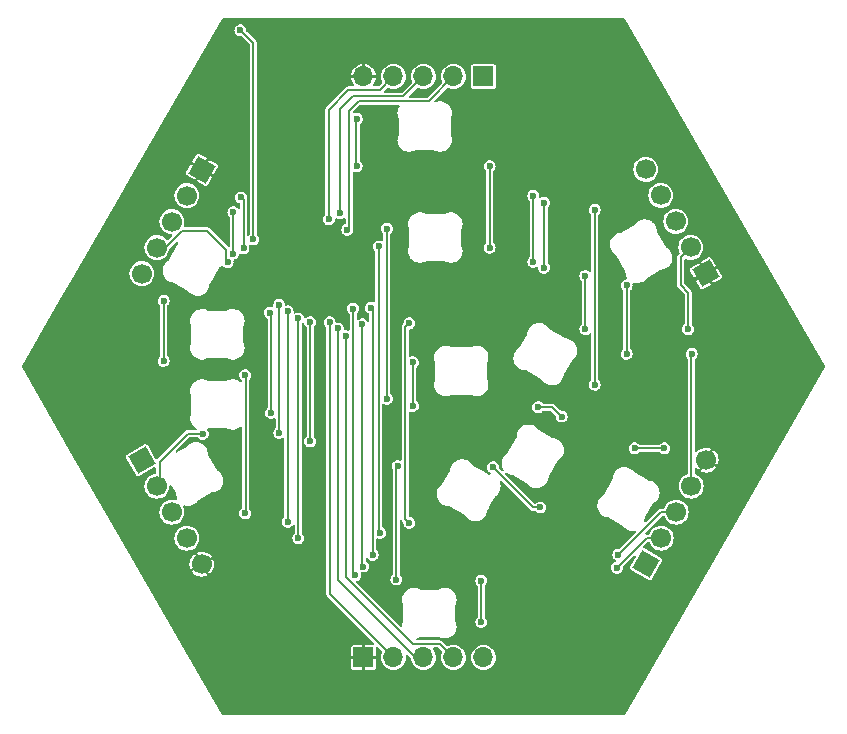
<source format=gbr>
%TF.GenerationSoftware,KiCad,Pcbnew,8.0.8*%
%TF.CreationDate,2025-04-07T13:45:20-04:00*%
%TF.ProjectId,pcb_tile_game_tile_ssa,7063625f-7469-46c6-955f-67616d655f74,1.0*%
%TF.SameCoordinates,Original*%
%TF.FileFunction,Copper,L2,Bot*%
%TF.FilePolarity,Positive*%
%FSLAX46Y46*%
G04 Gerber Fmt 4.6, Leading zero omitted, Abs format (unit mm)*
G04 Created by KiCad (PCBNEW 8.0.8) date 2025-04-07 13:45:20*
%MOMM*%
%LPD*%
G01*
G04 APERTURE LIST*
G04 Aperture macros list*
%AMHorizOval*
0 Thick line with rounded ends*
0 $1 width*
0 $2 $3 position (X,Y) of the first rounded end (center of the circle)*
0 $4 $5 position (X,Y) of the second rounded end (center of the circle)*
0 Add line between two ends*
20,1,$1,$2,$3,$4,$5,0*
0 Add two circle primitives to create the rounded ends*
1,1,$1,$2,$3*
1,1,$1,$4,$5*%
%AMRotRect*
0 Rectangle, with rotation*
0 The origin of the aperture is its center*
0 $1 length*
0 $2 width*
0 $3 Rotation angle, in degrees counterclockwise*
0 Add horizontal line*
21,1,$1,$2,0,0,$3*%
G04 Aperture macros list end*
%TA.AperFunction,ComponentPad*%
%ADD10R,1.700000X1.700000*%
%TD*%
%TA.AperFunction,ComponentPad*%
%ADD11O,1.700000X1.700000*%
%TD*%
%TA.AperFunction,ComponentPad*%
%ADD12RotRect,1.700000X1.700000X150.000000*%
%TD*%
%TA.AperFunction,ComponentPad*%
%ADD13HorizOval,1.700000X0.000000X0.000000X0.000000X0.000000X0*%
%TD*%
%TA.AperFunction,ComponentPad*%
%ADD14RotRect,1.700000X1.700000X330.000000*%
%TD*%
%TA.AperFunction,ComponentPad*%
%ADD15HorizOval,1.700000X0.000000X0.000000X0.000000X0.000000X0*%
%TD*%
%TA.AperFunction,ComponentPad*%
%ADD16RotRect,1.700000X1.700000X210.000000*%
%TD*%
%TA.AperFunction,ComponentPad*%
%ADD17HorizOval,1.700000X0.000000X0.000000X0.000000X0.000000X0*%
%TD*%
%TA.AperFunction,ComponentPad*%
%ADD18RotRect,1.700000X1.700000X30.000000*%
%TD*%
%TA.AperFunction,ComponentPad*%
%ADD19HorizOval,1.700000X0.000000X0.000000X0.000000X0.000000X0*%
%TD*%
%TA.AperFunction,ViaPad*%
%ADD20C,0.600000*%
%TD*%
%TA.AperFunction,Conductor*%
%ADD21C,0.200000*%
%TD*%
G04 APERTURE END LIST*
D10*
%TO.P,J2,1,Pin_1*%
%TO.N,VCC*%
X134980000Y-104600000D03*
D11*
%TO.P,J2,2,Pin_2*%
%TO.N,/TX_J2*%
X137520000Y-104600000D03*
%TO.P,J2,3,Pin_3*%
%TO.N,/DATA_J2*%
X140060000Y-104600000D03*
%TO.P,J2,4,Pin_4*%
%TO.N,/RX_J2*%
X142600000Y-104600000D03*
%TO.P,J2,5,Pin_5*%
%TO.N,GND*%
X145140000Y-104600000D03*
%TD*%
D12*
%TO.P,J3,1,Pin_1*%
%TO.N,GND*%
X158920000Y-96689409D03*
D13*
%TO.P,J3,2,Pin_2*%
%TO.N,/TX_J3*%
X160190000Y-94489704D03*
%TO.P,J3,3,Pin_3*%
%TO.N,/DATA_J3*%
X161460000Y-92290000D03*
%TO.P,J3,4,Pin_4*%
%TO.N,/RX_J3*%
X162730000Y-90090295D03*
%TO.P,J3,5,Pin_5*%
%TO.N,VCC*%
X164000000Y-87890591D03*
%TD*%
D14*
%TO.P,J6,1,Pin_1*%
%TO.N,VCC*%
X121300000Y-63300591D03*
D15*
%TO.P,J6,2,Pin_2*%
%TO.N,/TX_J6*%
X120030000Y-65500296D03*
%TO.P,J6,3,Pin_3*%
%TO.N,/DATA_J6*%
X118760000Y-67700000D03*
%TO.P,J6,4,Pin_4*%
%TO.N,/RX_J6*%
X117490000Y-69899705D03*
%TO.P,J6,5,Pin_5*%
%TO.N,GND*%
X116220000Y-72099409D03*
%TD*%
D16*
%TO.P,J4,1,Pin_1*%
%TO.N,VCC*%
X163963349Y-72075928D03*
D17*
%TO.P,J4,2,Pin_2*%
%TO.N,/TX_J4*%
X162693349Y-69876223D03*
%TO.P,J4,3,Pin_3*%
%TO.N,/DATA_J4*%
X161423349Y-67676519D03*
%TO.P,J4,4,Pin_4*%
%TO.N,/RX_J4*%
X160153349Y-65476814D03*
%TO.P,J4,5,Pin_5*%
%TO.N,GND*%
X158883349Y-63277110D03*
%TD*%
D18*
%TO.P,J1,1,Pin_1*%
%TO.N,GND*%
X116220000Y-87900591D03*
D19*
%TO.P,J1,2,Pin_2*%
%TO.N,/TX_J1*%
X117490000Y-90100296D03*
%TO.P,J1,3,Pin_3*%
%TO.N,/DATA_J1*%
X118760000Y-92300000D03*
%TO.P,J1,4,Pin_4*%
%TO.N,/RX_J1*%
X120030000Y-94499705D03*
%TO.P,J1,5,Pin_5*%
%TO.N,VCC*%
X121300000Y-96699409D03*
%TD*%
D10*
%TO.P,J5,1,Pin_1*%
%TO.N,GND*%
X145140000Y-55400000D03*
D11*
%TO.P,J5,2,Pin_2*%
%TO.N,/TX_J5*%
X142600000Y-55400000D03*
%TO.P,J5,3,Pin_3*%
%TO.N,/DATA_J5*%
X140060000Y-55400000D03*
%TO.P,J5,4,Pin_4*%
%TO.N,/RX_J5*%
X137520000Y-55400000D03*
%TO.P,J5,5,Pin_5*%
%TO.N,VCC*%
X134980000Y-55400000D03*
%TD*%
D20*
%TO.N,VCC*%
X126510000Y-82171285D03*
X126460000Y-67400000D03*
X145460000Y-77300000D03*
X155160000Y-80400000D03*
X126460000Y-77300000D03*
X122860000Y-67700000D03*
X159185480Y-87550000D03*
X123560000Y-88200000D03*
X152460000Y-83100000D03*
X143660000Y-66300000D03*
X144760000Y-58900000D03*
X146460000Y-98700000D03*
X147753667Y-92012907D03*
X126160000Y-73712500D03*
X161360000Y-73500000D03*
%TO.N,Net-(LED1-DOUT)*%
X137860000Y-88400000D03*
X137760000Y-98000000D03*
X144960000Y-101600000D03*
X144960000Y-98100000D03*
%TO.N,Net-(LED2-DOUT)*%
X138860000Y-93200000D03*
X138860000Y-76300000D03*
%TO.N,Net-(LED3-DOUT)*%
X154560000Y-81500000D03*
X154560000Y-66700000D03*
%TO.N,Net-(LED5-DOUT)*%
X145960000Y-88500000D03*
X157960000Y-86900000D03*
X149960000Y-91900000D03*
X160460000Y-86900000D03*
%TO.N,/DATA_J1*%
X128560000Y-93099998D03*
X128560000Y-75300000D03*
%TO.N,/TX_J1*%
X121376017Y-85661070D03*
X127850928Y-85600000D03*
X127850928Y-74750000D03*
%TO.N,/RX_J1*%
X129460000Y-94500000D03*
X129460000Y-75900000D03*
%TO.N,/TX_J2*%
X132110222Y-76219506D03*
%TO.N,/DATA_J2*%
X132810000Y-76744159D03*
%TO.N,/RX_J2*%
X133460000Y-77400000D03*
%TO.N,/RX_J3*%
X157260000Y-73100000D03*
X162760000Y-78900000D03*
X157260000Y-78900000D03*
%TO.N,/DATA_J3*%
X135760000Y-95900000D03*
X156560000Y-95900000D03*
X135610000Y-75000000D03*
%TO.N,/TX_J3*%
X134959999Y-96899999D03*
X156460000Y-97000000D03*
X134860000Y-76400000D03*
%TO.N,/TX_J4*%
X153760000Y-76800000D03*
X153760000Y-72300000D03*
X162460000Y-76800000D03*
%TO.N,/RX_J4*%
X149360000Y-65500000D03*
X149360000Y-71100000D03*
%TO.N,/DATA_J4*%
X150260000Y-66100000D03*
X150260000Y-71600000D03*
%TO.N,/UPDI*%
X124560000Y-51500000D03*
X125660000Y-69200000D03*
%TO.N,/RX_J5*%
X132054139Y-67496185D03*
%TO.N,/TX_J5*%
X133610000Y-68400000D03*
%TO.N,/DATA_J5*%
X132960000Y-66999998D03*
%TO.N,Net-(LED7-DOUT)*%
X136960000Y-82700000D03*
X136960000Y-68300000D03*
%TO.N,Net-(LED6-DOUT)*%
X149760000Y-83400000D03*
X139160000Y-79600000D03*
X139160000Y-83300000D03*
X151760000Y-84200000D03*
%TO.N,Net-(LED11-DOUT)*%
X127060000Y-75400000D03*
X127160000Y-83900000D03*
%TO.N,/DATA_J6*%
X123960000Y-66900000D03*
X123960000Y-70400000D03*
%TO.N,/RX_J6*%
X123476386Y-71130021D03*
%TO.N,/TX_J6*%
X124610002Y-65649998D03*
X124822352Y-69950000D03*
%TO.N,/LED_J1-J6*%
X130460000Y-76200000D03*
X130460000Y-86300000D03*
%TO.N,/LED_J2-J5*%
X134110000Y-75059620D03*
X134264952Y-97645056D03*
%TO.N,/LED_J3-J4*%
X136260000Y-69800000D03*
X136410000Y-94050000D03*
%TO.N,Net-(LED10-DOUT)*%
X124960000Y-92400000D03*
X124960000Y-80700000D03*
%TO.N,Net-(LED8-DOUT)*%
X134410002Y-59000000D03*
X145660000Y-69900000D03*
X145660000Y-63000000D03*
X134410002Y-63000000D03*
%TO.N,Net-(LED12-DOUT)*%
X118060000Y-79500000D03*
X118060000Y-74400000D03*
%TD*%
D21*
%TO.N,Net-(LED1-DOUT)*%
X137760000Y-98000000D02*
X137760000Y-88500000D01*
X137760000Y-88500000D02*
X137860000Y-88400000D01*
X144960000Y-101600000D02*
X144960000Y-98100000D01*
%TO.N,Net-(LED2-DOUT)*%
X138510000Y-92850000D02*
X138510000Y-76650000D01*
X138860000Y-93200000D02*
X138510000Y-92850000D01*
X138510000Y-76650000D02*
X138860000Y-76300000D01*
%TO.N,Net-(LED3-DOUT)*%
X154560000Y-81500000D02*
X154560000Y-66700000D01*
%TO.N,Net-(LED5-DOUT)*%
X149360000Y-91900000D02*
X149960000Y-91900000D01*
X160460000Y-86900000D02*
X157960000Y-86900000D01*
X145960000Y-88500000D02*
X149360000Y-91900000D01*
%TO.N,/DATA_J1*%
X128560000Y-75300000D02*
X128560000Y-92000000D01*
X128560000Y-92000000D02*
X128560000Y-93099998D01*
%TO.N,/TX_J1*%
X117721860Y-89868436D02*
X117721860Y-88036549D01*
X120097339Y-85661070D02*
X121376017Y-85661070D01*
X117721860Y-88036549D02*
X120097339Y-85661070D01*
X117490000Y-90100296D02*
X117721860Y-89868436D01*
X127850928Y-74750000D02*
X127850928Y-85600000D01*
%TO.N,/RX_J1*%
X129460000Y-93800000D02*
X129460000Y-94500000D01*
X129460000Y-75900000D02*
X129460000Y-93800000D01*
%TO.N,/TX_J2*%
X132110222Y-99190222D02*
X132110222Y-76219506D01*
X137520000Y-104600000D02*
X132110222Y-99190222D01*
%TO.N,/DATA_J2*%
X132810000Y-98050000D02*
X132810000Y-76744159D01*
X139360000Y-104600000D02*
X132810000Y-98050000D01*
%TO.N,/RX_J2*%
X141450000Y-103450000D02*
X142600000Y-104600000D01*
X133460000Y-77400000D02*
X133460000Y-97759343D01*
X133460000Y-97759343D02*
X139150657Y-103450000D01*
X139150657Y-103450000D02*
X141450000Y-103450000D01*
%TO.N,/RX_J3*%
X162730000Y-78930000D02*
X162760000Y-78900000D01*
X157260000Y-73100000D02*
X157260000Y-78900000D01*
X162730000Y-90090295D02*
X162730000Y-78930000D01*
%TO.N,/DATA_J3*%
X135760000Y-95900000D02*
X135760000Y-75150000D01*
X156560000Y-95900000D02*
X160170000Y-92290000D01*
X135760000Y-75150000D02*
X135610000Y-75000000D01*
X160170000Y-92290000D02*
X161460000Y-92290000D01*
%TO.N,/TX_J3*%
X134860000Y-76400000D02*
X134860000Y-96800000D01*
X158970296Y-94489704D02*
X156460000Y-97000000D01*
X134860000Y-96800000D02*
X134959999Y-96899999D01*
X160190000Y-94489704D02*
X158970296Y-94489704D01*
%TO.N,/TX_J4*%
X162693349Y-69876223D02*
X161843349Y-70726223D01*
X161843349Y-73083349D02*
X162460000Y-73700000D01*
X161843349Y-70726223D02*
X161843349Y-73083349D01*
X153760000Y-76800000D02*
X153760000Y-72300000D01*
X162460000Y-73700000D02*
X162460000Y-76800000D01*
%TO.N,/RX_J4*%
X149360000Y-71100000D02*
X149360000Y-65800000D01*
X149360000Y-65800000D02*
X149360000Y-65500000D01*
%TO.N,/DATA_J4*%
X150260000Y-71600000D02*
X150260000Y-66100000D01*
%TO.N,/UPDI*%
X125660000Y-52600000D02*
X124560000Y-51500000D01*
X125660000Y-69200000D02*
X125660000Y-52600000D01*
%TO.N,/RX_J5*%
X132054139Y-58205861D02*
X132054139Y-67496185D01*
X136370000Y-56550000D02*
X133710000Y-56550000D01*
X136370000Y-56550000D02*
X137520000Y-55400000D01*
X133710000Y-56550000D02*
X132054139Y-58205861D01*
%TO.N,/TX_J5*%
X133760000Y-58300000D02*
X134560000Y-57500000D01*
X133760000Y-68250000D02*
X133760000Y-58300000D01*
X134560000Y-57500000D02*
X140500000Y-57500000D01*
X140500000Y-57500000D02*
X142600000Y-55400000D01*
X133610000Y-68400000D02*
X133760000Y-68250000D01*
%TO.N,/DATA_J5*%
X138360000Y-57100000D02*
X140060000Y-55400000D01*
X138360000Y-57100000D02*
X134060000Y-57100000D01*
X134060000Y-57100000D02*
X132960000Y-58200000D01*
X132960000Y-58200000D02*
X132960000Y-66999998D01*
%TO.N,Net-(LED7-DOUT)*%
X136960000Y-68300000D02*
X136960000Y-82700000D01*
%TO.N,Net-(LED6-DOUT)*%
X150960000Y-83400000D02*
X149760000Y-83400000D01*
X139160000Y-83300000D02*
X139160000Y-79600000D01*
X151760000Y-84200000D02*
X150960000Y-83400000D01*
%TO.N,Net-(LED11-DOUT)*%
X127160000Y-83900000D02*
X127160000Y-75500000D01*
X127160000Y-75500000D02*
X127060000Y-75400000D01*
%TO.N,/DATA_J6*%
X123960000Y-70400000D02*
X123960000Y-67700000D01*
X123960000Y-67700000D02*
X123960000Y-66900000D01*
%TO.N,/RX_J6*%
X123345858Y-70085858D02*
X121749951Y-68489951D01*
X121749951Y-68489951D02*
X119596395Y-68489951D01*
X123476386Y-71130021D02*
X123345858Y-70999493D01*
X123345858Y-70999493D02*
X123345858Y-70085858D01*
X119596395Y-68489951D02*
X118186641Y-69899705D01*
X118186641Y-69899705D02*
X117490000Y-69899705D01*
%TO.N,/TX_J6*%
X124610002Y-65649998D02*
X124822352Y-65862348D01*
X124822352Y-65862348D02*
X124822352Y-69950000D01*
%TO.N,/LED_J1-J6*%
X130460000Y-76200000D02*
X130460000Y-86300000D01*
%TO.N,/LED_J2-J5*%
X134110000Y-75059620D02*
X134110000Y-97490104D01*
X134110000Y-97490104D02*
X134264952Y-97645056D01*
%TO.N,/LED_J3-J4*%
X136260000Y-69800000D02*
X136260000Y-93900000D01*
X136260000Y-93900000D02*
X136410000Y-94050000D01*
%TO.N,Net-(LED10-DOUT)*%
X125016806Y-92343194D02*
X125016806Y-80756806D01*
X124960000Y-92400000D02*
X125016806Y-92343194D01*
X125016806Y-80756806D02*
X124960000Y-80700000D01*
%TO.N,Net-(LED8-DOUT)*%
X134360000Y-59050002D02*
X134360000Y-62949998D01*
X145660000Y-69900000D02*
X145660000Y-63100000D01*
X134410002Y-59000000D02*
X134360000Y-59050002D01*
X134360000Y-62949998D02*
X134410002Y-63000000D01*
X145660000Y-63100000D02*
X145660000Y-63000000D01*
%TO.N,Net-(LED12-DOUT)*%
X118060000Y-79500000D02*
X118060000Y-74400000D01*
%TD*%
%TA.AperFunction,Conductor*%
%TO.N,VCC*%
G36*
X157092577Y-50519407D02*
G01*
X157120122Y-50549999D01*
X164597097Y-63500499D01*
X174094509Y-79950500D01*
X174107230Y-80010348D01*
X174094509Y-80049500D01*
X166355185Y-93454403D01*
X159310831Y-105655583D01*
X157120123Y-109450000D01*
X157074653Y-109490941D01*
X157034386Y-109499500D01*
X123085614Y-109499500D01*
X123027423Y-109480593D01*
X122999877Y-109450000D01*
X120799246Y-105638396D01*
X115638316Y-96699404D01*
X120244919Y-96699404D01*
X120244919Y-96699413D01*
X120265190Y-96905239D01*
X120265191Y-96905245D01*
X120325230Y-97103163D01*
X120325236Y-97103180D01*
X120343019Y-97136450D01*
X120343020Y-97136450D01*
X121004231Y-96754698D01*
X121020444Y-96815205D01*
X121059940Y-96883614D01*
X121104231Y-96927905D01*
X120442661Y-97309863D01*
X120442661Y-97309864D01*
X120553947Y-97445466D01*
X120713829Y-97576677D01*
X120713839Y-97576684D01*
X120896232Y-97674174D01*
X120896237Y-97674176D01*
X121094163Y-97734217D01*
X121094169Y-97734218D01*
X121299996Y-97754490D01*
X121300004Y-97754490D01*
X121505830Y-97734218D01*
X121505836Y-97734217D01*
X121703761Y-97674177D01*
X121737042Y-97656387D01*
X121355291Y-96995176D01*
X121415796Y-96978965D01*
X121484205Y-96939469D01*
X121528497Y-96895176D01*
X121910455Y-97556746D01*
X122046049Y-97445468D01*
X122046058Y-97445459D01*
X122177268Y-97285579D01*
X122177275Y-97285569D01*
X122274765Y-97103176D01*
X122274767Y-97103171D01*
X122334808Y-96905245D01*
X122334809Y-96905239D01*
X122355081Y-96699413D01*
X122355081Y-96699404D01*
X122334809Y-96493578D01*
X122334808Y-96493572D01*
X122274767Y-96295646D01*
X122274765Y-96295641D01*
X122256979Y-96262366D01*
X122256978Y-96262366D01*
X121595767Y-96644116D01*
X121579556Y-96583613D01*
X121540060Y-96515204D01*
X121495766Y-96470910D01*
X122157337Y-96088953D01*
X122157337Y-96088952D01*
X122046052Y-95953351D01*
X121886170Y-95822140D01*
X121886160Y-95822133D01*
X121703767Y-95724643D01*
X121703762Y-95724641D01*
X121505836Y-95664600D01*
X121505830Y-95664599D01*
X121300004Y-95644328D01*
X121299996Y-95644328D01*
X121094169Y-95664599D01*
X121094163Y-95664600D01*
X120896241Y-95724640D01*
X120896232Y-95724643D01*
X120862956Y-95742429D01*
X120862956Y-95742430D01*
X121244708Y-96403641D01*
X121184204Y-96419853D01*
X121115795Y-96459349D01*
X121071502Y-96503641D01*
X120689544Y-95842070D01*
X120689543Y-95842070D01*
X120553942Y-95953356D01*
X120422731Y-96113238D01*
X120422724Y-96113248D01*
X120325234Y-96295641D01*
X120325232Y-96295646D01*
X120265191Y-96493572D01*
X120265190Y-96493578D01*
X120244919Y-96699404D01*
X115638316Y-96699404D01*
X114368317Y-94499701D01*
X118974417Y-94499701D01*
X118974417Y-94499708D01*
X118994698Y-94705634D01*
X118994699Y-94705639D01*
X119054768Y-94903659D01*
X119152316Y-95086157D01*
X119275382Y-95236114D01*
X119283590Y-95246115D01*
X119283595Y-95246119D01*
X119443547Y-95377388D01*
X119443548Y-95377388D01*
X119443550Y-95377390D01*
X119626046Y-95474937D01*
X119749896Y-95512506D01*
X119824065Y-95535005D01*
X119824070Y-95535006D01*
X120029997Y-95555288D01*
X120030000Y-95555288D01*
X120030003Y-95555288D01*
X120235929Y-95535006D01*
X120235934Y-95535005D01*
X120433954Y-95474937D01*
X120616450Y-95377390D01*
X120776410Y-95246115D01*
X120907685Y-95086155D01*
X121005232Y-94903659D01*
X121065300Y-94705639D01*
X121065301Y-94705634D01*
X121085583Y-94499708D01*
X121085583Y-94499701D01*
X121065301Y-94293775D01*
X121065300Y-94293770D01*
X121033580Y-94189204D01*
X121005232Y-94095751D01*
X120907685Y-93913255D01*
X120906654Y-93911999D01*
X120776414Y-93753300D01*
X120776410Y-93753295D01*
X120672303Y-93667857D01*
X120616452Y-93622021D01*
X120433954Y-93524473D01*
X120235934Y-93464404D01*
X120235929Y-93464403D01*
X120030003Y-93444122D01*
X120029997Y-93444122D01*
X119824070Y-93464403D01*
X119824065Y-93464404D01*
X119626045Y-93524473D01*
X119443547Y-93622021D01*
X119283595Y-93753290D01*
X119283585Y-93753300D01*
X119152316Y-93913252D01*
X119054768Y-94095750D01*
X118994699Y-94293770D01*
X118994698Y-94293775D01*
X118974417Y-94499701D01*
X114368317Y-94499701D01*
X110394097Y-87616150D01*
X114856199Y-87616150D01*
X114856199Y-87616154D01*
X114875363Y-87672611D01*
X114875365Y-87672615D01*
X114875366Y-87672617D01*
X115745114Y-89179065D01*
X115745116Y-89179068D01*
X115784426Y-89223893D01*
X115784428Y-89223894D01*
X115784430Y-89223896D01*
X115855969Y-89259174D01*
X115935562Y-89264392D01*
X115992026Y-89245225D01*
X117272861Y-88505733D01*
X117332708Y-88493012D01*
X117388604Y-88517899D01*
X117419197Y-88570887D01*
X117421360Y-88591470D01*
X117421360Y-88961744D01*
X117402453Y-89019935D01*
X117352953Y-89055899D01*
X117332065Y-89060267D01*
X117284070Y-89064994D01*
X117284065Y-89064995D01*
X117086045Y-89125064D01*
X116903547Y-89222612D01*
X116743595Y-89353881D01*
X116743585Y-89353891D01*
X116612316Y-89513843D01*
X116514768Y-89696341D01*
X116454699Y-89894361D01*
X116454698Y-89894366D01*
X116434417Y-90100292D01*
X116434417Y-90100299D01*
X116454698Y-90306225D01*
X116454699Y-90306230D01*
X116514768Y-90504250D01*
X116612316Y-90686748D01*
X116735382Y-90836705D01*
X116743590Y-90846706D01*
X116743595Y-90846710D01*
X116903547Y-90977979D01*
X116903548Y-90977979D01*
X116903550Y-90977981D01*
X117086046Y-91075528D01*
X117223997Y-91117374D01*
X117284065Y-91135596D01*
X117284070Y-91135597D01*
X117489997Y-91155879D01*
X117490000Y-91155879D01*
X117490003Y-91155879D01*
X117695929Y-91135597D01*
X117695934Y-91135596D01*
X117893954Y-91075528D01*
X118076450Y-90977981D01*
X118236410Y-90846706D01*
X118367685Y-90686746D01*
X118465232Y-90504250D01*
X118525300Y-90306230D01*
X118525301Y-90306224D01*
X118535968Y-90197918D01*
X118545054Y-90105660D01*
X118569573Y-90049604D01*
X118622360Y-90018665D01*
X118683251Y-90024662D01*
X118728987Y-90065304D01*
X118729313Y-90065865D01*
X119088993Y-90688848D01*
X119089061Y-90688987D01*
X119111716Y-90728213D01*
X119124985Y-90778122D01*
X119124865Y-90807982D01*
X119124865Y-90808091D01*
X119124788Y-90823091D01*
X119124802Y-90823349D01*
X119124725Y-90842619D01*
X119156834Y-91022387D01*
X119213488Y-91173458D01*
X119216218Y-91234582D01*
X119182498Y-91285637D01*
X119125208Y-91307121D01*
X119092054Y-91302957D01*
X118965934Y-91264699D01*
X118965929Y-91264698D01*
X118760003Y-91244417D01*
X118759997Y-91244417D01*
X118554070Y-91264698D01*
X118554065Y-91264699D01*
X118356045Y-91324768D01*
X118173547Y-91422316D01*
X118013595Y-91553585D01*
X118013585Y-91553595D01*
X117882316Y-91713547D01*
X117784768Y-91896045D01*
X117724699Y-92094065D01*
X117724698Y-92094070D01*
X117704417Y-92299996D01*
X117704417Y-92300003D01*
X117724698Y-92505929D01*
X117724699Y-92505934D01*
X117784768Y-92703954D01*
X117882316Y-92886452D01*
X118008398Y-93040084D01*
X118013590Y-93046410D01*
X118013595Y-93046414D01*
X118173547Y-93177683D01*
X118173548Y-93177683D01*
X118173550Y-93177685D01*
X118356046Y-93275232D01*
X118493997Y-93317078D01*
X118554065Y-93335300D01*
X118554070Y-93335301D01*
X118759997Y-93355583D01*
X118760000Y-93355583D01*
X118760003Y-93355583D01*
X118965929Y-93335301D01*
X118965934Y-93335300D01*
X119163954Y-93275232D01*
X119346450Y-93177685D01*
X119506410Y-93046410D01*
X119637685Y-92886450D01*
X119735232Y-92703954D01*
X119795300Y-92505934D01*
X119795301Y-92505929D01*
X119815583Y-92300003D01*
X119815583Y-92299996D01*
X119795301Y-92094070D01*
X119795300Y-92094065D01*
X119772386Y-92018527D01*
X119735232Y-91896046D01*
X119712356Y-91853249D01*
X119701601Y-91793019D01*
X119728302Y-91737967D01*
X119782262Y-91709124D01*
X119829100Y-91712059D01*
X119915345Y-91738914D01*
X119915355Y-91738917D01*
X120096654Y-91760747D01*
X120278910Y-91749397D01*
X120456099Y-91705241D01*
X120622368Y-91629738D01*
X120772222Y-91525384D01*
X120900709Y-91395627D01*
X120911029Y-91380531D01*
X120911825Y-91379517D01*
X120915094Y-91374724D01*
X120939424Y-91339046D01*
X120971711Y-91309092D01*
X121009119Y-91287495D01*
X121009119Y-91287494D01*
X121032087Y-91274234D01*
X121032089Y-91274231D01*
X122149722Y-90628966D01*
X122191677Y-90615992D01*
X122192097Y-90615959D01*
X122199395Y-90615403D01*
X122234851Y-90612745D01*
X122234852Y-90612744D01*
X122240823Y-90612297D01*
X122241669Y-90612176D01*
X122260227Y-90610761D01*
X122436834Y-90564357D01*
X122602123Y-90486749D01*
X122750633Y-90380504D01*
X122877457Y-90249130D01*
X122978404Y-90096968D01*
X123050139Y-89929047D01*
X123090292Y-89750915D01*
X123097536Y-89568457D01*
X123071631Y-89387702D01*
X123030169Y-89264392D01*
X123013438Y-89214631D01*
X123013434Y-89214622D01*
X122924867Y-89054935D01*
X122808863Y-88913928D01*
X122808862Y-88913927D01*
X122808858Y-88913922D01*
X122669238Y-88796237D01*
X122653298Y-88787119D01*
X122652318Y-88786470D01*
X122613401Y-88764264D01*
X122576723Y-88727767D01*
X122554078Y-88688532D01*
X122554001Y-88688417D01*
X121831720Y-87437391D01*
X121831709Y-87437369D01*
X121809208Y-87398399D01*
X121795943Y-87348379D01*
X121796032Y-87331336D01*
X121796146Y-87309411D01*
X121796145Y-87309408D01*
X121796174Y-87303902D01*
X121796063Y-87302098D01*
X121796136Y-87284022D01*
X121764022Y-87104279D01*
X121699902Y-86933319D01*
X121605895Y-86776789D01*
X121593157Y-86762349D01*
X121485108Y-86639861D01*
X121378310Y-86555957D01*
X121341529Y-86527060D01*
X121341525Y-86527058D01*
X121341524Y-86527057D01*
X121180559Y-86442456D01*
X121179903Y-86442111D01*
X121005572Y-86387823D01*
X121005569Y-86387822D01*
X121005570Y-86387822D01*
X120824300Y-86365987D01*
X120824293Y-86365986D01*
X120642053Y-86377327D01*
X120464883Y-86421465D01*
X120418646Y-86442457D01*
X120298624Y-86496947D01*
X120255377Y-86527057D01*
X120148778Y-86601274D01*
X120020289Y-86731006D01*
X120020285Y-86731010D01*
X120009899Y-86746197D01*
X120008839Y-86747552D01*
X119981552Y-86787587D01*
X119949216Y-86817583D01*
X119906745Y-86842082D01*
X119906383Y-86842323D01*
X119220036Y-87238587D01*
X119160188Y-87251309D01*
X119104292Y-87226422D01*
X119073699Y-87173434D01*
X119080095Y-87112584D01*
X119100532Y-87082847D01*
X119452370Y-86731010D01*
X120192814Y-85990566D01*
X120247331Y-85962789D01*
X120262818Y-85961570D01*
X120928934Y-85961570D01*
X120987125Y-85980477D01*
X121003750Y-85995737D01*
X121044889Y-86043213D01*
X121165964Y-86121023D01*
X121261144Y-86148970D01*
X121304052Y-86161569D01*
X121304053Y-86161569D01*
X121304056Y-86161570D01*
X121304058Y-86161570D01*
X121447976Y-86161570D01*
X121447978Y-86161570D01*
X121586070Y-86121023D01*
X121707145Y-86043213D01*
X121801394Y-85934443D01*
X121861182Y-85803527D01*
X121881664Y-85661070D01*
X121861182Y-85518613D01*
X121801394Y-85387697D01*
X121765108Y-85345821D01*
X121741292Y-85289462D01*
X121755151Y-85229867D01*
X121789960Y-85195527D01*
X121792517Y-85194033D01*
X121842485Y-85180502D01*
X121881392Y-85180507D01*
X121881394Y-85180506D01*
X121887842Y-85180507D01*
X121887963Y-85180500D01*
X123377507Y-85180500D01*
X123427462Y-85194028D01*
X123465686Y-85216368D01*
X123467527Y-85217286D01*
X123483077Y-85226348D01*
X123573832Y-85259153D01*
X123654787Y-85288416D01*
X123654790Y-85288416D01*
X123654799Y-85288420D01*
X123834920Y-85318381D01*
X124017488Y-85315240D01*
X124196472Y-85279103D01*
X124365958Y-85211163D01*
X124520344Y-85113664D01*
X124550165Y-85086144D01*
X124605751Y-85060574D01*
X124665751Y-85072560D01*
X124707246Y-85117524D01*
X124716306Y-85158897D01*
X124716306Y-91907608D01*
X124697399Y-91965799D01*
X124670830Y-91990892D01*
X124628872Y-92017856D01*
X124534622Y-92126628D01*
X124474834Y-92257543D01*
X124454353Y-92399997D01*
X124454353Y-92400002D01*
X124474834Y-92542456D01*
X124528143Y-92659185D01*
X124534623Y-92673373D01*
X124594324Y-92742272D01*
X124628873Y-92782144D01*
X124698089Y-92826626D01*
X124749947Y-92859953D01*
X124850787Y-92889562D01*
X124888035Y-92900499D01*
X124888036Y-92900499D01*
X124888039Y-92900500D01*
X124888041Y-92900500D01*
X125031959Y-92900500D01*
X125031961Y-92900500D01*
X125170053Y-92859953D01*
X125291128Y-92782143D01*
X125385377Y-92673373D01*
X125445165Y-92542457D01*
X125452164Y-92493779D01*
X125465647Y-92400002D01*
X125465647Y-92399997D01*
X125445165Y-92257543D01*
X125432908Y-92230704D01*
X125385377Y-92126627D01*
X125381335Y-92121962D01*
X125341486Y-92075972D01*
X125317669Y-92019612D01*
X125317306Y-92011142D01*
X125317306Y-81088855D01*
X125336213Y-81030664D01*
X125341471Y-81024043D01*
X125385377Y-80973373D01*
X125445165Y-80842457D01*
X125462880Y-80719245D01*
X125465647Y-80700002D01*
X125465647Y-80699997D01*
X125445165Y-80557543D01*
X125442464Y-80551628D01*
X125385377Y-80426627D01*
X125291128Y-80317857D01*
X125291127Y-80317856D01*
X125291126Y-80317855D01*
X125170057Y-80240049D01*
X125170054Y-80240047D01*
X125170053Y-80240047D01*
X125170050Y-80240046D01*
X125031964Y-80199500D01*
X125031961Y-80199500D01*
X124888039Y-80199500D01*
X124888035Y-80199500D01*
X124749949Y-80240046D01*
X124749942Y-80240049D01*
X124628873Y-80317855D01*
X124534622Y-80426628D01*
X124474834Y-80557543D01*
X124454353Y-80699997D01*
X124454353Y-80700002D01*
X124474834Y-80842456D01*
X124499212Y-80895835D01*
X124534623Y-80973373D01*
X124628872Y-81082143D01*
X124633509Y-81087494D01*
X124632357Y-81088491D01*
X124659752Y-81133917D01*
X124654517Y-81194878D01*
X124614450Y-81241120D01*
X124554854Y-81254979D01*
X124510464Y-81240048D01*
X124365977Y-81148802D01*
X124196485Y-81080858D01*
X124196484Y-81080857D01*
X124196480Y-81080856D01*
X124017494Y-81044719D01*
X124017485Y-81044718D01*
X123834918Y-81041577D01*
X123654795Y-81071539D01*
X123654792Y-81071539D01*
X123654790Y-81071540D01*
X123654788Y-81071540D01*
X123654778Y-81071543D01*
X123483062Y-81133613D01*
X123467166Y-81142875D01*
X123466035Y-81143441D01*
X123427459Y-81165978D01*
X123377513Y-81179496D01*
X123338608Y-81179494D01*
X123338606Y-81179494D01*
X123332148Y-81179494D01*
X123332042Y-81179501D01*
X121888038Y-81179501D01*
X121887933Y-81179494D01*
X121842485Y-81179497D01*
X121792538Y-81165978D01*
X121754159Y-81143556D01*
X121752496Y-81142727D01*
X121742464Y-81136881D01*
X121736921Y-81133650D01*
X121736918Y-81133649D01*
X121565211Y-81071583D01*
X121565196Y-81071579D01*
X121385075Y-81041618D01*
X121202519Y-81044759D01*
X121202510Y-81044760D01*
X121023529Y-81080896D01*
X120854041Y-81148838D01*
X120699650Y-81246339D01*
X120565473Y-81370166D01*
X120565470Y-81370169D01*
X120455920Y-81516246D01*
X120374618Y-81679749D01*
X120374615Y-81679756D01*
X120324261Y-81855253D01*
X120324259Y-81855262D01*
X120306504Y-82036995D01*
X120321939Y-82218935D01*
X120367898Y-82387179D01*
X120370056Y-82395078D01*
X120377204Y-82409973D01*
X120378007Y-82411646D01*
X120378648Y-82413237D01*
X120399681Y-82456892D01*
X120409493Y-82499892D01*
X120409478Y-82549213D01*
X120409501Y-82549562D01*
X120409501Y-83810488D01*
X120409492Y-83810626D01*
X120409497Y-83860104D01*
X120399757Y-83902935D01*
X120396857Y-83908980D01*
X120396792Y-83909116D01*
X120378458Y-83947183D01*
X120378119Y-83948024D01*
X120370022Y-83964897D01*
X120370019Y-83964907D01*
X120348835Y-84042456D01*
X120321900Y-84141055D01*
X120306463Y-84323004D01*
X120324219Y-84504742D01*
X120374579Y-84680263D01*
X120455881Y-84843768D01*
X120565438Y-84989855D01*
X120565441Y-84989857D01*
X120565443Y-84989860D01*
X120620184Y-85040378D01*
X120699595Y-85113664D01*
X120699627Y-85113693D01*
X120699629Y-85113695D01*
X120801239Y-85177865D01*
X120840344Y-85224923D01*
X120844321Y-85285979D01*
X120811650Y-85337711D01*
X120754811Y-85360361D01*
X120748377Y-85360570D01*
X120136901Y-85360570D01*
X120057777Y-85360570D01*
X120011000Y-85373103D01*
X119981346Y-85381049D01*
X119912832Y-85420606D01*
X117524183Y-87809255D01*
X117469666Y-87837032D01*
X117409234Y-87827461D01*
X117368442Y-87788751D01*
X116694886Y-86622117D01*
X116694883Y-86622114D01*
X116694883Y-86622113D01*
X116655573Y-86577288D01*
X116655571Y-86577287D01*
X116655570Y-86577286D01*
X116584031Y-86542008D01*
X116557500Y-86540268D01*
X116504440Y-86536790D01*
X116504436Y-86536790D01*
X116447979Y-86555954D01*
X114941522Y-87425707D01*
X114896697Y-87465017D01*
X114896696Y-87465019D01*
X114861417Y-87536559D01*
X114861417Y-87536561D01*
X114856199Y-87616150D01*
X110394097Y-87616150D01*
X106025488Y-80049497D01*
X106012768Y-79989652D01*
X106025487Y-79950503D01*
X109230073Y-74399997D01*
X117554353Y-74399997D01*
X117554353Y-74400002D01*
X117574834Y-74542456D01*
X117609268Y-74617855D01*
X117634623Y-74673373D01*
X117680768Y-74726628D01*
X117733509Y-74787494D01*
X117731471Y-74789259D01*
X117756925Y-74831458D01*
X117759500Y-74853893D01*
X117759500Y-79046105D01*
X117740593Y-79104296D01*
X117733258Y-79112289D01*
X117733509Y-79112506D01*
X117728872Y-79117856D01*
X117728872Y-79117857D01*
X117660915Y-79196283D01*
X117634622Y-79226628D01*
X117574834Y-79357543D01*
X117554353Y-79499997D01*
X117554353Y-79500002D01*
X117574834Y-79642456D01*
X117620504Y-79742457D01*
X117634623Y-79773373D01*
X117663600Y-79806814D01*
X117728873Y-79882144D01*
X117849942Y-79959950D01*
X117849947Y-79959953D01*
X117943744Y-79987494D01*
X117988035Y-80000499D01*
X117988036Y-80000499D01*
X117988039Y-80000500D01*
X117988041Y-80000500D01*
X118131959Y-80000500D01*
X118131961Y-80000500D01*
X118270053Y-79959953D01*
X118391128Y-79882143D01*
X118485377Y-79773373D01*
X118545165Y-79642457D01*
X118555251Y-79572307D01*
X118565647Y-79500002D01*
X118565647Y-79499997D01*
X118545165Y-79357543D01*
X118531046Y-79326627D01*
X118485377Y-79226627D01*
X118391128Y-79117857D01*
X118391127Y-79117856D01*
X118386491Y-79112506D01*
X118388524Y-79110743D01*
X118363067Y-79068505D01*
X118360500Y-79046105D01*
X118360500Y-78383004D01*
X120306463Y-78383004D01*
X120309720Y-78416336D01*
X120324218Y-78564737D01*
X120324219Y-78564742D01*
X120374579Y-78740263D01*
X120455881Y-78903768D01*
X120565438Y-79049855D01*
X120565441Y-79049857D01*
X120565443Y-79049860D01*
X120637783Y-79116620D01*
X120699595Y-79173664D01*
X120699627Y-79173693D01*
X120699629Y-79173695D01*
X120854015Y-79271194D01*
X120854016Y-79271194D01*
X120854022Y-79271198D01*
X121023514Y-79339142D01*
X121023517Y-79339142D01*
X121023518Y-79339143D01*
X121058283Y-79346162D01*
X121202505Y-79375281D01*
X121364794Y-79378073D01*
X121385080Y-79378422D01*
X121385080Y-79378421D01*
X121385081Y-79378422D01*
X121565210Y-79348460D01*
X121736938Y-79286386D01*
X121752741Y-79277176D01*
X121753849Y-79276624D01*
X121758864Y-79273693D01*
X121758870Y-79273692D01*
X121792537Y-79254021D01*
X121842485Y-79240502D01*
X121881392Y-79240507D01*
X121881394Y-79240506D01*
X121887842Y-79240507D01*
X121887963Y-79240500D01*
X123377507Y-79240500D01*
X123427462Y-79254028D01*
X123465686Y-79276368D01*
X123467527Y-79277286D01*
X123483077Y-79286348D01*
X123579235Y-79321106D01*
X123654787Y-79348416D01*
X123654790Y-79348416D01*
X123654799Y-79348420D01*
X123834920Y-79378381D01*
X124017488Y-79375240D01*
X124196472Y-79339103D01*
X124365958Y-79271163D01*
X124520344Y-79173664D01*
X124654531Y-79049829D01*
X124764083Y-78903748D01*
X124845382Y-78740250D01*
X124895741Y-78564736D01*
X124913496Y-78383006D01*
X124898060Y-78201064D01*
X124849944Y-78024922D01*
X124842025Y-78008422D01*
X124841494Y-78007100D01*
X124820300Y-77963083D01*
X124810499Y-77920134D01*
X124810499Y-76559889D01*
X124820245Y-76517055D01*
X124823913Y-76509412D01*
X124823969Y-76509297D01*
X124836030Y-76484247D01*
X124839019Y-76478040D01*
X124839019Y-76478039D01*
X124841626Y-76472625D01*
X124841923Y-76471884D01*
X124849982Y-76455093D01*
X124898100Y-76278944D01*
X124913537Y-76096994D01*
X124895781Y-75915257D01*
X124895026Y-75912625D01*
X124845422Y-75739742D01*
X124845421Y-75739740D01*
X124845420Y-75739736D01*
X124764118Y-75576231D01*
X124654562Y-75430145D01*
X124654558Y-75430141D01*
X124654556Y-75430139D01*
X124621895Y-75399997D01*
X126554353Y-75399997D01*
X126554353Y-75400002D01*
X126574834Y-75542456D01*
X126613275Y-75626628D01*
X126634623Y-75673373D01*
X126707556Y-75757543D01*
X126728873Y-75782144D01*
X126814023Y-75836866D01*
X126852754Y-75884232D01*
X126859500Y-75920150D01*
X126859500Y-83446105D01*
X126840593Y-83504296D01*
X126833258Y-83512289D01*
X126833509Y-83512506D01*
X126828872Y-83517856D01*
X126828872Y-83517857D01*
X126769572Y-83586293D01*
X126734622Y-83626628D01*
X126674834Y-83757543D01*
X126654353Y-83899997D01*
X126654353Y-83900002D01*
X126674834Y-84042456D01*
X126719861Y-84141050D01*
X126734623Y-84173373D01*
X126826554Y-84279468D01*
X126828873Y-84282144D01*
X126949942Y-84359950D01*
X126949947Y-84359953D01*
X127056403Y-84391211D01*
X127088035Y-84400499D01*
X127088036Y-84400499D01*
X127088039Y-84400500D01*
X127088041Y-84400500D01*
X127231959Y-84400500D01*
X127231961Y-84400500D01*
X127370053Y-84359953D01*
X127397905Y-84342053D01*
X127457078Y-84326498D01*
X127514095Y-84348696D01*
X127547175Y-84400168D01*
X127550428Y-84425337D01*
X127550428Y-85146105D01*
X127531521Y-85204296D01*
X127524186Y-85212289D01*
X127524437Y-85212506D01*
X127519800Y-85217856D01*
X127519800Y-85217857D01*
X127466697Y-85279142D01*
X127425550Y-85326628D01*
X127365762Y-85457543D01*
X127345281Y-85599997D01*
X127345281Y-85600002D01*
X127365762Y-85742456D01*
X127402414Y-85822711D01*
X127425551Y-85873373D01*
X127519800Y-85982143D01*
X127519801Y-85982144D01*
X127614830Y-86043215D01*
X127640875Y-86059953D01*
X127738129Y-86088509D01*
X127778963Y-86100499D01*
X127778964Y-86100499D01*
X127778967Y-86100500D01*
X127778969Y-86100500D01*
X127922887Y-86100500D01*
X127922889Y-86100500D01*
X128060981Y-86059953D01*
X128106978Y-86030392D01*
X128166151Y-86014838D01*
X128223168Y-86037037D01*
X128256247Y-86088509D01*
X128259500Y-86113677D01*
X128259500Y-92646103D01*
X128240593Y-92704294D01*
X128233258Y-92712287D01*
X128233509Y-92712504D01*
X128228872Y-92717854D01*
X128228872Y-92717855D01*
X128216560Y-92732064D01*
X128134622Y-92826626D01*
X128074834Y-92957541D01*
X128054353Y-93099995D01*
X128054353Y-93100000D01*
X128074834Y-93242454D01*
X128122424Y-93346659D01*
X128134623Y-93373371D01*
X128187263Y-93434121D01*
X128228873Y-93482142D01*
X128349942Y-93559948D01*
X128349947Y-93559951D01*
X128437563Y-93585677D01*
X128488035Y-93600497D01*
X128488036Y-93600497D01*
X128488039Y-93600498D01*
X128488041Y-93600498D01*
X128631959Y-93600498D01*
X128631961Y-93600498D01*
X128770053Y-93559951D01*
X128891128Y-93482141D01*
X128985377Y-93373371D01*
X128985378Y-93373368D01*
X128985680Y-93373020D01*
X129038076Y-93341424D01*
X129099037Y-93346659D01*
X129145278Y-93386727D01*
X129159500Y-93437851D01*
X129159500Y-94046105D01*
X129140593Y-94104296D01*
X129133258Y-94112289D01*
X129133509Y-94112506D01*
X129128872Y-94117856D01*
X129128872Y-94117857D01*
X129084437Y-94169138D01*
X129034622Y-94226628D01*
X128974834Y-94357543D01*
X128954353Y-94499997D01*
X128954353Y-94500002D01*
X128974834Y-94642456D01*
X129034622Y-94773371D01*
X129034623Y-94773373D01*
X129113206Y-94864063D01*
X129128873Y-94882144D01*
X129249942Y-94959950D01*
X129249947Y-94959953D01*
X129356403Y-94991211D01*
X129388035Y-95000499D01*
X129388036Y-95000499D01*
X129388039Y-95000500D01*
X129388041Y-95000500D01*
X129531959Y-95000500D01*
X129531961Y-95000500D01*
X129670053Y-94959953D01*
X129791128Y-94882143D01*
X129885377Y-94773373D01*
X129945165Y-94642457D01*
X129958386Y-94550500D01*
X129965647Y-94500002D01*
X129965647Y-94499997D01*
X129945165Y-94357543D01*
X129916041Y-94293771D01*
X129885377Y-94226627D01*
X129791128Y-94117857D01*
X129791127Y-94117856D01*
X129786491Y-94112506D01*
X129788524Y-94110743D01*
X129763067Y-94068505D01*
X129760500Y-94046105D01*
X129760500Y-86335924D01*
X129770597Y-86304847D01*
X129760500Y-86264075D01*
X129760500Y-76353893D01*
X129779407Y-76295702D01*
X129786740Y-76287713D01*
X129786489Y-76287496D01*
X129791126Y-76282144D01*
X129791128Y-76282143D01*
X129799292Y-76272720D01*
X129851685Y-76241124D01*
X129912646Y-76246359D01*
X129958888Y-76286425D01*
X129972103Y-76323461D01*
X129974834Y-76342456D01*
X130020504Y-76442457D01*
X130034623Y-76473373D01*
X130089991Y-76537272D01*
X130133509Y-76587494D01*
X130131471Y-76589259D01*
X130156925Y-76631458D01*
X130159500Y-76653893D01*
X130159500Y-85846105D01*
X130140593Y-85904296D01*
X130133258Y-85912289D01*
X130133509Y-85912506D01*
X130128872Y-85917856D01*
X130128872Y-85917857D01*
X130111322Y-85938111D01*
X130034622Y-86026628D01*
X129974834Y-86157543D01*
X129957492Y-86278164D01*
X129947782Y-86297911D01*
X129957492Y-86321835D01*
X129974834Y-86442456D01*
X130026668Y-86555954D01*
X130034623Y-86573373D01*
X130092235Y-86639861D01*
X130128873Y-86682144D01*
X130237240Y-86751787D01*
X130249947Y-86759953D01*
X130344061Y-86787587D01*
X130388035Y-86800499D01*
X130388036Y-86800499D01*
X130388039Y-86800500D01*
X130388041Y-86800500D01*
X130531959Y-86800500D01*
X130531961Y-86800500D01*
X130670053Y-86759953D01*
X130791128Y-86682143D01*
X130885377Y-86573373D01*
X130945165Y-86442457D01*
X130961102Y-86331614D01*
X130965647Y-86300002D01*
X130965647Y-86299997D01*
X130945165Y-86157543D01*
X130919114Y-86100500D01*
X130885377Y-86026627D01*
X130791128Y-85917857D01*
X130791127Y-85917856D01*
X130786491Y-85912506D01*
X130788524Y-85910743D01*
X130763067Y-85868505D01*
X130760500Y-85846105D01*
X130760500Y-76653893D01*
X130779407Y-76595702D01*
X130786741Y-76587711D01*
X130786491Y-76587494D01*
X130798727Y-76573373D01*
X130885377Y-76473373D01*
X130945165Y-76342457D01*
X130953793Y-76282445D01*
X130962843Y-76219503D01*
X131604575Y-76219503D01*
X131604575Y-76219508D01*
X131625056Y-76361962D01*
X131684845Y-76492879D01*
X131723311Y-76537272D01*
X131783731Y-76607000D01*
X131781693Y-76608765D01*
X131807147Y-76650964D01*
X131809722Y-76673399D01*
X131809722Y-99229786D01*
X131830199Y-99306207D01*
X131830201Y-99306212D01*
X131855328Y-99349734D01*
X131869760Y-99374730D01*
X131869762Y-99374733D01*
X133952572Y-101457543D01*
X135876025Y-103380996D01*
X135903802Y-103435513D01*
X135894231Y-103495945D01*
X135850966Y-103539210D01*
X135806021Y-103550000D01*
X135080001Y-103550000D01*
X135080000Y-103550001D01*
X135080000Y-104316211D01*
X135019496Y-104300000D01*
X134940504Y-104300000D01*
X134880000Y-104316211D01*
X134880000Y-103550001D01*
X134879999Y-103550000D01*
X134110299Y-103550000D01*
X134051963Y-103561603D01*
X133985810Y-103605806D01*
X133985806Y-103605810D01*
X133941603Y-103671963D01*
X133930000Y-103730299D01*
X133930000Y-104499999D01*
X133930001Y-104500000D01*
X134696212Y-104500000D01*
X134680000Y-104560504D01*
X134680000Y-104639496D01*
X134696212Y-104700000D01*
X133930001Y-104700000D01*
X133930000Y-104700001D01*
X133930000Y-105469700D01*
X133941603Y-105528036D01*
X133985806Y-105594189D01*
X133985810Y-105594193D01*
X134051963Y-105638396D01*
X134110299Y-105649999D01*
X134110303Y-105650000D01*
X134879999Y-105650000D01*
X134880000Y-105649999D01*
X134880000Y-104883788D01*
X134940504Y-104900000D01*
X135019496Y-104900000D01*
X135080000Y-104883788D01*
X135080000Y-105649999D01*
X135080001Y-105650000D01*
X135849697Y-105650000D01*
X135849700Y-105649999D01*
X135908036Y-105638396D01*
X135974189Y-105594193D01*
X135974193Y-105594189D01*
X136018396Y-105528036D01*
X136029999Y-105469700D01*
X136030000Y-105469697D01*
X136030000Y-104700001D01*
X136029999Y-104700000D01*
X135263788Y-104700000D01*
X135280000Y-104639496D01*
X135280000Y-104560504D01*
X135263788Y-104500000D01*
X136029999Y-104500000D01*
X136030000Y-104499999D01*
X136030000Y-103773978D01*
X136048907Y-103715787D01*
X136098407Y-103679823D01*
X136159593Y-103679823D01*
X136199004Y-103703975D01*
X136543812Y-104048784D01*
X136571589Y-104103300D01*
X136562018Y-104163732D01*
X136561120Y-104165453D01*
X136544769Y-104196044D01*
X136544766Y-104196052D01*
X136484699Y-104394065D01*
X136484698Y-104394070D01*
X136464417Y-104599996D01*
X136464417Y-104600003D01*
X136484698Y-104805929D01*
X136484699Y-104805934D01*
X136544768Y-105003954D01*
X136642316Y-105186452D01*
X136773585Y-105346404D01*
X136773590Y-105346410D01*
X136773595Y-105346414D01*
X136933547Y-105477683D01*
X136933548Y-105477683D01*
X136933550Y-105477685D01*
X137116046Y-105575232D01*
X137253997Y-105617078D01*
X137314065Y-105635300D01*
X137314070Y-105635301D01*
X137519997Y-105655583D01*
X137520000Y-105655583D01*
X137520003Y-105655583D01*
X137725929Y-105635301D01*
X137725934Y-105635300D01*
X137923954Y-105575232D01*
X138106450Y-105477685D01*
X138266410Y-105346410D01*
X138397685Y-105186450D01*
X138495232Y-105003954D01*
X138555300Y-104805934D01*
X138555301Y-104805929D01*
X138575583Y-104600003D01*
X138575583Y-104599997D01*
X138563433Y-104476639D01*
X138576545Y-104416875D01*
X138622282Y-104376232D01*
X138683172Y-104370235D01*
X138731960Y-104396931D01*
X138986950Y-104651921D01*
X139014727Y-104706438D01*
X139015469Y-104712220D01*
X139024700Y-104805934D01*
X139024701Y-104805939D01*
X139084768Y-105003954D01*
X139182316Y-105186452D01*
X139313585Y-105346404D01*
X139313590Y-105346410D01*
X139313595Y-105346414D01*
X139473547Y-105477683D01*
X139473548Y-105477683D01*
X139473550Y-105477685D01*
X139656046Y-105575232D01*
X139793997Y-105617078D01*
X139854065Y-105635300D01*
X139854070Y-105635301D01*
X140059997Y-105655583D01*
X140060000Y-105655583D01*
X140060003Y-105655583D01*
X140265929Y-105635301D01*
X140265934Y-105635300D01*
X140463954Y-105575232D01*
X140646450Y-105477685D01*
X140806410Y-105346410D01*
X140937685Y-105186450D01*
X141035232Y-105003954D01*
X141095300Y-104805934D01*
X141095301Y-104805929D01*
X141115583Y-104600003D01*
X141115583Y-104599996D01*
X141095301Y-104394070D01*
X141095300Y-104394065D01*
X141066766Y-104300000D01*
X141035232Y-104196046D01*
X140937685Y-104013550D01*
X140930379Y-104004648D01*
X140854596Y-103912305D01*
X140832296Y-103855328D01*
X140847745Y-103796125D01*
X140895042Y-103757310D01*
X140931124Y-103750500D01*
X141284521Y-103750500D01*
X141342712Y-103769407D01*
X141354525Y-103779496D01*
X141623812Y-104048783D01*
X141651589Y-104103300D01*
X141642018Y-104163732D01*
X141641120Y-104165453D01*
X141624769Y-104196044D01*
X141624766Y-104196052D01*
X141564699Y-104394065D01*
X141564698Y-104394070D01*
X141544417Y-104599996D01*
X141544417Y-104600003D01*
X141564698Y-104805929D01*
X141564699Y-104805934D01*
X141624768Y-105003954D01*
X141722316Y-105186452D01*
X141853585Y-105346404D01*
X141853590Y-105346410D01*
X141853595Y-105346414D01*
X142013547Y-105477683D01*
X142013548Y-105477683D01*
X142013550Y-105477685D01*
X142196046Y-105575232D01*
X142333997Y-105617078D01*
X142394065Y-105635300D01*
X142394070Y-105635301D01*
X142599997Y-105655583D01*
X142600000Y-105655583D01*
X142600003Y-105655583D01*
X142805929Y-105635301D01*
X142805934Y-105635300D01*
X143003954Y-105575232D01*
X143186450Y-105477685D01*
X143346410Y-105346410D01*
X143477685Y-105186450D01*
X143575232Y-105003954D01*
X143635300Y-104805934D01*
X143635301Y-104805929D01*
X143655583Y-104600003D01*
X143655583Y-104599996D01*
X144084417Y-104599996D01*
X144084417Y-104600003D01*
X144104698Y-104805929D01*
X144104699Y-104805934D01*
X144164768Y-105003954D01*
X144262316Y-105186452D01*
X144393585Y-105346404D01*
X144393590Y-105346410D01*
X144393595Y-105346414D01*
X144553547Y-105477683D01*
X144553548Y-105477683D01*
X144553550Y-105477685D01*
X144736046Y-105575232D01*
X144873997Y-105617078D01*
X144934065Y-105635300D01*
X144934070Y-105635301D01*
X145139997Y-105655583D01*
X145140000Y-105655583D01*
X145140003Y-105655583D01*
X145345929Y-105635301D01*
X145345934Y-105635300D01*
X145543954Y-105575232D01*
X145726450Y-105477685D01*
X145886410Y-105346410D01*
X146017685Y-105186450D01*
X146115232Y-105003954D01*
X146175300Y-104805934D01*
X146175301Y-104805929D01*
X146195583Y-104600003D01*
X146195583Y-104599996D01*
X146175301Y-104394070D01*
X146175300Y-104394065D01*
X146146766Y-104300000D01*
X146115232Y-104196046D01*
X146017685Y-104013550D01*
X146010379Y-104004648D01*
X145886414Y-103853595D01*
X145886410Y-103853590D01*
X145886404Y-103853585D01*
X145726452Y-103722316D01*
X145543954Y-103624768D01*
X145345934Y-103564699D01*
X145345929Y-103564698D01*
X145140003Y-103544417D01*
X145139997Y-103544417D01*
X144934070Y-103564698D01*
X144934065Y-103564699D01*
X144736045Y-103624768D01*
X144553547Y-103722316D01*
X144393595Y-103853585D01*
X144393585Y-103853595D01*
X144262316Y-104013547D01*
X144164768Y-104196045D01*
X144104699Y-104394065D01*
X144104698Y-104394070D01*
X144084417Y-104599996D01*
X143655583Y-104599996D01*
X143635301Y-104394070D01*
X143635300Y-104394065D01*
X143606766Y-104300000D01*
X143575232Y-104196046D01*
X143477685Y-104013550D01*
X143470379Y-104004648D01*
X143346414Y-103853595D01*
X143346410Y-103853590D01*
X143346404Y-103853585D01*
X143186452Y-103722316D01*
X143003954Y-103624768D01*
X142805934Y-103564699D01*
X142805929Y-103564698D01*
X142600003Y-103544417D01*
X142599997Y-103544417D01*
X142394070Y-103564698D01*
X142394065Y-103564699D01*
X142196052Y-103624766D01*
X142196049Y-103624766D01*
X142196046Y-103624768D01*
X142196044Y-103624768D01*
X142196044Y-103624769D01*
X142165453Y-103641120D01*
X142105220Y-103651874D01*
X142050169Y-103625171D01*
X142048784Y-103623812D01*
X141634510Y-103209539D01*
X141565992Y-103169980D01*
X141565988Y-103169978D01*
X141489564Y-103149500D01*
X141489562Y-103149500D01*
X139551809Y-103149500D01*
X139493618Y-103130593D01*
X139457654Y-103081093D01*
X139457654Y-103019907D01*
X139493618Y-102970407D01*
X139518155Y-102957396D01*
X139584293Y-102933488D01*
X139686938Y-102896386D01*
X139702741Y-102887176D01*
X139703849Y-102886624D01*
X139708864Y-102883693D01*
X139708870Y-102883692D01*
X139742537Y-102864021D01*
X139792485Y-102850502D01*
X139831392Y-102850507D01*
X139831394Y-102850506D01*
X139837842Y-102850507D01*
X139837963Y-102850500D01*
X141327507Y-102850500D01*
X141377462Y-102864028D01*
X141415686Y-102886368D01*
X141417527Y-102887286D01*
X141433077Y-102896348D01*
X141530796Y-102931670D01*
X141604787Y-102958416D01*
X141604790Y-102958416D01*
X141604799Y-102958420D01*
X141784920Y-102988381D01*
X141967488Y-102985240D01*
X142146472Y-102949103D01*
X142315958Y-102881163D01*
X142470344Y-102783664D01*
X142604531Y-102659829D01*
X142714083Y-102513748D01*
X142795382Y-102350250D01*
X142845741Y-102174736D01*
X142863496Y-101993006D01*
X142848060Y-101811064D01*
X142799944Y-101634922D01*
X142792025Y-101618422D01*
X142791494Y-101617100D01*
X142770300Y-101573083D01*
X142760499Y-101530134D01*
X142760499Y-100169889D01*
X142770245Y-100127055D01*
X142773913Y-100119412D01*
X142773969Y-100119297D01*
X142786030Y-100094247D01*
X142789019Y-100088040D01*
X142789019Y-100088039D01*
X142791626Y-100082625D01*
X142791923Y-100081884D01*
X142799982Y-100065093D01*
X142848100Y-99888944D01*
X142863537Y-99706994D01*
X142845781Y-99525257D01*
X142802592Y-99374733D01*
X142795422Y-99349742D01*
X142795419Y-99349734D01*
X142714125Y-99186246D01*
X142714118Y-99186231D01*
X142604562Y-99040145D01*
X142604558Y-99040141D01*
X142604556Y-99040139D01*
X142470374Y-98916307D01*
X142470371Y-98916305D01*
X142470370Y-98916304D01*
X142315977Y-98818802D01*
X142146485Y-98750858D01*
X142146484Y-98750857D01*
X142146480Y-98750856D01*
X141967494Y-98714719D01*
X141967485Y-98714718D01*
X141784918Y-98711577D01*
X141604795Y-98741539D01*
X141604792Y-98741539D01*
X141604790Y-98741540D01*
X141604788Y-98741540D01*
X141604778Y-98741543D01*
X141433062Y-98803613D01*
X141417166Y-98812875D01*
X141416035Y-98813441D01*
X141377459Y-98835978D01*
X141327513Y-98849496D01*
X141288608Y-98849494D01*
X141288606Y-98849494D01*
X141282148Y-98849494D01*
X141282042Y-98849501D01*
X139838038Y-98849501D01*
X139837933Y-98849494D01*
X139792485Y-98849497D01*
X139742538Y-98835978D01*
X139704159Y-98813556D01*
X139702496Y-98812727D01*
X139692464Y-98806881D01*
X139686921Y-98803650D01*
X139686918Y-98803649D01*
X139515211Y-98741583D01*
X139515196Y-98741579D01*
X139335075Y-98711618D01*
X139152519Y-98714759D01*
X139152510Y-98714760D01*
X138973529Y-98750896D01*
X138804041Y-98818838D01*
X138649650Y-98916339D01*
X138515473Y-99040166D01*
X138515470Y-99040169D01*
X138405920Y-99186246D01*
X138324618Y-99349749D01*
X138324615Y-99349756D01*
X138274261Y-99525253D01*
X138274259Y-99525262D01*
X138256504Y-99706995D01*
X138271939Y-99888935D01*
X138320054Y-100065072D01*
X138320056Y-100065078D01*
X138327204Y-100079973D01*
X138328007Y-100081646D01*
X138328648Y-100083237D01*
X138349681Y-100126892D01*
X138359493Y-100169892D01*
X138359478Y-100219213D01*
X138359501Y-100219562D01*
X138359501Y-101480488D01*
X138359492Y-101480626D01*
X138359497Y-101530104D01*
X138349757Y-101572935D01*
X138346857Y-101578980D01*
X138346792Y-101579116D01*
X138328458Y-101617183D01*
X138328119Y-101618024D01*
X138320022Y-101634897D01*
X138320019Y-101634904D01*
X138320019Y-101634906D01*
X138271900Y-101811055D01*
X138263693Y-101907783D01*
X138239934Y-101964166D01*
X138187571Y-101995816D01*
X138126605Y-101990643D01*
X138095044Y-101969416D01*
X134404088Y-98278460D01*
X134376311Y-98223943D01*
X134385882Y-98163511D01*
X134429147Y-98120246D01*
X134446199Y-98113466D01*
X134475005Y-98105009D01*
X134596080Y-98027199D01*
X134619650Y-97999997D01*
X137254353Y-97999997D01*
X137254353Y-98000002D01*
X137274834Y-98142456D01*
X137326921Y-98256509D01*
X137334623Y-98273373D01*
X137370433Y-98314700D01*
X137428873Y-98382144D01*
X137549942Y-98459950D01*
X137549947Y-98459953D01*
X137643744Y-98487494D01*
X137688035Y-98500499D01*
X137688036Y-98500499D01*
X137688039Y-98500500D01*
X137688041Y-98500500D01*
X137831959Y-98500500D01*
X137831961Y-98500500D01*
X137970053Y-98459953D01*
X138091128Y-98382143D01*
X138185377Y-98273373D01*
X138245165Y-98142457D01*
X138251270Y-98099997D01*
X144454353Y-98099997D01*
X144454353Y-98100002D01*
X144474834Y-98242456D01*
X144534623Y-98373373D01*
X144609644Y-98459953D01*
X144633509Y-98487494D01*
X144631471Y-98489259D01*
X144656925Y-98531458D01*
X144659500Y-98553893D01*
X144659500Y-101146105D01*
X144640593Y-101204296D01*
X144633258Y-101212289D01*
X144633509Y-101212506D01*
X144534622Y-101326628D01*
X144474834Y-101457543D01*
X144454353Y-101599997D01*
X144454353Y-101600002D01*
X144474834Y-101742456D01*
X144506163Y-101811055D01*
X144534623Y-101873373D01*
X144628872Y-101982143D01*
X144628873Y-101982144D01*
X144749942Y-102059950D01*
X144749947Y-102059953D01*
X144856403Y-102091211D01*
X144888035Y-102100499D01*
X144888036Y-102100499D01*
X144888039Y-102100500D01*
X144888041Y-102100500D01*
X145031959Y-102100500D01*
X145031961Y-102100500D01*
X145170053Y-102059953D01*
X145291128Y-101982143D01*
X145385377Y-101873373D01*
X145445165Y-101742457D01*
X145460628Y-101634907D01*
X145465647Y-101600002D01*
X145465647Y-101599997D01*
X145445165Y-101457543D01*
X145385377Y-101326628D01*
X145385377Y-101326627D01*
X145291128Y-101217857D01*
X145291127Y-101217856D01*
X145286491Y-101212506D01*
X145288524Y-101210743D01*
X145263067Y-101168505D01*
X145260500Y-101146105D01*
X145260500Y-98553893D01*
X145279407Y-98495702D01*
X145286741Y-98487711D01*
X145286491Y-98487494D01*
X145291128Y-98482143D01*
X145385377Y-98373373D01*
X145445165Y-98242457D01*
X145464927Y-98105009D01*
X145465647Y-98100002D01*
X145465647Y-98099997D01*
X145445165Y-97957543D01*
X145438913Y-97943854D01*
X145385377Y-97826627D01*
X145291128Y-97717857D01*
X145291127Y-97717856D01*
X145291126Y-97717855D01*
X145170057Y-97640049D01*
X145170054Y-97640047D01*
X145170053Y-97640047D01*
X145153229Y-97635107D01*
X145031964Y-97599500D01*
X145031961Y-97599500D01*
X144888039Y-97599500D01*
X144888035Y-97599500D01*
X144749949Y-97640046D01*
X144749942Y-97640049D01*
X144628873Y-97717855D01*
X144534622Y-97826628D01*
X144474834Y-97957543D01*
X144454353Y-98099997D01*
X138251270Y-98099997D01*
X138260752Y-98034045D01*
X138265647Y-98000002D01*
X138265647Y-97999997D01*
X138245165Y-97857543D01*
X138231046Y-97826627D01*
X138185377Y-97726627D01*
X138091128Y-97617857D01*
X138091127Y-97617856D01*
X138086491Y-97612506D01*
X138088524Y-97610743D01*
X138063067Y-97568505D01*
X138060500Y-97546105D01*
X138060500Y-93041915D01*
X138079407Y-92983724D01*
X138128907Y-92947760D01*
X138190093Y-92947760D01*
X138239593Y-92983724D01*
X138245232Y-92992407D01*
X138258557Y-93015487D01*
X138258558Y-93015491D01*
X138258559Y-93015491D01*
X138269538Y-93034508D01*
X138269539Y-93034510D01*
X138329453Y-93094425D01*
X138357230Y-93148942D01*
X138357441Y-93178514D01*
X138354354Y-93199997D01*
X138354353Y-93200002D01*
X138374834Y-93342456D01*
X138425960Y-93454404D01*
X138434623Y-93473373D01*
X138528872Y-93582143D01*
X138528873Y-93582144D01*
X138649942Y-93659950D01*
X138649947Y-93659953D01*
X138756403Y-93691211D01*
X138788035Y-93700499D01*
X138788036Y-93700499D01*
X138788039Y-93700500D01*
X138788041Y-93700500D01*
X138931959Y-93700500D01*
X138931961Y-93700500D01*
X139070053Y-93659953D01*
X139191128Y-93582143D01*
X139285377Y-93473373D01*
X139345165Y-93342457D01*
X139365647Y-93200000D01*
X139362438Y-93177683D01*
X139345165Y-93057543D01*
X139335511Y-93036404D01*
X139285377Y-92926627D01*
X139191128Y-92817857D01*
X139191127Y-92817856D01*
X139191126Y-92817855D01*
X139070057Y-92740049D01*
X139070054Y-92740047D01*
X139070053Y-92740047D01*
X139070050Y-92740046D01*
X138931964Y-92699500D01*
X138931961Y-92699500D01*
X138909500Y-92699500D01*
X138851309Y-92680593D01*
X138815345Y-92631093D01*
X138810500Y-92600500D01*
X138810500Y-90814296D01*
X141190757Y-90814296D01*
X141212592Y-90995576D01*
X141212593Y-90995579D01*
X141266880Y-91169908D01*
X141266881Y-91169913D01*
X141348270Y-91324768D01*
X141351827Y-91331535D01*
X141447832Y-91453738D01*
X141464627Y-91475116D01*
X141477939Y-91486859D01*
X141601551Y-91595906D01*
X141753910Y-91687413D01*
X141758081Y-91689918D01*
X141787333Y-91700890D01*
X141929038Y-91754043D01*
X142108780Y-91786164D01*
X142127111Y-91786091D01*
X142128538Y-91786179D01*
X142134208Y-91786149D01*
X142134211Y-91786150D01*
X142173157Y-91785945D01*
X142223176Y-91799207D01*
X143552549Y-92566721D01*
X143589039Y-92603400D01*
X143610895Y-92641710D01*
X143612258Y-92643771D01*
X143621075Y-92659185D01*
X143724711Y-92782143D01*
X143738746Y-92798794D01*
X143738747Y-92798796D01*
X143738749Y-92798797D01*
X143738751Y-92798800D01*
X143879756Y-92914807D01*
X144039431Y-93003371D01*
X144212498Y-93061567D01*
X144212501Y-93061568D01*
X144393246Y-93087474D01*
X144575694Y-93080233D01*
X144753818Y-93040085D01*
X144921731Y-92968355D01*
X145073885Y-92867414D01*
X145205253Y-92740598D01*
X145311494Y-92592096D01*
X145389098Y-92426816D01*
X145435500Y-92250218D01*
X145436893Y-92231958D01*
X145437072Y-92230704D01*
X145438609Y-92210261D01*
X145440745Y-92181834D01*
X145453735Y-92139745D01*
X145475304Y-92102400D01*
X145475304Y-92102396D01*
X145478828Y-92096296D01*
X145478877Y-92096194D01*
X145480104Y-92094070D01*
X145797921Y-91543595D01*
X146107263Y-91007799D01*
X146107273Y-91007784D01*
X146112279Y-90999111D01*
X146112281Y-90999111D01*
X146133871Y-90961714D01*
X146163826Y-90929423D01*
X146199516Y-90905083D01*
X146199518Y-90905080D01*
X146204004Y-90902021D01*
X146205569Y-90900794D01*
X146220364Y-90890681D01*
X146350120Y-90762202D01*
X146454474Y-90612355D01*
X146529977Y-90446094D01*
X146574134Y-90268910D01*
X146585485Y-90086661D01*
X146563656Y-89905368D01*
X146559757Y-89892848D01*
X146512660Y-89741595D01*
X146513412Y-89680414D01*
X146549981Y-89631360D01*
X146608400Y-89613169D01*
X146666354Y-89632791D01*
X146677187Y-89642158D01*
X149119540Y-92084511D01*
X149119539Y-92084511D01*
X149175489Y-92140460D01*
X149244007Y-92180019D01*
X149244011Y-92180021D01*
X149320435Y-92200499D01*
X149320437Y-92200500D01*
X149320438Y-92200500D01*
X149399562Y-92200500D01*
X149512917Y-92200500D01*
X149571108Y-92219407D01*
X149587733Y-92234667D01*
X149628872Y-92282143D01*
X149749947Y-92359953D01*
X149856403Y-92391211D01*
X149888035Y-92400499D01*
X149888036Y-92400499D01*
X149888039Y-92400500D01*
X149888041Y-92400500D01*
X150031959Y-92400500D01*
X150031961Y-92400500D01*
X150170053Y-92359953D01*
X150291128Y-92282143D01*
X150385377Y-92173373D01*
X150445165Y-92042457D01*
X150456781Y-91961666D01*
X150465647Y-91900002D01*
X150465647Y-91899997D01*
X150445165Y-91757543D01*
X150436657Y-91738914D01*
X150410568Y-91681788D01*
X154773469Y-91681788D01*
X154780717Y-91864231D01*
X154780718Y-91864234D01*
X154820870Y-92042352D01*
X154820871Y-92042356D01*
X154820872Y-92042357D01*
X154892598Y-92210256D01*
X154892602Y-92210265D01*
X154993533Y-92362405D01*
X154993538Y-92362412D01*
X155120350Y-92493779D01*
X155268845Y-92600023D01*
X155434119Y-92677632D01*
X155434123Y-92677633D01*
X155434129Y-92677635D01*
X155610699Y-92724041D01*
X155610704Y-92724041D01*
X155610710Y-92724043D01*
X155628946Y-92725435D01*
X155629888Y-92725570D01*
X155635840Y-92726019D01*
X155635842Y-92726020D01*
X155679148Y-92729290D01*
X155721191Y-92742271D01*
X156814287Y-93373371D01*
X156899236Y-93422416D01*
X156931538Y-93452391D01*
X156959022Y-93492710D01*
X156959756Y-93493647D01*
X156963572Y-93499226D01*
X156970265Y-93509013D01*
X156970268Y-93509016D01*
X157098751Y-93638744D01*
X157098754Y-93638746D01*
X157098755Y-93638747D01*
X157248608Y-93743079D01*
X157248609Y-93743079D01*
X157248610Y-93743080D01*
X157259128Y-93747855D01*
X157414870Y-93818563D01*
X157592049Y-93862704D01*
X157774292Y-93874044D01*
X157929548Y-93855343D01*
X157989583Y-93867155D01*
X158031208Y-93911999D01*
X158038526Y-93972745D01*
X158011392Y-94023636D01*
X156664524Y-95370504D01*
X156610007Y-95398281D01*
X156594520Y-95399500D01*
X156488035Y-95399500D01*
X156349949Y-95440046D01*
X156349942Y-95440049D01*
X156228873Y-95517855D01*
X156134622Y-95626628D01*
X156074834Y-95757543D01*
X156054353Y-95899997D01*
X156054353Y-95900002D01*
X156074834Y-96042456D01*
X156121071Y-96143698D01*
X156134623Y-96173373D01*
X156228872Y-96282143D01*
X156228873Y-96282144D01*
X156328568Y-96346214D01*
X156367300Y-96393580D01*
X156370793Y-96454666D01*
X156337713Y-96506138D01*
X156302937Y-96524488D01*
X156249947Y-96540047D01*
X156249942Y-96540049D01*
X156128873Y-96617855D01*
X156034622Y-96726628D01*
X155974834Y-96857543D01*
X155954353Y-96999997D01*
X155954353Y-97000002D01*
X155974834Y-97142456D01*
X155994311Y-97185103D01*
X156034623Y-97273373D01*
X156128872Y-97382143D01*
X156128873Y-97382144D01*
X156228089Y-97445906D01*
X156249947Y-97459953D01*
X156356403Y-97491211D01*
X156388035Y-97500499D01*
X156388036Y-97500499D01*
X156388039Y-97500500D01*
X156388041Y-97500500D01*
X156531959Y-97500500D01*
X156531961Y-97500500D01*
X156670053Y-97459953D01*
X156791128Y-97382143D01*
X156885377Y-97273373D01*
X156945165Y-97142457D01*
X156965647Y-97000000D01*
X156962558Y-96978517D01*
X156972990Y-96918228D01*
X156990543Y-96894426D01*
X157873876Y-96011093D01*
X157928391Y-95983318D01*
X157988823Y-95992889D01*
X158032088Y-96036154D01*
X158041659Y-96096586D01*
X158029615Y-96130599D01*
X157575363Y-96917388D01*
X157556199Y-96973845D01*
X157556199Y-96973849D01*
X157557875Y-96999409D01*
X157561417Y-97053440D01*
X157596695Y-97124979D01*
X157596696Y-97124980D01*
X157596697Y-97124982D01*
X157641522Y-97164292D01*
X157641523Y-97164292D01*
X157641526Y-97164295D01*
X159147974Y-98034043D01*
X159147977Y-98034044D01*
X159147979Y-98034045D01*
X159175376Y-98043344D01*
X159204438Y-98053210D01*
X159284031Y-98047992D01*
X159355570Y-98012714D01*
X159394886Y-97967883D01*
X160264634Y-96461435D01*
X160283801Y-96404971D01*
X160278583Y-96325378D01*
X160243305Y-96253839D01*
X160243303Y-96253837D01*
X160243302Y-96253835D01*
X160198477Y-96214525D01*
X160198474Y-96214523D01*
X158707502Y-95353710D01*
X158666562Y-95308241D01*
X158660166Y-95247391D01*
X158687000Y-95197970D01*
X159045967Y-94839004D01*
X159100483Y-94811227D01*
X159160915Y-94820798D01*
X159204180Y-94864063D01*
X159210707Y-94880270D01*
X159214768Y-94893658D01*
X159312316Y-95076156D01*
X159320524Y-95086157D01*
X159443590Y-95236114D01*
X159443595Y-95236118D01*
X159603547Y-95367387D01*
X159603548Y-95367387D01*
X159603550Y-95367389D01*
X159786046Y-95464936D01*
X159895615Y-95498173D01*
X159984065Y-95525004D01*
X159984070Y-95525005D01*
X160189997Y-95545287D01*
X160190000Y-95545287D01*
X160190003Y-95545287D01*
X160395929Y-95525005D01*
X160395934Y-95525004D01*
X160593954Y-95464936D01*
X160776450Y-95367389D01*
X160936410Y-95236114D01*
X161067685Y-95076154D01*
X161165232Y-94893658D01*
X161225300Y-94695638D01*
X161225301Y-94695633D01*
X161245583Y-94489707D01*
X161245583Y-94489700D01*
X161225301Y-94283774D01*
X161225300Y-94283769D01*
X161197601Y-94192457D01*
X161165232Y-94085750D01*
X161067685Y-93903254D01*
X161043712Y-93874043D01*
X160944622Y-93753300D01*
X160936410Y-93743294D01*
X160884264Y-93700499D01*
X160776452Y-93612020D01*
X160593954Y-93514472D01*
X160395934Y-93454403D01*
X160395929Y-93454402D01*
X160190003Y-93434121D01*
X160189997Y-93434121D01*
X159984070Y-93454402D01*
X159984065Y-93454403D01*
X159786045Y-93514472D01*
X159603547Y-93612020D01*
X159443595Y-93743289D01*
X159443585Y-93743299D01*
X159312316Y-93903251D01*
X159214768Y-94085749D01*
X159214767Y-94085751D01*
X159204700Y-94118941D01*
X159169716Y-94169138D01*
X159111908Y-94189185D01*
X159109963Y-94189204D01*
X158934775Y-94189204D01*
X158876584Y-94170297D01*
X158840620Y-94120797D01*
X158840620Y-94059611D01*
X158864771Y-94020200D01*
X160265475Y-92619496D01*
X160319992Y-92591719D01*
X160335479Y-92590500D01*
X160379963Y-92590500D01*
X160438154Y-92609407D01*
X160474118Y-92658907D01*
X160474700Y-92660763D01*
X160484767Y-92693952D01*
X160484768Y-92693954D01*
X160582316Y-92876452D01*
X160713585Y-93036404D01*
X160713590Y-93036410D01*
X160713595Y-93036414D01*
X160873547Y-93167683D01*
X160873548Y-93167683D01*
X160873550Y-93167685D01*
X161056046Y-93265232D01*
X161192739Y-93306697D01*
X161254065Y-93325300D01*
X161254070Y-93325301D01*
X161459997Y-93345583D01*
X161460000Y-93345583D01*
X161460003Y-93345583D01*
X161665929Y-93325301D01*
X161665934Y-93325300D01*
X161863954Y-93265232D01*
X162046450Y-93167685D01*
X162206410Y-93036410D01*
X162337685Y-92876450D01*
X162435232Y-92693954D01*
X162495300Y-92495934D01*
X162495301Y-92495929D01*
X162515583Y-92290003D01*
X162515583Y-92289996D01*
X162495301Y-92084070D01*
X162495300Y-92084065D01*
X162460527Y-91969434D01*
X162435232Y-91886046D01*
X162337685Y-91703550D01*
X162335657Y-91701079D01*
X162206414Y-91543595D01*
X162206410Y-91543590D01*
X162184226Y-91525384D01*
X162046452Y-91412316D01*
X161863954Y-91314768D01*
X161665934Y-91254699D01*
X161665929Y-91254698D01*
X161460003Y-91234417D01*
X161459997Y-91234417D01*
X161254070Y-91254698D01*
X161254065Y-91254699D01*
X161056045Y-91314768D01*
X160873547Y-91412316D01*
X160713595Y-91543585D01*
X160713585Y-91543595D01*
X160582316Y-91703547D01*
X160484768Y-91886045D01*
X160484767Y-91886047D01*
X160474700Y-91919237D01*
X160439716Y-91969434D01*
X160381908Y-91989481D01*
X160379963Y-91989500D01*
X160130435Y-91989500D01*
X160054014Y-92009977D01*
X160054010Y-92009979D01*
X159997941Y-92042349D01*
X159997942Y-92042350D01*
X159985490Y-92049539D01*
X158896658Y-93138370D01*
X158842141Y-93166147D01*
X158781709Y-93156576D01*
X158738444Y-93113311D01*
X158728873Y-93052879D01*
X158729174Y-93051087D01*
X158746167Y-92955982D01*
X158746094Y-92937678D01*
X158746176Y-92936330D01*
X158746146Y-92930591D01*
X158746147Y-92930589D01*
X158745944Y-92891618D01*
X158759209Y-92841600D01*
X158778677Y-92807885D01*
X158778677Y-92807883D01*
X158782712Y-92800896D01*
X158782729Y-92800860D01*
X158817840Y-92740047D01*
X159077673Y-92290003D01*
X159526722Y-91512228D01*
X159563405Y-91475735D01*
X159597251Y-91456430D01*
X159597251Y-91456429D01*
X159601970Y-91453738D01*
X159603579Y-91452672D01*
X159619213Y-91443730D01*
X159758828Y-91326050D01*
X159763489Y-91320385D01*
X159874832Y-91185042D01*
X159891007Y-91155879D01*
X159963396Y-91025362D01*
X160021591Y-90852290D01*
X160047495Y-90671542D01*
X160040251Y-90489091D01*
X160000100Y-90310966D01*
X159928368Y-90143052D01*
X159928365Y-90143048D01*
X159928364Y-90143045D01*
X159893366Y-90090291D01*
X161674417Y-90090291D01*
X161674417Y-90090298D01*
X161694698Y-90296224D01*
X161694699Y-90296229D01*
X161754768Y-90494249D01*
X161852316Y-90676747D01*
X161967655Y-90817288D01*
X161983590Y-90836705D01*
X162002584Y-90852293D01*
X162143547Y-90967978D01*
X162143548Y-90967978D01*
X162143550Y-90967980D01*
X162326046Y-91065527D01*
X162463997Y-91107373D01*
X162524065Y-91125595D01*
X162524070Y-91125596D01*
X162729997Y-91145878D01*
X162730000Y-91145878D01*
X162730003Y-91145878D01*
X162935929Y-91125596D01*
X162935934Y-91125595D01*
X163133954Y-91065527D01*
X163316450Y-90967980D01*
X163476410Y-90836705D01*
X163607685Y-90676745D01*
X163705232Y-90494249D01*
X163765300Y-90296229D01*
X163765301Y-90296224D01*
X163785583Y-90090298D01*
X163785583Y-90090291D01*
X163765301Y-89884365D01*
X163765300Y-89884360D01*
X163741083Y-89804527D01*
X163705232Y-89686341D01*
X163607685Y-89503845D01*
X163592269Y-89485061D01*
X163484622Y-89353891D01*
X163476410Y-89343885D01*
X163433493Y-89308664D01*
X163316452Y-89212611D01*
X163133958Y-89115065D01*
X163133957Y-89115064D01*
X163133954Y-89115063D01*
X163133948Y-89115061D01*
X163133945Y-89115060D01*
X163100759Y-89104992D01*
X163050563Y-89070006D01*
X163030519Y-89012197D01*
X163030500Y-89010256D01*
X163030500Y-88641064D01*
X163049407Y-88582873D01*
X163098907Y-88546909D01*
X163160093Y-88546909D01*
X163206028Y-88578260D01*
X163253938Y-88636640D01*
X163253941Y-88636643D01*
X163389543Y-88747928D01*
X163389544Y-88747928D01*
X163771502Y-88086358D01*
X163815795Y-88130651D01*
X163884204Y-88170147D01*
X163944707Y-88186358D01*
X163562957Y-88847569D01*
X163562957Y-88847570D01*
X163596232Y-88865356D01*
X163596237Y-88865358D01*
X163794163Y-88925399D01*
X163794169Y-88925400D01*
X163999996Y-88945672D01*
X164000004Y-88945672D01*
X164205830Y-88925400D01*
X164205836Y-88925399D01*
X164403762Y-88865358D01*
X164403767Y-88865356D01*
X164586160Y-88767866D01*
X164586170Y-88767859D01*
X164746050Y-88636649D01*
X164746059Y-88636640D01*
X164857337Y-88501046D01*
X164857337Y-88501045D01*
X164195768Y-88119087D01*
X164240060Y-88074796D01*
X164279556Y-88006387D01*
X164295767Y-87945882D01*
X164956978Y-88327633D01*
X164974768Y-88294352D01*
X165034808Y-88096427D01*
X165034809Y-88096421D01*
X165055081Y-87890595D01*
X165055081Y-87890586D01*
X165034809Y-87684760D01*
X165034808Y-87684754D01*
X164974767Y-87486828D01*
X164974765Y-87486823D01*
X164877275Y-87304430D01*
X164877268Y-87304420D01*
X164746057Y-87144538D01*
X164610455Y-87033252D01*
X164610454Y-87033252D01*
X164228496Y-87694822D01*
X164184205Y-87650531D01*
X164115796Y-87611035D01*
X164055290Y-87594822D01*
X164437041Y-86933610D01*
X164403771Y-86915827D01*
X164403754Y-86915821D01*
X164205836Y-86855782D01*
X164205830Y-86855781D01*
X164000004Y-86835510D01*
X163999996Y-86835510D01*
X163794169Y-86855781D01*
X163794163Y-86855782D01*
X163596237Y-86915823D01*
X163596232Y-86915825D01*
X163413839Y-87013315D01*
X163413829Y-87013322D01*
X163253949Y-87144531D01*
X163253940Y-87144540D01*
X163206028Y-87202922D01*
X163154497Y-87235909D01*
X163093417Y-87232307D01*
X163046120Y-87193492D01*
X163030500Y-87140117D01*
X163030500Y-79375164D01*
X163049407Y-79316973D01*
X163075974Y-79291881D01*
X163091128Y-79282143D01*
X163185377Y-79173373D01*
X163245165Y-79042457D01*
X163263478Y-78915085D01*
X163265647Y-78900002D01*
X163265647Y-78899997D01*
X163245165Y-78757543D01*
X163231881Y-78728456D01*
X163185377Y-78626627D01*
X163091128Y-78517857D01*
X163091127Y-78517856D01*
X163091126Y-78517855D01*
X162970057Y-78440049D01*
X162970054Y-78440047D01*
X162970053Y-78440047D01*
X162970050Y-78440046D01*
X162831964Y-78399500D01*
X162831961Y-78399500D01*
X162688039Y-78399500D01*
X162688035Y-78399500D01*
X162549949Y-78440046D01*
X162549942Y-78440049D01*
X162428873Y-78517855D01*
X162334622Y-78626628D01*
X162274834Y-78757543D01*
X162254353Y-78899997D01*
X162254353Y-78900002D01*
X162274834Y-79042456D01*
X162308704Y-79116620D01*
X162334623Y-79173373D01*
X162405320Y-79254962D01*
X162429137Y-79311322D01*
X162429500Y-79319793D01*
X162429500Y-89010256D01*
X162410593Y-89068447D01*
X162361093Y-89104411D01*
X162359241Y-89104992D01*
X162326054Y-89115060D01*
X162326041Y-89115065D01*
X162143547Y-89212611D01*
X161983595Y-89343880D01*
X161983585Y-89343890D01*
X161852316Y-89503842D01*
X161754768Y-89686340D01*
X161694699Y-89884360D01*
X161694698Y-89884365D01*
X161674417Y-90090291D01*
X159893366Y-90090291D01*
X159840286Y-90010282D01*
X159827425Y-89990896D01*
X159827420Y-89990891D01*
X159827418Y-89990888D01*
X159700607Y-89859528D01*
X159552102Y-89753286D01*
X159386821Y-89675682D01*
X159210221Y-89629280D01*
X159210222Y-89629280D01*
X159191904Y-89627882D01*
X159190465Y-89627678D01*
X159141843Y-89624031D01*
X159099735Y-89611036D01*
X159078611Y-89598835D01*
X159062422Y-89589485D01*
X159062420Y-89589484D01*
X159056900Y-89586296D01*
X159056735Y-89586214D01*
X157921712Y-88930906D01*
X157889422Y-88900950D01*
X157876595Y-88882143D01*
X157865093Y-88865277D01*
X157865091Y-88865275D01*
X157862137Y-88860944D01*
X157860748Y-88859169D01*
X157850664Y-88844419D01*
X157850662Y-88844417D01*
X157850661Y-88844415D01*
X157722183Y-88714665D01*
X157722177Y-88714661D01*
X157722175Y-88714659D01*
X157572344Y-88610321D01*
X157572335Y-88610316D01*
X157406079Y-88534819D01*
X157228908Y-88490667D01*
X157228905Y-88490666D01*
X157156005Y-88486126D01*
X157046659Y-88479316D01*
X157046657Y-88479316D01*
X157046656Y-88479316D01*
X156865374Y-88501143D01*
X156865372Y-88501143D01*
X156865371Y-88501144D01*
X156705071Y-88551058D01*
X156691027Y-88555431D01*
X156691024Y-88555432D01*
X156529402Y-88640375D01*
X156529396Y-88640379D01*
X156385816Y-88753180D01*
X156385813Y-88753182D01*
X156385812Y-88753184D01*
X156373498Y-88767144D01*
X156265018Y-88890120D01*
X156171013Y-89046657D01*
X156171012Y-89046657D01*
X156106896Y-89217627D01*
X156074788Y-89397381D01*
X156074862Y-89415730D01*
X156074788Y-89416954D01*
X156075017Y-89461720D01*
X156061754Y-89511726D01*
X156039797Y-89549754D01*
X156039777Y-89549793D01*
X155316136Y-90803179D01*
X155316107Y-90803223D01*
X155294243Y-90841099D01*
X155257560Y-90877594D01*
X155242999Y-90885901D01*
X155218799Y-90899706D01*
X155217673Y-90900451D01*
X155201688Y-90909597D01*
X155062096Y-91027278D01*
X155062089Y-91027285D01*
X154946099Y-91168298D01*
X154946098Y-91168300D01*
X154857550Y-91327973D01*
X154799365Y-91501046D01*
X154799363Y-91501055D01*
X154773470Y-91681782D01*
X154773469Y-91681788D01*
X150410568Y-91681788D01*
X150385377Y-91626627D01*
X150291128Y-91517857D01*
X150291127Y-91517856D01*
X150291126Y-91517855D01*
X150170057Y-91440049D01*
X150170054Y-91440047D01*
X150170053Y-91440047D01*
X150170050Y-91440046D01*
X150031964Y-91399500D01*
X150031961Y-91399500D01*
X149888039Y-91399500D01*
X149888035Y-91399500D01*
X149749949Y-91440046D01*
X149749942Y-91440049D01*
X149628876Y-91517854D01*
X149628870Y-91517859D01*
X149593566Y-91558601D01*
X149541170Y-91590197D01*
X149480209Y-91584960D01*
X149448744Y-91563773D01*
X147021126Y-89136155D01*
X146993349Y-89081638D01*
X147002920Y-89021206D01*
X147046185Y-88977941D01*
X147106617Y-88968370D01*
X147148733Y-88985635D01*
X147168845Y-89000024D01*
X147334118Y-89077633D01*
X147334124Y-89077634D01*
X147334128Y-89077636D01*
X147510705Y-89124043D01*
X147510706Y-89124043D01*
X147510710Y-89124044D01*
X147528975Y-89125438D01*
X147530705Y-89125685D01*
X147536200Y-89126095D01*
X147536201Y-89126096D01*
X147579091Y-89129303D01*
X147621237Y-89142308D01*
X147658449Y-89163810D01*
X147658451Y-89163810D01*
X147664056Y-89167049D01*
X147664414Y-89167225D01*
X148756234Y-89797589D01*
X148756331Y-89797654D01*
X148799236Y-89822419D01*
X148831539Y-89852387D01*
X148859128Y-89892848D01*
X148859770Y-89893667D01*
X148870264Y-89909012D01*
X148870268Y-89909016D01*
X148998751Y-90038744D01*
X148998754Y-90038746D01*
X148998755Y-90038747D01*
X149148608Y-90143079D01*
X149314870Y-90218563D01*
X149492049Y-90262704D01*
X149674292Y-90274044D01*
X149855576Y-90252208D01*
X150029914Y-90197918D01*
X150191544Y-90112967D01*
X150335127Y-90000163D01*
X150455919Y-89863231D01*
X150549929Y-89706697D01*
X150614051Y-89535731D01*
X150646167Y-89355982D01*
X150646094Y-89337678D01*
X150646176Y-89336330D01*
X150646146Y-89330591D01*
X150646147Y-89330589D01*
X150645944Y-89291617D01*
X150659204Y-89241608D01*
X151426722Y-87912226D01*
X151463405Y-87875735D01*
X151497251Y-87856430D01*
X151497252Y-87856428D01*
X151501969Y-87853738D01*
X151503579Y-87852672D01*
X151519213Y-87843730D01*
X151658827Y-87726051D01*
X151774833Y-87585041D01*
X151863396Y-87425363D01*
X151921591Y-87252290D01*
X151947495Y-87071542D01*
X151940684Y-86899997D01*
X157454353Y-86899997D01*
X157454353Y-86900002D01*
X157474834Y-87042456D01*
X157503068Y-87104278D01*
X157534623Y-87173373D01*
X157613420Y-87264310D01*
X157628873Y-87282144D01*
X157705225Y-87331212D01*
X157749947Y-87359953D01*
X157846765Y-87388381D01*
X157888035Y-87400499D01*
X157888036Y-87400499D01*
X157888039Y-87400500D01*
X157888041Y-87400500D01*
X158031959Y-87400500D01*
X158031961Y-87400500D01*
X158170053Y-87359953D01*
X158291128Y-87282143D01*
X158332264Y-87234668D01*
X158384660Y-87203073D01*
X158407083Y-87200500D01*
X160012917Y-87200500D01*
X160071108Y-87219407D01*
X160087733Y-87234667D01*
X160128872Y-87282143D01*
X160249947Y-87359953D01*
X160346765Y-87388381D01*
X160388035Y-87400499D01*
X160388036Y-87400499D01*
X160388039Y-87400500D01*
X160388041Y-87400500D01*
X160531959Y-87400500D01*
X160531961Y-87400500D01*
X160670053Y-87359953D01*
X160791128Y-87282143D01*
X160885377Y-87173373D01*
X160945165Y-87042457D01*
X160962450Y-86922237D01*
X160965647Y-86900002D01*
X160965647Y-86899997D01*
X160945165Y-86757543D01*
X160910731Y-86682144D01*
X160885377Y-86626627D01*
X160791128Y-86517857D01*
X160791127Y-86517856D01*
X160791126Y-86517855D01*
X160670057Y-86440049D01*
X160670054Y-86440047D01*
X160670053Y-86440047D01*
X160670050Y-86440046D01*
X160531964Y-86399500D01*
X160531961Y-86399500D01*
X160388039Y-86399500D01*
X160388035Y-86399500D01*
X160249949Y-86440046D01*
X160249942Y-86440049D01*
X160128876Y-86517854D01*
X160128875Y-86517855D01*
X160128872Y-86517857D01*
X160095859Y-86555957D01*
X160087736Y-86565331D01*
X160035340Y-86596927D01*
X160012917Y-86599500D01*
X158407083Y-86599500D01*
X158348892Y-86580593D01*
X158332264Y-86565331D01*
X158291128Y-86517857D01*
X158258182Y-86496684D01*
X158170057Y-86440049D01*
X158170054Y-86440047D01*
X158170053Y-86440047D01*
X158170050Y-86440046D01*
X158031964Y-86399500D01*
X158031961Y-86399500D01*
X157888039Y-86399500D01*
X157888035Y-86399500D01*
X157749949Y-86440046D01*
X157749942Y-86440049D01*
X157628873Y-86517855D01*
X157534622Y-86626628D01*
X157474834Y-86757543D01*
X157454353Y-86899997D01*
X151940684Y-86899997D01*
X151940251Y-86889091D01*
X151900100Y-86710966D01*
X151828368Y-86543051D01*
X151828365Y-86543047D01*
X151828364Y-86543044D01*
X151727425Y-86390896D01*
X151600606Y-86259527D01*
X151452103Y-86153286D01*
X151286819Y-86075681D01*
X151110219Y-86029279D01*
X151110221Y-86029279D01*
X151091894Y-86027880D01*
X151090625Y-86027700D01*
X151041830Y-86024033D01*
X150999747Y-86011046D01*
X150958067Y-85986979D01*
X150958014Y-85986952D01*
X149821713Y-85330908D01*
X149789423Y-85300951D01*
X149765094Y-85265276D01*
X149765092Y-85265274D01*
X149762128Y-85260928D01*
X149760738Y-85259153D01*
X149750660Y-85244413D01*
X149622180Y-85114663D01*
X149472342Y-85010320D01*
X149472333Y-85010315D01*
X149351474Y-84955433D01*
X149306079Y-84934819D01*
X149306078Y-84934818D01*
X149128903Y-84890666D01*
X149056003Y-84886126D01*
X148946657Y-84879316D01*
X148946655Y-84879316D01*
X148946654Y-84879316D01*
X148765372Y-84901144D01*
X148765370Y-84901144D01*
X148765369Y-84901145D01*
X148657228Y-84934818D01*
X148591026Y-84955432D01*
X148591023Y-84955433D01*
X148429397Y-85040378D01*
X148285813Y-85153184D01*
X148165017Y-85290121D01*
X148071012Y-85446657D01*
X148071009Y-85446664D01*
X148006897Y-85617625D01*
X148006896Y-85617628D01*
X147974788Y-85797383D01*
X147974862Y-85815820D01*
X147974789Y-85817037D01*
X147975018Y-85861718D01*
X147961755Y-85911724D01*
X147942283Y-85945450D01*
X147942282Y-85945452D01*
X147939783Y-85949781D01*
X147939777Y-85949793D01*
X147215832Y-87203703D01*
X147215812Y-87203735D01*
X147195948Y-87238145D01*
X147195939Y-87238160D01*
X147194233Y-87241114D01*
X147157558Y-87277595D01*
X147118805Y-87299701D01*
X147117673Y-87300450D01*
X147101688Y-87309596D01*
X146962093Y-87427279D01*
X146962086Y-87427286D01*
X146846104Y-87568289D01*
X146846093Y-87568305D01*
X146757552Y-87727967D01*
X146757546Y-87727980D01*
X146699366Y-87901043D01*
X146699363Y-87901054D01*
X146673469Y-88081782D01*
X146673468Y-88081786D01*
X146680715Y-88264230D01*
X146680717Y-88264242D01*
X146720868Y-88442352D01*
X146792597Y-88610258D01*
X146792599Y-88610261D01*
X146831602Y-88669054D01*
X146832280Y-88670075D01*
X146848693Y-88729018D01*
X146827326Y-88786351D01*
X146776340Y-88820176D01*
X146715210Y-88817571D01*
X146679779Y-88794808D01*
X146490546Y-88605575D01*
X146462769Y-88551058D01*
X146462558Y-88521482D01*
X146465647Y-88500000D01*
X146464642Y-88493012D01*
X146445165Y-88357543D01*
X146417819Y-88297664D01*
X146385377Y-88226627D01*
X146291128Y-88117857D01*
X146291127Y-88117856D01*
X146291126Y-88117855D01*
X146170057Y-88040049D01*
X146170054Y-88040047D01*
X146170053Y-88040047D01*
X146170050Y-88040046D01*
X146031964Y-87999500D01*
X146031961Y-87999500D01*
X145888039Y-87999500D01*
X145888035Y-87999500D01*
X145749949Y-88040046D01*
X145749942Y-88040049D01*
X145628873Y-88117855D01*
X145534622Y-88226628D01*
X145474834Y-88357543D01*
X145454353Y-88499997D01*
X145454353Y-88500002D01*
X145474834Y-88642456D01*
X145530552Y-88764459D01*
X145534623Y-88773373D01*
X145610503Y-88860944D01*
X145628873Y-88882144D01*
X145707314Y-88932555D01*
X145746046Y-88979921D01*
X145749539Y-89041007D01*
X145716459Y-89092479D01*
X145659443Y-89114678D01*
X145654188Y-89114838D01*
X145648952Y-89114859D01*
X145647621Y-89114779D01*
X145641991Y-89114808D01*
X145641989Y-89114808D01*
X145621034Y-89114918D01*
X145603065Y-89115013D01*
X145553045Y-89101751D01*
X144965294Y-88762413D01*
X144257412Y-88353717D01*
X144257411Y-88353716D01*
X144245868Y-88347052D01*
X144227005Y-88336162D01*
X144227002Y-88336159D01*
X144227002Y-88336160D01*
X144223682Y-88334243D01*
X144187252Y-88297665D01*
X144185426Y-88294473D01*
X144168176Y-88264233D01*
X144164971Y-88258614D01*
X144164511Y-88257917D01*
X144155211Y-88241665D01*
X144155210Y-88241663D01*
X144037518Y-88102063D01*
X144037517Y-88102062D01*
X143896505Y-87986076D01*
X143896503Y-87986075D01*
X143896501Y-87986073D01*
X143736818Y-87897524D01*
X143736814Y-87897522D01*
X143736809Y-87897520D01*
X143563754Y-87839344D01*
X143563738Y-87839340D01*
X143383004Y-87813448D01*
X143382999Y-87813447D01*
X143200553Y-87820697D01*
X143200544Y-87820699D01*
X143022435Y-87860851D01*
X143022427Y-87860854D01*
X142854526Y-87932583D01*
X142854513Y-87932590D01*
X142702368Y-88033527D01*
X142702364Y-88033530D01*
X142570999Y-88160341D01*
X142464755Y-88308840D01*
X142387148Y-88474113D01*
X142387143Y-88474126D01*
X142340736Y-88650703D01*
X142340734Y-88650712D01*
X142339333Y-88669054D01*
X142339088Y-88670789D01*
X142335476Y-88719089D01*
X142322471Y-88761235D01*
X142297854Y-88803836D01*
X142297667Y-88804216D01*
X141666794Y-89896919D01*
X141666747Y-89896991D01*
X141642361Y-89939237D01*
X141612393Y-89971538D01*
X141572062Y-89999037D01*
X141571058Y-89999823D01*
X141555768Y-90010280D01*
X141555766Y-90010282D01*
X141426036Y-90138776D01*
X141321712Y-90288623D01*
X141321708Y-90288630D01*
X141246233Y-90454880D01*
X141202095Y-90632054D01*
X141202095Y-90632058D01*
X141199639Y-90671542D01*
X141190757Y-90814296D01*
X138810500Y-90814296D01*
X138810500Y-83850316D01*
X138829407Y-83792125D01*
X138878907Y-83756161D01*
X138940093Y-83756161D01*
X138949471Y-83759813D01*
X138949946Y-83759952D01*
X138949947Y-83759953D01*
X139025527Y-83782145D01*
X139088035Y-83800499D01*
X139088036Y-83800499D01*
X139088039Y-83800500D01*
X139088041Y-83800500D01*
X139231959Y-83800500D01*
X139231961Y-83800500D01*
X139370053Y-83759953D01*
X139491128Y-83682143D01*
X139585377Y-83573373D01*
X139645165Y-83442457D01*
X139651270Y-83399997D01*
X149254353Y-83399997D01*
X149254353Y-83400002D01*
X149274834Y-83542456D01*
X149313275Y-83626628D01*
X149334623Y-83673373D01*
X149428870Y-83782141D01*
X149428873Y-83782144D01*
X149549942Y-83859950D01*
X149549947Y-83859953D01*
X149628051Y-83882886D01*
X149688035Y-83900499D01*
X149688036Y-83900499D01*
X149688039Y-83900500D01*
X149688041Y-83900500D01*
X149831959Y-83900500D01*
X149831961Y-83900500D01*
X149970053Y-83859953D01*
X150091128Y-83782143D01*
X150132264Y-83734668D01*
X150184660Y-83703073D01*
X150207083Y-83700500D01*
X150794521Y-83700500D01*
X150852712Y-83719407D01*
X150864525Y-83729496D01*
X151229453Y-84094424D01*
X151257230Y-84148941D01*
X151257441Y-84178514D01*
X151254354Y-84199997D01*
X151254353Y-84200002D01*
X151274834Y-84342456D01*
X151312685Y-84425337D01*
X151334623Y-84473373D01*
X151361807Y-84504745D01*
X151428873Y-84582144D01*
X151549942Y-84659950D01*
X151549947Y-84659953D01*
X151656403Y-84691211D01*
X151688035Y-84700499D01*
X151688036Y-84700499D01*
X151688039Y-84700500D01*
X151688041Y-84700500D01*
X151831959Y-84700500D01*
X151831961Y-84700500D01*
X151970053Y-84659953D01*
X152091128Y-84582143D01*
X152185377Y-84473373D01*
X152245165Y-84342457D01*
X152258557Y-84249316D01*
X152265647Y-84200002D01*
X152265647Y-84199997D01*
X152245165Y-84057543D01*
X152202859Y-83964907D01*
X152185377Y-83926627D01*
X152091128Y-83817857D01*
X152091127Y-83817856D01*
X152091126Y-83817855D01*
X151970057Y-83740049D01*
X151970054Y-83740047D01*
X151970053Y-83740047D01*
X151970050Y-83740046D01*
X151831964Y-83699500D01*
X151831961Y-83699500D01*
X151725479Y-83699500D01*
X151667288Y-83680593D01*
X151655475Y-83670504D01*
X151427427Y-83442456D01*
X151144511Y-83159540D01*
X151141054Y-83157544D01*
X151141052Y-83157542D01*
X151141052Y-83157543D01*
X151075989Y-83119979D01*
X151075988Y-83119978D01*
X151075987Y-83119978D01*
X150999564Y-83099500D01*
X150999562Y-83099500D01*
X150207083Y-83099500D01*
X150148892Y-83080593D01*
X150132264Y-83065331D01*
X150091128Y-83017857D01*
X150058182Y-82996684D01*
X149970057Y-82940049D01*
X149970054Y-82940047D01*
X149970053Y-82940047D01*
X149970050Y-82940046D01*
X149831964Y-82899500D01*
X149831961Y-82899500D01*
X149688039Y-82899500D01*
X149688035Y-82899500D01*
X149549949Y-82940046D01*
X149549942Y-82940049D01*
X149428873Y-83017855D01*
X149334622Y-83126628D01*
X149274834Y-83257543D01*
X149254353Y-83399997D01*
X139651270Y-83399997D01*
X139665647Y-83300000D01*
X139645165Y-83157543D01*
X139585377Y-83026627D01*
X139491128Y-82917857D01*
X139491127Y-82917856D01*
X139486491Y-82912506D01*
X139488524Y-82910743D01*
X139463067Y-82868505D01*
X139460500Y-82846105D01*
X139460500Y-81493004D01*
X140956463Y-81493004D01*
X140974219Y-81674742D01*
X141024579Y-81850263D01*
X141105881Y-82013768D01*
X141215438Y-82159855D01*
X141215441Y-82159857D01*
X141215443Y-82159860D01*
X141349627Y-82283693D01*
X141349629Y-82283695D01*
X141504015Y-82381194D01*
X141504016Y-82381194D01*
X141504022Y-82381198D01*
X141673514Y-82449142D01*
X141673517Y-82449142D01*
X141673518Y-82449143D01*
X141708283Y-82456162D01*
X141852505Y-82485281D01*
X142014794Y-82488073D01*
X142035080Y-82488422D01*
X142035080Y-82488421D01*
X142035081Y-82488422D01*
X142215210Y-82458460D01*
X142386938Y-82396386D01*
X142402741Y-82387176D01*
X142403849Y-82386624D01*
X142408864Y-82383693D01*
X142408870Y-82383692D01*
X142442537Y-82364021D01*
X142492485Y-82350502D01*
X142531392Y-82350507D01*
X142531394Y-82350506D01*
X142537842Y-82350507D01*
X142537963Y-82350500D01*
X144027510Y-82350500D01*
X144077462Y-82364026D01*
X144111050Y-82383657D01*
X144111052Y-82383657D01*
X144115709Y-82386379D01*
X144117524Y-82387284D01*
X144133078Y-82396348D01*
X144133082Y-82396349D01*
X144133083Y-82396350D01*
X144304787Y-82458415D01*
X144304790Y-82458415D01*
X144304799Y-82458419D01*
X144484920Y-82488380D01*
X144667489Y-82485239D01*
X144846472Y-82449102D01*
X145015958Y-82381161D01*
X145170344Y-82283663D01*
X145304530Y-82159828D01*
X145414082Y-82013747D01*
X145495381Y-81850249D01*
X145545740Y-81674735D01*
X145563495Y-81493005D01*
X145548059Y-81311063D01*
X145499942Y-81134921D01*
X145492020Y-81118415D01*
X145491561Y-81117271D01*
X145486264Y-81106264D01*
X145470294Y-81073082D01*
X145460501Y-81030140D01*
X145460507Y-80987008D01*
X145460506Y-80987005D01*
X145460507Y-80980627D01*
X145460499Y-80980489D01*
X145460499Y-79669888D01*
X145470247Y-79627051D01*
X145473576Y-79620115D01*
X145473630Y-79620003D01*
X145483261Y-79600000D01*
X145489020Y-79588040D01*
X145489020Y-79588038D01*
X145491607Y-79582666D01*
X145491916Y-79581899D01*
X145499983Y-79565090D01*
X145548101Y-79388941D01*
X145557063Y-79283305D01*
X147678843Y-79283305D01*
X147678844Y-79283314D01*
X147700680Y-79464582D01*
X147700680Y-79464584D01*
X147700681Y-79464586D01*
X147754970Y-79638918D01*
X147754972Y-79638923D01*
X147754973Y-79638924D01*
X147839916Y-79800541D01*
X147839919Y-79800547D01*
X147844843Y-79806814D01*
X147952717Y-79944125D01*
X148089643Y-80064916D01*
X148245377Y-80158451D01*
X148246166Y-80158925D01*
X148246167Y-80158926D01*
X148246168Y-80158926D01*
X148246171Y-80158928D01*
X148417130Y-80223054D01*
X148545111Y-80245925D01*
X148596463Y-80255103D01*
X148596872Y-80255176D01*
X148596874Y-80255175D01*
X148596875Y-80255176D01*
X148597131Y-80255174D01*
X148615191Y-80255103D01*
X148616629Y-80255192D01*
X148622308Y-80255162D01*
X148622311Y-80255163D01*
X148661254Y-80254958D01*
X148711272Y-80268220D01*
X150027337Y-81028050D01*
X150027336Y-81028050D01*
X150040644Y-81035733D01*
X150077138Y-81072415D01*
X150096447Y-81106264D01*
X150096449Y-81106266D01*
X150098947Y-81110645D01*
X150100420Y-81112872D01*
X150109185Y-81128196D01*
X150126554Y-81148802D01*
X150226863Y-81267808D01*
X150297364Y-81325809D01*
X150351288Y-81370172D01*
X150367866Y-81383810D01*
X150527539Y-81472372D01*
X150700605Y-81530566D01*
X150881347Y-81556471D01*
X151063792Y-81549231D01*
X151241912Y-81509083D01*
X151409822Y-81437356D01*
X151424790Y-81427427D01*
X151561971Y-81336422D01*
X151561971Y-81336421D01*
X151561974Y-81336420D01*
X151693341Y-81209608D01*
X151799582Y-81061111D01*
X151877188Y-80895835D01*
X151923593Y-80719242D01*
X151924981Y-80701040D01*
X151925167Y-80699743D01*
X151925602Y-80693950D01*
X151925603Y-80693948D01*
X151928841Y-80650846D01*
X151941832Y-80608757D01*
X151963405Y-80571401D01*
X151963405Y-80571400D01*
X151966700Y-80565695D01*
X151966741Y-80565609D01*
X152596305Y-79475172D01*
X152596331Y-79475136D01*
X152621937Y-79430778D01*
X152651786Y-79398557D01*
X152666032Y-79388813D01*
X152666050Y-79388840D01*
X152666141Y-79388738D01*
X152687620Y-79374089D01*
X152687620Y-79374088D01*
X152692670Y-79370645D01*
X152693190Y-79370236D01*
X152708605Y-79359693D01*
X152838321Y-79231197D01*
X152942637Y-79081344D01*
X153018106Y-78915085D01*
X153062236Y-78737912D01*
X153073569Y-78555678D01*
X153051730Y-78374403D01*
X152997441Y-78200075D01*
X152997437Y-78200068D01*
X152997435Y-78200062D01*
X152912500Y-78038460D01*
X152912496Y-78038452D01*
X152799700Y-77894874D01*
X152662779Y-77774084D01*
X152506257Y-77680071D01*
X152506256Y-77680070D01*
X152506255Y-77680070D01*
X152335304Y-77615942D01*
X152335299Y-77615941D01*
X152155563Y-77583813D01*
X152137180Y-77583884D01*
X152135646Y-77583791D01*
X152091162Y-77584026D01*
X152041141Y-77570764D01*
X150711803Y-76803270D01*
X150675372Y-76766695D01*
X150668071Y-76753933D01*
X150668070Y-76753931D01*
X150668093Y-76753918D01*
X150668008Y-76753824D01*
X150655973Y-76732724D01*
X150655972Y-76732723D01*
X150652976Y-76727470D01*
X150652643Y-76726966D01*
X150643323Y-76710675D01*
X150525632Y-76571073D01*
X150525626Y-76571067D01*
X150384617Y-76455081D01*
X150384608Y-76455075D01*
X150224929Y-76366525D01*
X150224921Y-76366522D01*
X150051853Y-76308340D01*
X150051849Y-76308339D01*
X149871105Y-76282445D01*
X149871101Y-76282444D01*
X149688649Y-76289695D01*
X149688640Y-76289697D01*
X149510529Y-76329850D01*
X149510527Y-76329851D01*
X149454251Y-76353893D01*
X149342612Y-76401587D01*
X149342610Y-76401588D01*
X149342604Y-76401591D01*
X149190457Y-76502531D01*
X149059088Y-76629351D01*
X148952843Y-76777855D01*
X148875236Y-76943135D01*
X148828827Y-77119735D01*
X148828826Y-77119742D01*
X148827428Y-77138052D01*
X148827194Y-77139705D01*
X148823572Y-77188106D01*
X148810566Y-77230249D01*
X148786010Y-77272743D01*
X148785814Y-77273140D01*
X148154751Y-78366173D01*
X148154710Y-78366236D01*
X148130467Y-78408234D01*
X148100618Y-78440454D01*
X148096517Y-78443259D01*
X148096396Y-78443342D01*
X148060071Y-78468108D01*
X148059295Y-78468716D01*
X148043841Y-78479286D01*
X148043840Y-78479287D01*
X147914116Y-78607778D01*
X147867239Y-78675113D01*
X147821885Y-78740263D01*
X147809789Y-78757638D01*
X147754678Y-78879038D01*
X147738312Y-78915092D01*
X147734314Y-78923898D01*
X147690181Y-79101062D01*
X147690179Y-79101070D01*
X147678843Y-79283305D01*
X145557063Y-79283305D01*
X145563537Y-79206992D01*
X145545781Y-79025255D01*
X145524402Y-78950744D01*
X145495422Y-78849740D01*
X145495421Y-78849738D01*
X145495420Y-78849734D01*
X145414117Y-78686229D01*
X145304561Y-78540144D01*
X145304559Y-78540142D01*
X145304555Y-78540138D01*
X145170370Y-78416305D01*
X145170368Y-78416303D01*
X145015980Y-78318803D01*
X145015977Y-78318802D01*
X145015976Y-78318801D01*
X144846485Y-78250858D01*
X144846483Y-78250857D01*
X144846482Y-78250857D01*
X144667494Y-78214719D01*
X144667485Y-78214718D01*
X144484918Y-78211577D01*
X144304795Y-78241539D01*
X144304792Y-78241539D01*
X144304790Y-78241540D01*
X144304788Y-78241540D01*
X144304778Y-78241543D01*
X144133062Y-78303613D01*
X144117166Y-78312875D01*
X144116042Y-78313437D01*
X144077461Y-78335978D01*
X144027514Y-78349496D01*
X143988608Y-78349494D01*
X143988606Y-78349494D01*
X143982995Y-78349494D01*
X143982873Y-78349501D01*
X142538038Y-78349501D01*
X142537933Y-78349494D01*
X142492485Y-78349497D01*
X142442539Y-78335978D01*
X142404202Y-78313581D01*
X142402527Y-78312744D01*
X142386925Y-78303653D01*
X142386924Y-78303652D01*
X142386923Y-78303652D01*
X142257925Y-78257023D01*
X142215206Y-78241581D01*
X142215203Y-78241580D01*
X142215202Y-78241580D01*
X142125141Y-78226599D01*
X142035077Y-78211618D01*
X141852520Y-78214759D01*
X141852511Y-78214760D01*
X141673531Y-78250896D01*
X141673529Y-78250896D01*
X141673528Y-78250897D01*
X141527794Y-78309316D01*
X141504038Y-78318839D01*
X141349656Y-78416335D01*
X141349654Y-78416337D01*
X141215475Y-78540165D01*
X141215471Y-78540169D01*
X141105920Y-78686246D01*
X141105918Y-78686248D01*
X141105917Y-78686251D01*
X141070423Y-78757633D01*
X141024618Y-78849749D01*
X141024615Y-78849756D01*
X140974261Y-79025253D01*
X140974259Y-79025262D01*
X140956504Y-79206995D01*
X140971939Y-79388935D01*
X141002279Y-79500002D01*
X141020056Y-79565078D01*
X141027204Y-79579973D01*
X141028007Y-79581646D01*
X141028646Y-79583231D01*
X141031019Y-79588157D01*
X141031020Y-79588159D01*
X141049681Y-79626893D01*
X141059493Y-79669891D01*
X141059478Y-79718915D01*
X141059500Y-79719264D01*
X141059500Y-80980686D01*
X141059491Y-80980828D01*
X141059496Y-81030105D01*
X141049756Y-81072936D01*
X141047059Y-81078557D01*
X141046437Y-81079854D01*
X141037615Y-81098173D01*
X141028454Y-81117196D01*
X141028120Y-81118023D01*
X141020021Y-81134901D01*
X141020019Y-81134906D01*
X141007837Y-81179500D01*
X140983715Y-81267805D01*
X140971900Y-81311055D01*
X140956463Y-81493004D01*
X139460500Y-81493004D01*
X139460500Y-80053893D01*
X139479407Y-79995702D01*
X139486741Y-79987711D01*
X139486491Y-79987494D01*
X139509500Y-79960940D01*
X139585377Y-79873373D01*
X139645165Y-79742457D01*
X139658837Y-79647364D01*
X139665647Y-79600002D01*
X139665647Y-79599997D01*
X139645165Y-79457543D01*
X139619114Y-79400500D01*
X139585377Y-79326627D01*
X139491128Y-79217857D01*
X139491127Y-79217856D01*
X139491126Y-79217855D01*
X139370057Y-79140049D01*
X139370054Y-79140047D01*
X139370053Y-79140047D01*
X139370050Y-79140046D01*
X139231964Y-79099500D01*
X139231961Y-79099500D01*
X139088039Y-79099500D01*
X139088035Y-79099500D01*
X138957060Y-79137958D01*
X138949951Y-79140046D01*
X138943153Y-79142042D01*
X138942742Y-79140642D01*
X138889834Y-79146710D01*
X138836559Y-79116620D01*
X138811145Y-79060962D01*
X138810500Y-79049683D01*
X138810500Y-76899500D01*
X138829407Y-76841309D01*
X138878907Y-76805345D01*
X138909500Y-76800500D01*
X138931959Y-76800500D01*
X138931961Y-76800500D01*
X139070053Y-76759953D01*
X139191128Y-76682143D01*
X139285377Y-76573373D01*
X139345165Y-76442457D01*
X139356738Y-76361962D01*
X139365647Y-76300002D01*
X139365647Y-76299997D01*
X139345165Y-76157543D01*
X139317513Y-76096994D01*
X139285377Y-76026627D01*
X139191128Y-75917857D01*
X139191127Y-75917856D01*
X139191126Y-75917855D01*
X139070057Y-75840049D01*
X139070054Y-75840047D01*
X139070053Y-75840047D01*
X139070050Y-75840046D01*
X138931964Y-75799500D01*
X138931961Y-75799500D01*
X138788039Y-75799500D01*
X138788035Y-75799500D01*
X138649949Y-75840046D01*
X138649942Y-75840049D01*
X138528873Y-75917855D01*
X138434622Y-76026628D01*
X138374834Y-76157543D01*
X138355834Y-76289696D01*
X138354353Y-76300000D01*
X138356361Y-76313965D01*
X138357442Y-76321485D01*
X138347007Y-76381774D01*
X138329453Y-76405575D01*
X138325489Y-76409540D01*
X138325488Y-76409539D01*
X138269539Y-76465489D01*
X138229980Y-76534007D01*
X138229978Y-76534011D01*
X138209500Y-76610435D01*
X138209500Y-87849683D01*
X138190593Y-87907874D01*
X138141093Y-87943838D01*
X138079907Y-87943838D01*
X138070530Y-87940187D01*
X137931964Y-87899500D01*
X137931961Y-87899500D01*
X137788039Y-87899500D01*
X137788035Y-87899500D01*
X137649949Y-87940046D01*
X137649942Y-87940049D01*
X137528873Y-88017855D01*
X137434622Y-88126628D01*
X137374834Y-88257543D01*
X137354353Y-88399997D01*
X137354353Y-88400002D01*
X137374834Y-88542456D01*
X137434623Y-88673373D01*
X137435316Y-88674173D01*
X137435660Y-88674989D01*
X137438453Y-88679334D01*
X137437701Y-88679816D01*
X137459136Y-88730531D01*
X137459500Y-88739008D01*
X137459500Y-97546105D01*
X137440593Y-97604296D01*
X137433258Y-97612289D01*
X137433509Y-97612506D01*
X137428872Y-97617856D01*
X137428872Y-97617857D01*
X137380072Y-97674176D01*
X137334622Y-97726628D01*
X137274834Y-97857543D01*
X137254353Y-97999997D01*
X134619650Y-97999997D01*
X134690329Y-97918429D01*
X134750117Y-97787513D01*
X134770599Y-97645056D01*
X134769879Y-97640049D01*
X134750634Y-97506195D01*
X134761067Y-97445906D01*
X134804945Y-97403264D01*
X134865508Y-97394556D01*
X134876519Y-97397117D01*
X134882348Y-97398828D01*
X134888038Y-97400499D01*
X134888040Y-97400499D01*
X135031958Y-97400499D01*
X135031960Y-97400499D01*
X135170052Y-97359952D01*
X135291127Y-97282142D01*
X135385376Y-97173372D01*
X135445164Y-97042456D01*
X135459971Y-96939469D01*
X135465646Y-96900001D01*
X135465646Y-96899996D01*
X135445164Y-96757542D01*
X135435331Y-96736012D01*
X135385376Y-96626626D01*
X135291127Y-96517856D01*
X135291126Y-96517855D01*
X135291125Y-96517854D01*
X135205977Y-96463133D01*
X135167245Y-96415767D01*
X135160500Y-96379849D01*
X135160500Y-96237853D01*
X135179407Y-96179662D01*
X135228907Y-96143698D01*
X135290093Y-96143698D01*
X135334320Y-96173022D01*
X135334621Y-96173370D01*
X135334623Y-96173373D01*
X135428872Y-96282143D01*
X135428873Y-96282144D01*
X135549942Y-96359950D01*
X135549947Y-96359953D01*
X135656403Y-96391211D01*
X135688035Y-96400499D01*
X135688036Y-96400499D01*
X135688039Y-96400500D01*
X135688041Y-96400500D01*
X135831959Y-96400500D01*
X135831961Y-96400500D01*
X135970053Y-96359953D01*
X136091128Y-96282143D01*
X136185377Y-96173373D01*
X136245165Y-96042457D01*
X136253668Y-95983318D01*
X136265647Y-95900002D01*
X136265647Y-95899997D01*
X136245165Y-95757543D01*
X136230139Y-95724641D01*
X136185377Y-95626627D01*
X136091128Y-95517857D01*
X136091127Y-95517856D01*
X136086491Y-95512506D01*
X136088524Y-95510743D01*
X136063067Y-95468505D01*
X136060500Y-95446105D01*
X136060500Y-94600316D01*
X136079407Y-94542125D01*
X136128907Y-94506161D01*
X136190093Y-94506161D01*
X136199471Y-94509813D01*
X136199946Y-94509952D01*
X136199947Y-94509953D01*
X136279049Y-94533179D01*
X136338035Y-94550499D01*
X136338036Y-94550499D01*
X136338039Y-94550500D01*
X136338041Y-94550500D01*
X136481959Y-94550500D01*
X136481961Y-94550500D01*
X136620053Y-94509953D01*
X136741128Y-94432143D01*
X136835377Y-94323373D01*
X136895165Y-94192457D01*
X136906914Y-94110743D01*
X136915647Y-94050002D01*
X136915647Y-94049997D01*
X136895165Y-93907543D01*
X136869894Y-93852208D01*
X136835377Y-93776627D01*
X136741128Y-93667857D01*
X136741127Y-93667856D01*
X136741126Y-93667855D01*
X136620055Y-93590048D01*
X136618367Y-93589277D01*
X136617226Y-93588230D01*
X136614097Y-93586219D01*
X136614445Y-93585677D01*
X136573293Y-93547901D01*
X136560500Y-93499226D01*
X136560500Y-83219507D01*
X136579407Y-83161316D01*
X136628907Y-83125352D01*
X136690093Y-83125352D01*
X136713023Y-83136223D01*
X136749947Y-83159953D01*
X136856403Y-83191211D01*
X136888035Y-83200499D01*
X136888036Y-83200499D01*
X136888039Y-83200500D01*
X136888041Y-83200500D01*
X137031959Y-83200500D01*
X137031961Y-83200500D01*
X137170053Y-83159953D01*
X137291128Y-83082143D01*
X137385377Y-82973373D01*
X137445165Y-82842457D01*
X137465647Y-82700000D01*
X137445165Y-82557543D01*
X137385377Y-82426627D01*
X137291128Y-82317857D01*
X137291127Y-82317856D01*
X137286491Y-82312506D01*
X137288524Y-82310743D01*
X137263067Y-82268505D01*
X137260500Y-82246105D01*
X137260500Y-72299997D01*
X153254353Y-72299997D01*
X153254353Y-72300002D01*
X153274834Y-72442456D01*
X153324133Y-72550403D01*
X153334623Y-72573373D01*
X153426228Y-72679092D01*
X153433509Y-72687494D01*
X153431471Y-72689259D01*
X153456925Y-72731458D01*
X153459500Y-72753893D01*
X153459500Y-76346105D01*
X153440593Y-76404296D01*
X153433258Y-76412289D01*
X153433509Y-76412506D01*
X153428872Y-76417856D01*
X153428872Y-76417857D01*
X153363866Y-76492879D01*
X153334622Y-76526628D01*
X153274834Y-76657543D01*
X153254353Y-76799997D01*
X153254353Y-76800002D01*
X153274834Y-76942456D01*
X153309269Y-77017857D01*
X153334623Y-77073373D01*
X153396860Y-77145199D01*
X153428873Y-77182144D01*
X153539170Y-77253027D01*
X153549947Y-77259953D01*
X153643288Y-77287360D01*
X153688035Y-77300499D01*
X153688036Y-77300499D01*
X153688039Y-77300500D01*
X153688041Y-77300500D01*
X153831959Y-77300500D01*
X153831961Y-77300500D01*
X153970053Y-77259953D01*
X154091128Y-77182143D01*
X154091133Y-77182137D01*
X154095666Y-77178210D01*
X154152025Y-77154390D01*
X154211621Y-77168247D01*
X154251690Y-77214486D01*
X154259500Y-77253027D01*
X154259500Y-81046105D01*
X154240593Y-81104296D01*
X154233258Y-81112289D01*
X154233509Y-81112506D01*
X154228872Y-81117856D01*
X154228872Y-81117857D01*
X154175458Y-81179501D01*
X154134622Y-81226628D01*
X154074834Y-81357543D01*
X154054353Y-81499997D01*
X154054353Y-81500002D01*
X154074834Y-81642456D01*
X154091866Y-81679750D01*
X154134623Y-81773373D01*
X154228872Y-81882143D01*
X154228873Y-81882144D01*
X154349942Y-81959950D01*
X154349947Y-81959953D01*
X154456403Y-81991211D01*
X154488035Y-82000499D01*
X154488036Y-82000499D01*
X154488039Y-82000500D01*
X154488041Y-82000500D01*
X154631959Y-82000500D01*
X154631961Y-82000500D01*
X154770053Y-81959953D01*
X154891128Y-81882143D01*
X154985377Y-81773373D01*
X155045165Y-81642457D01*
X155058569Y-81549229D01*
X155065647Y-81500002D01*
X155065647Y-81499997D01*
X155045165Y-81357543D01*
X155004184Y-81267808D01*
X154985377Y-81226627D01*
X154891128Y-81117857D01*
X154891127Y-81117856D01*
X154886491Y-81112506D01*
X154888524Y-81110743D01*
X154863067Y-81068505D01*
X154860500Y-81046105D01*
X154860500Y-69698491D01*
X155843809Y-69698491D01*
X155843810Y-69698497D01*
X155869701Y-69879227D01*
X155869703Y-69879235D01*
X155927878Y-70052287D01*
X155927884Y-70052300D01*
X156016425Y-70211967D01*
X156016433Y-70211979D01*
X156132412Y-70352979D01*
X156132418Y-70352985D01*
X156272013Y-70470670D01*
X156272018Y-70470674D01*
X156287960Y-70479795D01*
X156289135Y-70480571D01*
X156327874Y-70502669D01*
X156364558Y-70539162D01*
X157132071Y-71868534D01*
X157145333Y-71918553D01*
X157145101Y-71962726D01*
X157145234Y-71964927D01*
X157145164Y-71982933D01*
X157145165Y-71982938D01*
X157145165Y-71982941D01*
X157145396Y-71984233D01*
X157177287Y-72162672D01*
X157241411Y-72333617D01*
X157241413Y-72333621D01*
X157311028Y-72449528D01*
X157324781Y-72509146D01*
X157300864Y-72565463D01*
X157248412Y-72596967D01*
X157226159Y-72599500D01*
X157188035Y-72599500D01*
X157049949Y-72640046D01*
X157049942Y-72640049D01*
X156928873Y-72717855D01*
X156834622Y-72826628D01*
X156774834Y-72957543D01*
X156754353Y-73099997D01*
X156754353Y-73100002D01*
X156774834Y-73242456D01*
X156786436Y-73267860D01*
X156834623Y-73373373D01*
X156880826Y-73426695D01*
X156933509Y-73487494D01*
X156931471Y-73489259D01*
X156956925Y-73531458D01*
X156959500Y-73553893D01*
X156959500Y-78446105D01*
X156940593Y-78504296D01*
X156933258Y-78512289D01*
X156933509Y-78512506D01*
X156928872Y-78517856D01*
X156928872Y-78517857D01*
X156870294Y-78585460D01*
X156834622Y-78626628D01*
X156774834Y-78757543D01*
X156754353Y-78899997D01*
X156754353Y-78900002D01*
X156774834Y-79042456D01*
X156808704Y-79116620D01*
X156834623Y-79173373D01*
X156919358Y-79271163D01*
X156928873Y-79282144D01*
X157042050Y-79354878D01*
X157049947Y-79359953D01*
X157144875Y-79387826D01*
X157188035Y-79400499D01*
X157188036Y-79400499D01*
X157188039Y-79400500D01*
X157188041Y-79400500D01*
X157331959Y-79400500D01*
X157331961Y-79400500D01*
X157470053Y-79359953D01*
X157591128Y-79282143D01*
X157685377Y-79173373D01*
X157745165Y-79042457D01*
X157763478Y-78915085D01*
X157765647Y-78900002D01*
X157765647Y-78899997D01*
X157745165Y-78757543D01*
X157731881Y-78728456D01*
X157685377Y-78626627D01*
X157591128Y-78517857D01*
X157591127Y-78517856D01*
X157586491Y-78512506D01*
X157588524Y-78510743D01*
X157563067Y-78468505D01*
X157560500Y-78446105D01*
X157560500Y-73553893D01*
X157579407Y-73495702D01*
X157586741Y-73487711D01*
X157586491Y-73487494D01*
X157610714Y-73459539D01*
X157685377Y-73373373D01*
X157745165Y-73242457D01*
X157751992Y-73194971D01*
X157765647Y-73100002D01*
X157765647Y-73099997D01*
X157746744Y-72968524D01*
X157757177Y-72908235D01*
X157801055Y-72865593D01*
X157861618Y-72856885D01*
X157874171Y-72859912D01*
X157935715Y-72879078D01*
X157935716Y-72879079D01*
X158003370Y-72887229D01*
X158116986Y-72900916D01*
X158299214Y-72889582D01*
X158476380Y-72845452D01*
X158642632Y-72769982D01*
X158792477Y-72665668D01*
X158920967Y-72535953D01*
X158931289Y-72520859D01*
X158932143Y-72519773D01*
X158935383Y-72515021D01*
X158935387Y-72515019D01*
X158959745Y-72479308D01*
X158992033Y-72449358D01*
X159029411Y-72427782D01*
X159029412Y-72427780D01*
X159035927Y-72424020D01*
X159035988Y-72423979D01*
X159146057Y-72360431D01*
X160126391Y-71794434D01*
X160126462Y-71794400D01*
X160132698Y-71790799D01*
X160170064Y-71769220D01*
X160212152Y-71756232D01*
X160255247Y-71752995D01*
X160255249Y-71752994D01*
X160260418Y-71752606D01*
X160262852Y-71752259D01*
X160280542Y-71750910D01*
X160280544Y-71750909D01*
X160280548Y-71750909D01*
X160457119Y-71704511D01*
X160457124Y-71704508D01*
X160457131Y-71704507D01*
X160622403Y-71626905D01*
X160770899Y-71520670D01*
X160897711Y-71389310D01*
X160998651Y-71237165D01*
X161063070Y-71086382D01*
X161070382Y-71069267D01*
X161070382Y-71069266D01*
X161070384Y-71069262D01*
X161110539Y-70891149D01*
X161117790Y-70708709D01*
X161114631Y-70686661D01*
X161114631Y-70686658D01*
X161542849Y-70686658D01*
X161542849Y-73122913D01*
X161551445Y-73154992D01*
X161563328Y-73199338D01*
X161588222Y-73242456D01*
X161588223Y-73242458D01*
X161588224Y-73242458D01*
X161602889Y-73267860D01*
X162130505Y-73795476D01*
X162158281Y-73849991D01*
X162159500Y-73865478D01*
X162159500Y-76346105D01*
X162140593Y-76404296D01*
X162133258Y-76412289D01*
X162133509Y-76412506D01*
X162128872Y-76417856D01*
X162128872Y-76417857D01*
X162063866Y-76492879D01*
X162034622Y-76526628D01*
X161974834Y-76657543D01*
X161954353Y-76799997D01*
X161954353Y-76800002D01*
X161974834Y-76942456D01*
X162009269Y-77017857D01*
X162034623Y-77073373D01*
X162096860Y-77145199D01*
X162128873Y-77182144D01*
X162239170Y-77253027D01*
X162249947Y-77259953D01*
X162343288Y-77287360D01*
X162388035Y-77300499D01*
X162388036Y-77300499D01*
X162388039Y-77300500D01*
X162388041Y-77300500D01*
X162531959Y-77300500D01*
X162531961Y-77300500D01*
X162670053Y-77259953D01*
X162791128Y-77182143D01*
X162885377Y-77073373D01*
X162945165Y-76942457D01*
X162954060Y-76880593D01*
X162965647Y-76800002D01*
X162965647Y-76799997D01*
X162945165Y-76657543D01*
X162940196Y-76646662D01*
X162885377Y-76526627D01*
X162791128Y-76417857D01*
X162791127Y-76417856D01*
X162786491Y-76412506D01*
X162788524Y-76410743D01*
X162763067Y-76368505D01*
X162760500Y-76346105D01*
X162760500Y-73660437D01*
X162760499Y-73660435D01*
X162752079Y-73629013D01*
X162740021Y-73584011D01*
X162722632Y-73553893D01*
X162700460Y-73515489D01*
X162644511Y-73459539D01*
X162644511Y-73459540D01*
X162172845Y-72987874D01*
X162145068Y-72933357D01*
X162143849Y-72917870D01*
X162143849Y-71791419D01*
X162600053Y-71791419D01*
X162600054Y-71791424D01*
X162619171Y-71847743D01*
X163004021Y-72514324D01*
X163667580Y-72131217D01*
X163683793Y-72191724D01*
X163723289Y-72260133D01*
X163767580Y-72304424D01*
X163104022Y-72687531D01*
X163488873Y-73354112D01*
X163528088Y-73398828D01*
X163528091Y-73398830D01*
X163599447Y-73434019D01*
X163678840Y-73439223D01*
X163678845Y-73439222D01*
X163735164Y-73420105D01*
X164401745Y-73035254D01*
X164018639Y-72371696D01*
X164079145Y-72355484D01*
X164147554Y-72315988D01*
X164191846Y-72271695D01*
X164574952Y-72935253D01*
X165241533Y-72550403D01*
X165286249Y-72511188D01*
X165286251Y-72511185D01*
X165321440Y-72439829D01*
X165326644Y-72360436D01*
X165326643Y-72360431D01*
X165307526Y-72304112D01*
X164922675Y-71637530D01*
X164259116Y-72020636D01*
X164242905Y-71960132D01*
X164203409Y-71891723D01*
X164159115Y-71847429D01*
X164822674Y-71464323D01*
X164437824Y-70797743D01*
X164398609Y-70753027D01*
X164398606Y-70753025D01*
X164327250Y-70717836D01*
X164247857Y-70712632D01*
X164247852Y-70712633D01*
X164191533Y-70731750D01*
X163524951Y-71116600D01*
X163908058Y-71780160D01*
X163847553Y-71796372D01*
X163779144Y-71835868D01*
X163734851Y-71880160D01*
X163351744Y-71216601D01*
X163351743Y-71216601D01*
X162685171Y-71601447D01*
X162685165Y-71601451D01*
X162640448Y-71640667D01*
X162640446Y-71640670D01*
X162605257Y-71712026D01*
X162600053Y-71791419D01*
X162143849Y-71791419D01*
X162143849Y-70938830D01*
X162162756Y-70880639D01*
X162212256Y-70844675D01*
X162273442Y-70844675D01*
X162288194Y-70850957D01*
X162289390Y-70851452D01*
X162289395Y-70851455D01*
X162406744Y-70887052D01*
X162487414Y-70911523D01*
X162487419Y-70911524D01*
X162693346Y-70931806D01*
X162693349Y-70931806D01*
X162693352Y-70931806D01*
X162899278Y-70911524D01*
X162899283Y-70911523D01*
X162938275Y-70899695D01*
X163097303Y-70851455D01*
X163279799Y-70753908D01*
X163439759Y-70622633D01*
X163571034Y-70462673D01*
X163668581Y-70280177D01*
X163728649Y-70082157D01*
X163728650Y-70082152D01*
X163748932Y-69876226D01*
X163748932Y-69876219D01*
X163728650Y-69670293D01*
X163728649Y-69670288D01*
X163701911Y-69582144D01*
X163668581Y-69472269D01*
X163571034Y-69289773D01*
X163563417Y-69280492D01*
X163439763Y-69129818D01*
X163439759Y-69129813D01*
X163439753Y-69129808D01*
X163279801Y-68998539D01*
X163097303Y-68900991D01*
X162899283Y-68840922D01*
X162899278Y-68840921D01*
X162693352Y-68820640D01*
X162693346Y-68820640D01*
X162487419Y-68840921D01*
X162487414Y-68840922D01*
X162289394Y-68900991D01*
X162106896Y-68998539D01*
X161946944Y-69129808D01*
X161946934Y-69129818D01*
X161815665Y-69289770D01*
X161718117Y-69472268D01*
X161658048Y-69670288D01*
X161658047Y-69670293D01*
X161637766Y-69876219D01*
X161637766Y-69876226D01*
X161658047Y-70082152D01*
X161658048Y-70082157D01*
X161718117Y-70280177D01*
X161718119Y-70280182D01*
X161734467Y-70310767D01*
X161745223Y-70371000D01*
X161718521Y-70426051D01*
X161717161Y-70427438D01*
X161658838Y-70485762D01*
X161602888Y-70541712D01*
X161563329Y-70610230D01*
X161563327Y-70610234D01*
X161542849Y-70686658D01*
X161114631Y-70686658D01*
X161103682Y-70610230D01*
X161091898Y-70527970D01*
X161065855Y-70450500D01*
X161033721Y-70354912D01*
X161033720Y-70354910D01*
X161033718Y-70354904D01*
X160960779Y-70223373D01*
X160945173Y-70195231D01*
X160945172Y-70195230D01*
X160945171Y-70195228D01*
X160829185Y-70054218D01*
X160829183Y-70054216D01*
X160829182Y-70054215D01*
X160689593Y-69936535D01*
X160689583Y-69936528D01*
X160673691Y-69927436D01*
X160672502Y-69926649D01*
X160637085Y-69906447D01*
X160633725Y-69904530D01*
X160597039Y-69868034D01*
X160574324Y-69828688D01*
X160574312Y-69828669D01*
X160087172Y-68984920D01*
X159829527Y-68538666D01*
X159816265Y-68488645D01*
X159816471Y-68449712D01*
X159816470Y-68449708D01*
X159816498Y-68444428D01*
X159816363Y-68442216D01*
X159816434Y-68424264D01*
X159816433Y-68424263D01*
X159816434Y-68424259D01*
X159784311Y-68244528D01*
X159720186Y-68073580D01*
X159659501Y-67972542D01*
X159626178Y-67917060D01*
X159626176Y-67917057D01*
X159505399Y-67780150D01*
X159505397Y-67780149D01*
X159505394Y-67780145D01*
X159402831Y-67699569D01*
X159373486Y-67676515D01*
X160367766Y-67676515D01*
X160367766Y-67676522D01*
X160388047Y-67882448D01*
X160388048Y-67882453D01*
X160448117Y-68080473D01*
X160545665Y-68262971D01*
X160614849Y-68347272D01*
X160676939Y-68422929D01*
X160676944Y-68422933D01*
X160836896Y-68554202D01*
X160836897Y-68554202D01*
X160836899Y-68554204D01*
X161019395Y-68651751D01*
X161137941Y-68687711D01*
X161217414Y-68711819D01*
X161217419Y-68711820D01*
X161423346Y-68732102D01*
X161423349Y-68732102D01*
X161423352Y-68732102D01*
X161629278Y-68711820D01*
X161629283Y-68711819D01*
X161659374Y-68702691D01*
X161827303Y-68651751D01*
X162009799Y-68554204D01*
X162169759Y-68422929D01*
X162301034Y-68262969D01*
X162398581Y-68080473D01*
X162458649Y-67882453D01*
X162458650Y-67882448D01*
X162478932Y-67676522D01*
X162478932Y-67676515D01*
X162458650Y-67470589D01*
X162458649Y-67470584D01*
X162440427Y-67410516D01*
X162398581Y-67272565D01*
X162301034Y-67090069D01*
X162300369Y-67089259D01*
X162186819Y-66950897D01*
X162169759Y-66930109D01*
X162147178Y-66911577D01*
X162009801Y-66798835D01*
X161827303Y-66701287D01*
X161629283Y-66641218D01*
X161629278Y-66641217D01*
X161423352Y-66620936D01*
X161423346Y-66620936D01*
X161217419Y-66641217D01*
X161217414Y-66641218D01*
X161019394Y-66701287D01*
X160836896Y-66798835D01*
X160676944Y-66930104D01*
X160676934Y-66930114D01*
X160545665Y-67090066D01*
X160448117Y-67272564D01*
X160388048Y-67470584D01*
X160388047Y-67470589D01*
X160367766Y-67676515D01*
X159373486Y-67676515D01*
X159361824Y-67667353D01*
X159361818Y-67667350D01*
X159200212Y-67582412D01*
X159200207Y-67582410D01*
X159200206Y-67582409D01*
X159200205Y-67582409D01*
X159025883Y-67528122D01*
X159025880Y-67528121D01*
X158844622Y-67506285D01*
X158844614Y-67506284D01*
X158672467Y-67516991D01*
X158662387Y-67517619D01*
X158573804Y-67539684D01*
X158485220Y-67561749D01*
X158318966Y-67637220D01*
X158169122Y-67741533D01*
X158169119Y-67741536D01*
X158040636Y-67871244D01*
X158040633Y-67871247D01*
X158030259Y-67886415D01*
X158029090Y-67887907D01*
X158001868Y-67927854D01*
X157969533Y-67957853D01*
X157927047Y-67982364D01*
X157926743Y-67982566D01*
X156834430Y-68613215D01*
X156834201Y-68613328D01*
X156791544Y-68637968D01*
X156749431Y-68650964D01*
X156701410Y-68654565D01*
X156698801Y-68654934D01*
X156681074Y-68656288D01*
X156681065Y-68656289D01*
X156504473Y-68702691D01*
X156339198Y-68780293D01*
X156190705Y-68886526D01*
X156063889Y-69017888D01*
X156063888Y-69017890D01*
X155962954Y-69170025D01*
X155962951Y-69170030D01*
X155891217Y-69337932D01*
X155891216Y-69337937D01*
X155851061Y-69516044D01*
X155851060Y-69516050D01*
X155843809Y-69698491D01*
X154860500Y-69698491D01*
X154860500Y-67153893D01*
X154879407Y-67095702D01*
X154886741Y-67087711D01*
X154886491Y-67087494D01*
X154919413Y-67049500D01*
X154985377Y-66973373D01*
X155045165Y-66842457D01*
X155065647Y-66700000D01*
X155060571Y-66664698D01*
X155045165Y-66557543D01*
X155024418Y-66512114D01*
X154985377Y-66426627D01*
X154891128Y-66317857D01*
X154891127Y-66317856D01*
X154891126Y-66317855D01*
X154770057Y-66240049D01*
X154770054Y-66240047D01*
X154770053Y-66240047D01*
X154770050Y-66240046D01*
X154631964Y-66199500D01*
X154631961Y-66199500D01*
X154488039Y-66199500D01*
X154488035Y-66199500D01*
X154349949Y-66240046D01*
X154349942Y-66240049D01*
X154228873Y-66317855D01*
X154134622Y-66426628D01*
X154074834Y-66557543D01*
X154054353Y-66699997D01*
X154054353Y-66700002D01*
X154074834Y-66842456D01*
X154124358Y-66950897D01*
X154134623Y-66973373D01*
X154200584Y-67049497D01*
X154233509Y-67087494D01*
X154231471Y-67089259D01*
X154256925Y-67131458D01*
X154259500Y-67153893D01*
X154259500Y-71846972D01*
X154240593Y-71905163D01*
X154191093Y-71941127D01*
X154129907Y-71941127D01*
X154095671Y-71921793D01*
X154091127Y-71917856D01*
X153970057Y-71840049D01*
X153970054Y-71840047D01*
X153970053Y-71840047D01*
X153970050Y-71840046D01*
X153831964Y-71799500D01*
X153831961Y-71799500D01*
X153688039Y-71799500D01*
X153688035Y-71799500D01*
X153549949Y-71840046D01*
X153549942Y-71840049D01*
X153428873Y-71917855D01*
X153334622Y-72026628D01*
X153274834Y-72157543D01*
X153254353Y-72299997D01*
X137260500Y-72299997D01*
X137260500Y-70193003D01*
X138756462Y-70193003D01*
X138756680Y-70195231D01*
X138774216Y-70374735D01*
X138774218Y-70374747D01*
X138824575Y-70550256D01*
X138824580Y-70550268D01*
X138905878Y-70713767D01*
X138942160Y-70762146D01*
X139015418Y-70859830D01*
X139015438Y-70859856D01*
X139015442Y-70859860D01*
X139149626Y-70983694D01*
X139149628Y-70983695D01*
X139149629Y-70983696D01*
X139189339Y-71008774D01*
X139303966Y-71081165D01*
X139304022Y-71081200D01*
X139473515Y-71149143D01*
X139473516Y-71149143D01*
X139473518Y-71149144D01*
X139519651Y-71158458D01*
X139652507Y-71185282D01*
X139798568Y-71187794D01*
X139835082Y-71188423D01*
X139835082Y-71188422D01*
X139835084Y-71188423D01*
X140015212Y-71158460D01*
X140186942Y-71096386D01*
X140202757Y-71087168D01*
X140204002Y-71086549D01*
X140208946Y-71083659D01*
X140208951Y-71083658D01*
X140242546Y-71064023D01*
X140292497Y-71050497D01*
X141827510Y-71050497D01*
X141877460Y-71064024D01*
X141911050Y-71083656D01*
X141911051Y-71083656D01*
X141915715Y-71086382D01*
X141917481Y-71087262D01*
X141933077Y-71096351D01*
X141933081Y-71096352D01*
X141933082Y-71096353D01*
X142104787Y-71158419D01*
X142104790Y-71158419D01*
X142104799Y-71158423D01*
X142284920Y-71188384D01*
X142467489Y-71185243D01*
X142646474Y-71149106D01*
X142815959Y-71081165D01*
X142970346Y-70983666D01*
X143104533Y-70859830D01*
X143214086Y-70713750D01*
X143295385Y-70550251D01*
X143345744Y-70374736D01*
X143363499Y-70193006D01*
X143348063Y-70011063D01*
X143299946Y-69834921D01*
X143292011Y-69818387D01*
X143291484Y-69817074D01*
X143270300Y-69773078D01*
X143260499Y-69730129D01*
X143260499Y-69050908D01*
X143260499Y-68369880D01*
X143270251Y-68327041D01*
X143273655Y-68319949D01*
X143289020Y-68288041D01*
X143289020Y-68288038D01*
X143291627Y-68282625D01*
X143291937Y-68281854D01*
X143299982Y-68265092D01*
X143348100Y-68088943D01*
X143363537Y-67906994D01*
X143345781Y-67725256D01*
X143338535Y-67700003D01*
X143295422Y-67549742D01*
X143295421Y-67549740D01*
X143295420Y-67549736D01*
X143214118Y-67386231D01*
X143104562Y-67240145D01*
X143104558Y-67240141D01*
X143104556Y-67240139D01*
X142970372Y-67116306D01*
X142815983Y-67018805D01*
X142815982Y-67018804D01*
X142815978Y-67018802D01*
X142646486Y-66950858D01*
X142646485Y-66950857D01*
X142646481Y-66950856D01*
X142467495Y-66914719D01*
X142467486Y-66914718D01*
X142284920Y-66911577D01*
X142284919Y-66911577D01*
X142104799Y-66941536D01*
X142104789Y-66941539D01*
X141933063Y-67003613D01*
X141917167Y-67012875D01*
X141915891Y-67013513D01*
X141877465Y-67035972D01*
X141827510Y-67049500D01*
X140337281Y-67049500D01*
X140337162Y-67049493D01*
X140292496Y-67049497D01*
X140242539Y-67035973D01*
X140204323Y-67013641D01*
X140202524Y-67012742D01*
X140186917Y-67003648D01*
X140015201Y-66941579D01*
X140015191Y-66941577D01*
X139835076Y-66911618D01*
X139652518Y-66914759D01*
X139652509Y-66914760D01*
X139473530Y-66950895D01*
X139304037Y-67018839D01*
X139149658Y-67116333D01*
X139015469Y-67240170D01*
X139015467Y-67240173D01*
X138905921Y-67386244D01*
X138824619Y-67549746D01*
X138824616Y-67549753D01*
X138774262Y-67725248D01*
X138774260Y-67725257D01*
X138756504Y-67906991D01*
X138771938Y-68088927D01*
X138771939Y-68088932D01*
X138820053Y-68265069D01*
X138820057Y-68265081D01*
X138828023Y-68281681D01*
X138828493Y-68282845D01*
X138830952Y-68287955D01*
X138830953Y-68287957D01*
X138846351Y-68319949D01*
X138849707Y-68326922D01*
X138859501Y-68369856D01*
X138859501Y-69681266D01*
X138859494Y-69681406D01*
X138859499Y-69730099D01*
X138849758Y-69772933D01*
X138849322Y-69773841D01*
X138846219Y-69780308D01*
X138839764Y-69793712D01*
X138828433Y-69817240D01*
X138828112Y-69818038D01*
X138820020Y-69834899D01*
X138820020Y-69834900D01*
X138820019Y-69834903D01*
X138808731Y-69876223D01*
X138775418Y-69998173D01*
X138771899Y-70011053D01*
X138756462Y-70193003D01*
X137260500Y-70193003D01*
X137260500Y-68753893D01*
X137279407Y-68695702D01*
X137286741Y-68687711D01*
X137286491Y-68687494D01*
X137298727Y-68673373D01*
X137385377Y-68573373D01*
X137445165Y-68442457D01*
X137458838Y-68347361D01*
X137465647Y-68300002D01*
X137465647Y-68299997D01*
X137445165Y-68157543D01*
X137413831Y-68088932D01*
X137385377Y-68026627D01*
X137291128Y-67917857D01*
X137291127Y-67917856D01*
X137291126Y-67917855D01*
X137170057Y-67840049D01*
X137170054Y-67840047D01*
X137170053Y-67840047D01*
X137170050Y-67840046D01*
X137031964Y-67799500D01*
X137031961Y-67799500D01*
X136888039Y-67799500D01*
X136888035Y-67799500D01*
X136749949Y-67840046D01*
X136749942Y-67840049D01*
X136628873Y-67917855D01*
X136534622Y-68026628D01*
X136474834Y-68157543D01*
X136454353Y-68299997D01*
X136454353Y-68300002D01*
X136474834Y-68442456D01*
X136520504Y-68542457D01*
X136534623Y-68573373D01*
X136606470Y-68656290D01*
X136633509Y-68687494D01*
X136631471Y-68689259D01*
X136656925Y-68731458D01*
X136659500Y-68753893D01*
X136659500Y-69280492D01*
X136640593Y-69338683D01*
X136591093Y-69374647D01*
X136529907Y-69374647D01*
X136506977Y-69363776D01*
X136470057Y-69340049D01*
X136470054Y-69340047D01*
X136470053Y-69340047D01*
X136462850Y-69337932D01*
X136331964Y-69299500D01*
X136331961Y-69299500D01*
X136188039Y-69299500D01*
X136188035Y-69299500D01*
X136049949Y-69340046D01*
X136049942Y-69340049D01*
X135928873Y-69417855D01*
X135834622Y-69526628D01*
X135774834Y-69657543D01*
X135754353Y-69799997D01*
X135754353Y-69800002D01*
X135774834Y-69942456D01*
X135831712Y-70066998D01*
X135834623Y-70073373D01*
X135914188Y-70165197D01*
X135933509Y-70187494D01*
X135931471Y-70189259D01*
X135956925Y-70231458D01*
X135959500Y-70253893D01*
X135959500Y-74449683D01*
X135940593Y-74507874D01*
X135891093Y-74543838D01*
X135829907Y-74543838D01*
X135820530Y-74540187D01*
X135681964Y-74499500D01*
X135681961Y-74499500D01*
X135538039Y-74499500D01*
X135538035Y-74499500D01*
X135399949Y-74540046D01*
X135399942Y-74540049D01*
X135278873Y-74617855D01*
X135184622Y-74726628D01*
X135124834Y-74857543D01*
X135104353Y-74999997D01*
X135104353Y-75000002D01*
X135124834Y-75142456D01*
X135184622Y-75273371D01*
X135184623Y-75273373D01*
X135236284Y-75332993D01*
X135278873Y-75382144D01*
X135399940Y-75459949D01*
X135399942Y-75459950D01*
X135399947Y-75459953D01*
X135399951Y-75459954D01*
X135401624Y-75460718D01*
X135402761Y-75461762D01*
X135405903Y-75463781D01*
X135405553Y-75464324D01*
X135446702Y-75502089D01*
X135459500Y-75550773D01*
X135459500Y-76062146D01*
X135440593Y-76120337D01*
X135391093Y-76156301D01*
X135329907Y-76156301D01*
X135285681Y-76126977D01*
X135191129Y-76017858D01*
X135191127Y-76017856D01*
X135070057Y-75940049D01*
X135070054Y-75940047D01*
X135070053Y-75940047D01*
X135070050Y-75940046D01*
X134931964Y-75899500D01*
X134931961Y-75899500D01*
X134788039Y-75899500D01*
X134788035Y-75899500D01*
X134649949Y-75940046D01*
X134649942Y-75940049D01*
X134563023Y-75995909D01*
X134503848Y-76011464D01*
X134446832Y-75989265D01*
X134413752Y-75937792D01*
X134410500Y-75912625D01*
X134410500Y-75513513D01*
X134429407Y-75455322D01*
X134436741Y-75447331D01*
X134436491Y-75447114D01*
X134442615Y-75440047D01*
X134535377Y-75332993D01*
X134595165Y-75202077D01*
X134609609Y-75101618D01*
X134615647Y-75059622D01*
X134615647Y-75059617D01*
X134595165Y-74917163D01*
X134583882Y-74892457D01*
X134535377Y-74786247D01*
X134441128Y-74677477D01*
X134441127Y-74677476D01*
X134441126Y-74677475D01*
X134320057Y-74599669D01*
X134320054Y-74599667D01*
X134320053Y-74599667D01*
X134320050Y-74599666D01*
X134181964Y-74559120D01*
X134181961Y-74559120D01*
X134038039Y-74559120D01*
X134038035Y-74559120D01*
X133899949Y-74599666D01*
X133899942Y-74599669D01*
X133778873Y-74677475D01*
X133684622Y-74786248D01*
X133624834Y-74917163D01*
X133604353Y-75059617D01*
X133604353Y-75059622D01*
X133624834Y-75202076D01*
X133657394Y-75273371D01*
X133684623Y-75332993D01*
X133777384Y-75440046D01*
X133783509Y-75447114D01*
X133781471Y-75448879D01*
X133806925Y-75491078D01*
X133809500Y-75513513D01*
X133809500Y-76849683D01*
X133790593Y-76907874D01*
X133741093Y-76943838D01*
X133679907Y-76943838D01*
X133670530Y-76940187D01*
X133531964Y-76899500D01*
X133531961Y-76899500D01*
X133407565Y-76899500D01*
X133349374Y-76880593D01*
X133313410Y-76831093D01*
X133309573Y-76786412D01*
X133315647Y-76744163D01*
X133315647Y-76744156D01*
X133295165Y-76601702D01*
X133282227Y-76573373D01*
X133235377Y-76470786D01*
X133141128Y-76362016D01*
X133141127Y-76362015D01*
X133141126Y-76362014D01*
X133020057Y-76284208D01*
X133020054Y-76284206D01*
X133020053Y-76284206D01*
X133014056Y-76282445D01*
X132881964Y-76243659D01*
X132881961Y-76243659D01*
X132738039Y-76243659D01*
X132738037Y-76243659D01*
X132738033Y-76243660D01*
X132733769Y-76244912D01*
X132672609Y-76243162D01*
X132624158Y-76205797D01*
X132607890Y-76164009D01*
X132595387Y-76077050D01*
X132588581Y-76062146D01*
X132535599Y-75946133D01*
X132441350Y-75837363D01*
X132441349Y-75837362D01*
X132441348Y-75837361D01*
X132320279Y-75759555D01*
X132320276Y-75759553D01*
X132320275Y-75759553D01*
X132320272Y-75759552D01*
X132182186Y-75719006D01*
X132182183Y-75719006D01*
X132038261Y-75719006D01*
X132038257Y-75719006D01*
X131900171Y-75759552D01*
X131900164Y-75759555D01*
X131779095Y-75837361D01*
X131684844Y-75946134D01*
X131625056Y-76077049D01*
X131604575Y-76219503D01*
X130962843Y-76219503D01*
X130965647Y-76200002D01*
X130965647Y-76199997D01*
X130945165Y-76057543D01*
X130913983Y-75989265D01*
X130885377Y-75926627D01*
X130791128Y-75817857D01*
X130791127Y-75817856D01*
X130791126Y-75817855D01*
X130670057Y-75740049D01*
X130670054Y-75740047D01*
X130670053Y-75740047D01*
X130669062Y-75739756D01*
X130531964Y-75699500D01*
X130531961Y-75699500D01*
X130388039Y-75699500D01*
X130388035Y-75699500D01*
X130249949Y-75740046D01*
X130249942Y-75740049D01*
X130128872Y-75817856D01*
X130128871Y-75817857D01*
X130120705Y-75827281D01*
X130068307Y-75858875D01*
X130007347Y-75853637D01*
X129961107Y-75813567D01*
X129947895Y-75776534D01*
X129945454Y-75759555D01*
X129945165Y-75757543D01*
X129885377Y-75626627D01*
X129791128Y-75517857D01*
X129791127Y-75517856D01*
X129791126Y-75517855D01*
X129670057Y-75440049D01*
X129670054Y-75440047D01*
X129670053Y-75440047D01*
X129670050Y-75440046D01*
X129531964Y-75399500D01*
X129531961Y-75399500D01*
X129388039Y-75399500D01*
X129388035Y-75399500D01*
X129249949Y-75440046D01*
X129249943Y-75440048D01*
X129207063Y-75467606D01*
X129147888Y-75483159D01*
X129090872Y-75460960D01*
X129057793Y-75409487D01*
X129055549Y-75370231D01*
X129065647Y-75300001D01*
X129065647Y-75299997D01*
X129045165Y-75157543D01*
X129033308Y-75131580D01*
X128985377Y-75026627D01*
X128891128Y-74917857D01*
X128891127Y-74917856D01*
X128891126Y-74917855D01*
X128770057Y-74840049D01*
X128770054Y-74840047D01*
X128770053Y-74840047D01*
X128770050Y-74840046D01*
X128631964Y-74799500D01*
X128631961Y-74799500D01*
X128488039Y-74799500D01*
X128488037Y-74799500D01*
X128488033Y-74799501D01*
X128478351Y-74802344D01*
X128417191Y-74800596D01*
X128368738Y-74763233D01*
X128352469Y-74721442D01*
X128337576Y-74617857D01*
X128336093Y-74607543D01*
X128276305Y-74476627D01*
X128182056Y-74367857D01*
X128182055Y-74367856D01*
X128182054Y-74367855D01*
X128060985Y-74290049D01*
X128060982Y-74290047D01*
X128060981Y-74290047D01*
X128060978Y-74290046D01*
X127922892Y-74249500D01*
X127922889Y-74249500D01*
X127778967Y-74249500D01*
X127778963Y-74249500D01*
X127640877Y-74290046D01*
X127640870Y-74290049D01*
X127519801Y-74367855D01*
X127425550Y-74476628D01*
X127365762Y-74607543D01*
X127345281Y-74749997D01*
X127345281Y-74750002D01*
X127355202Y-74819007D01*
X127344769Y-74879296D01*
X127300891Y-74921939D01*
X127240328Y-74930646D01*
X127229319Y-74928086D01*
X127131964Y-74899500D01*
X127131961Y-74899500D01*
X126988039Y-74899500D01*
X126988035Y-74899500D01*
X126849949Y-74940046D01*
X126849942Y-74940049D01*
X126728873Y-75017855D01*
X126634622Y-75126628D01*
X126574834Y-75257543D01*
X126554353Y-75399997D01*
X124621895Y-75399997D01*
X124520374Y-75306307D01*
X124520371Y-75306305D01*
X124520370Y-75306304D01*
X124365977Y-75208802D01*
X124196485Y-75140858D01*
X124196484Y-75140857D01*
X124196480Y-75140856D01*
X124017494Y-75104719D01*
X124017485Y-75104718D01*
X123834918Y-75101577D01*
X123654795Y-75131539D01*
X123654792Y-75131539D01*
X123654790Y-75131540D01*
X123654788Y-75131540D01*
X123654778Y-75131543D01*
X123483062Y-75193613D01*
X123467166Y-75202875D01*
X123466035Y-75203441D01*
X123427459Y-75225978D01*
X123377513Y-75239496D01*
X123338608Y-75239494D01*
X123338606Y-75239494D01*
X123332148Y-75239494D01*
X123332042Y-75239501D01*
X121888038Y-75239501D01*
X121887933Y-75239494D01*
X121842485Y-75239497D01*
X121792538Y-75225978D01*
X121754159Y-75203556D01*
X121752496Y-75202727D01*
X121742464Y-75196881D01*
X121736921Y-75193650D01*
X121736918Y-75193649D01*
X121565211Y-75131583D01*
X121565196Y-75131579D01*
X121385075Y-75101618D01*
X121202519Y-75104759D01*
X121202510Y-75104760D01*
X121023529Y-75140896D01*
X120854041Y-75208838D01*
X120699650Y-75306339D01*
X120565473Y-75430166D01*
X120565470Y-75430169D01*
X120455920Y-75576246D01*
X120374618Y-75739749D01*
X120374615Y-75739756D01*
X120324261Y-75915253D01*
X120324259Y-75915262D01*
X120306504Y-76096995D01*
X120321939Y-76278935D01*
X120359888Y-76417857D01*
X120370056Y-76455078D01*
X120375052Y-76465489D01*
X120378007Y-76471646D01*
X120378648Y-76473237D01*
X120399681Y-76516892D01*
X120409493Y-76559892D01*
X120409478Y-76609213D01*
X120409501Y-76609562D01*
X120409501Y-77870488D01*
X120409492Y-77870626D01*
X120409497Y-77920104D01*
X120399757Y-77962935D01*
X120396857Y-77968980D01*
X120396792Y-77969116D01*
X120378458Y-78007183D01*
X120378119Y-78008024D01*
X120370022Y-78024897D01*
X120370019Y-78024904D01*
X120370019Y-78024906D01*
X120349449Y-78100204D01*
X120322168Y-78200075D01*
X120321900Y-78201055D01*
X120306463Y-78383004D01*
X118360500Y-78383004D01*
X118360500Y-74853893D01*
X118379407Y-74795702D01*
X118386741Y-74787711D01*
X118386491Y-74787494D01*
X118418978Y-74750002D01*
X118485377Y-74673373D01*
X118545165Y-74542457D01*
X118565647Y-74400000D01*
X118561025Y-74367855D01*
X118545165Y-74257543D01*
X118485377Y-74126628D01*
X118485377Y-74126627D01*
X118391128Y-74017857D01*
X118391127Y-74017856D01*
X118391126Y-74017855D01*
X118270057Y-73940049D01*
X118270054Y-73940047D01*
X118270053Y-73940047D01*
X118264999Y-73938563D01*
X118131964Y-73899500D01*
X118131961Y-73899500D01*
X117988039Y-73899500D01*
X117988035Y-73899500D01*
X117849949Y-73940046D01*
X117849942Y-73940049D01*
X117728873Y-74017855D01*
X117634622Y-74126628D01*
X117574834Y-74257543D01*
X117554353Y-74399997D01*
X109230073Y-74399997D01*
X110558321Y-72099405D01*
X115164417Y-72099405D01*
X115164417Y-72099412D01*
X115184698Y-72305338D01*
X115184699Y-72305343D01*
X115244768Y-72503363D01*
X115342316Y-72685861D01*
X115457840Y-72826628D01*
X115473590Y-72845819D01*
X115473595Y-72845823D01*
X115633547Y-72977092D01*
X115633548Y-72977092D01*
X115633550Y-72977094D01*
X115816046Y-73074641D01*
X115953997Y-73116487D01*
X116014065Y-73134709D01*
X116014070Y-73134710D01*
X116219997Y-73154992D01*
X116220000Y-73154992D01*
X116220003Y-73154992D01*
X116425929Y-73134710D01*
X116425934Y-73134709D01*
X116623954Y-73074641D01*
X116806450Y-72977094D01*
X116966410Y-72845819D01*
X117097685Y-72685859D01*
X117195232Y-72503363D01*
X117255300Y-72305343D01*
X117255301Y-72305338D01*
X117275583Y-72099412D01*
X117275583Y-72099405D01*
X117255301Y-71893479D01*
X117255300Y-71893474D01*
X117233312Y-71820989D01*
X117195232Y-71695455D01*
X117097685Y-71512959D01*
X117097033Y-71512165D01*
X116966414Y-71353004D01*
X116966410Y-71352999D01*
X116934277Y-71326628D01*
X116806452Y-71221725D01*
X116623954Y-71124177D01*
X116425934Y-71064108D01*
X116425929Y-71064107D01*
X116220003Y-71043826D01*
X116219997Y-71043826D01*
X116014070Y-71064107D01*
X116014065Y-71064108D01*
X115816045Y-71124177D01*
X115633547Y-71221725D01*
X115473595Y-71352994D01*
X115473585Y-71353004D01*
X115342316Y-71512956D01*
X115244768Y-71695454D01*
X115184699Y-71893474D01*
X115184698Y-71893479D01*
X115164417Y-72099405D01*
X110558321Y-72099405D01*
X111828321Y-69899701D01*
X116434417Y-69899701D01*
X116434417Y-69899708D01*
X116454698Y-70105634D01*
X116454699Y-70105639D01*
X116514768Y-70303659D01*
X116612316Y-70486157D01*
X116714140Y-70610230D01*
X116743590Y-70646115D01*
X116770872Y-70668505D01*
X116903547Y-70777388D01*
X116903548Y-70777388D01*
X116903550Y-70777390D01*
X117086046Y-70874937D01*
X117206659Y-70911524D01*
X117284065Y-70935005D01*
X117284070Y-70935006D01*
X117489997Y-70955288D01*
X117490000Y-70955288D01*
X117490003Y-70955288D01*
X117695929Y-70935006D01*
X117695934Y-70935005D01*
X117721064Y-70927382D01*
X117893954Y-70874937D01*
X118076450Y-70777390D01*
X118236410Y-70646115D01*
X118367685Y-70486155D01*
X118465232Y-70303659D01*
X118525300Y-70105639D01*
X118525301Y-70105633D01*
X118534897Y-70008200D01*
X118559416Y-69952143D01*
X118563399Y-69947916D01*
X119100804Y-69410511D01*
X119155319Y-69382736D01*
X119215751Y-69392307D01*
X119259016Y-69435572D01*
X119268587Y-69496004D01*
X119268264Y-69497923D01*
X119264788Y-69517380D01*
X119264862Y-69535820D01*
X119264789Y-69537037D01*
X119264818Y-69542710D01*
X119264818Y-69542711D01*
X119264985Y-69575395D01*
X119265018Y-69581718D01*
X119251755Y-69631724D01*
X119232283Y-69665450D01*
X119232282Y-69665452D01*
X119229783Y-69669781D01*
X119229777Y-69669793D01*
X118505832Y-70923703D01*
X118505812Y-70923735D01*
X118503707Y-70927382D01*
X118486296Y-70957543D01*
X118485948Y-70958145D01*
X118485939Y-70958160D01*
X118484233Y-70961114D01*
X118447558Y-70997595D01*
X118408805Y-71019701D01*
X118407673Y-71020450D01*
X118391688Y-71029596D01*
X118252093Y-71147279D01*
X118252086Y-71147286D01*
X118136104Y-71288289D01*
X118136093Y-71288305D01*
X118047552Y-71447967D01*
X118047546Y-71447980D01*
X117989366Y-71621043D01*
X117989363Y-71621054D01*
X117963469Y-71801782D01*
X117963468Y-71801786D01*
X117970715Y-71984230D01*
X117970717Y-71984242D01*
X118010868Y-72162352D01*
X118082597Y-72330258D01*
X118082599Y-72330261D01*
X118183537Y-72482413D01*
X118294119Y-72596967D01*
X118310352Y-72613783D01*
X118380911Y-72664265D01*
X118458845Y-72720024D01*
X118624118Y-72797633D01*
X118624124Y-72797634D01*
X118624128Y-72797636D01*
X118800705Y-72844043D01*
X118800706Y-72844043D01*
X118800710Y-72844044D01*
X118818975Y-72845438D01*
X118820705Y-72845685D01*
X118826200Y-72846095D01*
X118826201Y-72846096D01*
X118869091Y-72849303D01*
X118911237Y-72862308D01*
X118948449Y-72883810D01*
X118948451Y-72883810D01*
X118954056Y-72887049D01*
X118954414Y-72887225D01*
X120089239Y-73542418D01*
X120121538Y-73572390D01*
X120149024Y-73612713D01*
X120149756Y-73613647D01*
X120160264Y-73629012D01*
X120160265Y-73629013D01*
X120160268Y-73629016D01*
X120288751Y-73758744D01*
X120288754Y-73758746D01*
X120288755Y-73758747D01*
X120438608Y-73863079D01*
X120604870Y-73938563D01*
X120782049Y-73982704D01*
X120964292Y-73994044D01*
X121145576Y-73972208D01*
X121319914Y-73917918D01*
X121481544Y-73832967D01*
X121625127Y-73720163D01*
X121745919Y-73583231D01*
X121839929Y-73426697D01*
X121904051Y-73255731D01*
X121936167Y-73075982D01*
X121936094Y-73057678D01*
X121936176Y-73056330D01*
X121936146Y-73050591D01*
X121936147Y-73050589D01*
X121935944Y-73011617D01*
X121949204Y-72961608D01*
X122716722Y-71632226D01*
X122753405Y-71595735D01*
X122787251Y-71576430D01*
X122787252Y-71576428D01*
X122791969Y-71573738D01*
X122793579Y-71572672D01*
X122809213Y-71563730D01*
X122948827Y-71446051D01*
X122948828Y-71446049D01*
X122952274Y-71443145D01*
X122953244Y-71444296D01*
X123002086Y-71419019D01*
X123062578Y-71428207D01*
X123093011Y-71451867D01*
X123097929Y-71457543D01*
X123145259Y-71512165D01*
X123241069Y-71573738D01*
X123266333Y-71589974D01*
X123372146Y-71621043D01*
X123404421Y-71630520D01*
X123404422Y-71630520D01*
X123404425Y-71630521D01*
X123404427Y-71630521D01*
X123548345Y-71630521D01*
X123548347Y-71630521D01*
X123686439Y-71589974D01*
X123807514Y-71512164D01*
X123901763Y-71403394D01*
X123961551Y-71272478D01*
X123977944Y-71158459D01*
X123982033Y-71130023D01*
X123982033Y-71130018D01*
X123964601Y-71008774D01*
X123975034Y-70948485D01*
X124018912Y-70905842D01*
X124034700Y-70899695D01*
X124170053Y-70859953D01*
X124291128Y-70782143D01*
X124385377Y-70673373D01*
X124445165Y-70542457D01*
X124454818Y-70475312D01*
X124481813Y-70420408D01*
X124535926Y-70391853D01*
X124596489Y-70400560D01*
X124606334Y-70406120D01*
X124610881Y-70409041D01*
X124612299Y-70409953D01*
X124718755Y-70441211D01*
X124750387Y-70450499D01*
X124750388Y-70450499D01*
X124750391Y-70450500D01*
X124750393Y-70450500D01*
X124894311Y-70450500D01*
X124894313Y-70450500D01*
X125032405Y-70409953D01*
X125153480Y-70332143D01*
X125247729Y-70223373D01*
X125307517Y-70092457D01*
X125318606Y-70015332D01*
X125327999Y-69950002D01*
X125327999Y-69949997D01*
X125307518Y-69807545D01*
X125302100Y-69795681D01*
X125293009Y-69775776D01*
X125286034Y-69714992D01*
X125316120Y-69661715D01*
X125371776Y-69636297D01*
X125431743Y-69648446D01*
X125436575Y-69651359D01*
X125449947Y-69659953D01*
X125542089Y-69687008D01*
X125588035Y-69700499D01*
X125588036Y-69700499D01*
X125588039Y-69700500D01*
X125588041Y-69700500D01*
X125731959Y-69700500D01*
X125731961Y-69700500D01*
X125870053Y-69659953D01*
X125991128Y-69582143D01*
X126085377Y-69473373D01*
X126145165Y-69342457D01*
X126165647Y-69200000D01*
X126161338Y-69170033D01*
X126145165Y-69057543D01*
X126111999Y-68984920D01*
X126085377Y-68926627D01*
X125991128Y-68817857D01*
X125991127Y-68817856D01*
X125986491Y-68812506D01*
X125988524Y-68810743D01*
X125963067Y-68768505D01*
X125960500Y-68746105D01*
X125960500Y-67496182D01*
X131548492Y-67496182D01*
X131548492Y-67496187D01*
X131568973Y-67638641D01*
X131628761Y-67769556D01*
X131628762Y-67769558D01*
X131716875Y-67871247D01*
X131723012Y-67878329D01*
X131844081Y-67956135D01*
X131844086Y-67956138D01*
X131927898Y-67980747D01*
X131982174Y-67996684D01*
X131982175Y-67996684D01*
X131982178Y-67996685D01*
X131982180Y-67996685D01*
X132126098Y-67996685D01*
X132126100Y-67996685D01*
X132264192Y-67956138D01*
X132385267Y-67878328D01*
X132479516Y-67769558D01*
X132539304Y-67638642D01*
X132547389Y-67582409D01*
X132558717Y-67503623D01*
X132585713Y-67448715D01*
X132639827Y-67420162D01*
X132700390Y-67428869D01*
X132710232Y-67434428D01*
X132749947Y-67459951D01*
X132856403Y-67491209D01*
X132888035Y-67500497D01*
X132888036Y-67500497D01*
X132888039Y-67500498D01*
X132888041Y-67500498D01*
X133031959Y-67500498D01*
X133031961Y-67500498D01*
X133170053Y-67459951D01*
X133291128Y-67382141D01*
X133291133Y-67382135D01*
X133295666Y-67378208D01*
X133352025Y-67354388D01*
X133411621Y-67368245D01*
X133451690Y-67414484D01*
X133459500Y-67453025D01*
X133459500Y-67849226D01*
X133440593Y-67907417D01*
X133405720Y-67935934D01*
X133405903Y-67936219D01*
X133403425Y-67937811D01*
X133401633Y-67939277D01*
X133399944Y-67940048D01*
X133278873Y-68017855D01*
X133184622Y-68126628D01*
X133124834Y-68257543D01*
X133104353Y-68399997D01*
X133104353Y-68400002D01*
X133124834Y-68542456D01*
X133176202Y-68654934D01*
X133184623Y-68673373D01*
X133277269Y-68780293D01*
X133278873Y-68782144D01*
X133375237Y-68844073D01*
X133399947Y-68859953D01*
X133490454Y-68886528D01*
X133538035Y-68900499D01*
X133538036Y-68900499D01*
X133538039Y-68900500D01*
X133538041Y-68900500D01*
X133681959Y-68900500D01*
X133681961Y-68900500D01*
X133820053Y-68859953D01*
X133941128Y-68782143D01*
X134035377Y-68673373D01*
X134095165Y-68542457D01*
X134109577Y-68442216D01*
X134115647Y-68400002D01*
X134115647Y-68399997D01*
X134095165Y-68257543D01*
X134069447Y-68201229D01*
X134060500Y-68160102D01*
X134060500Y-63550315D01*
X134079407Y-63492124D01*
X134128907Y-63456160D01*
X134190093Y-63456160D01*
X134199479Y-63459814D01*
X134199946Y-63459951D01*
X134199949Y-63459953D01*
X134309515Y-63492124D01*
X134338037Y-63500499D01*
X134338038Y-63500499D01*
X134338041Y-63500500D01*
X134338043Y-63500500D01*
X134481961Y-63500500D01*
X134481963Y-63500500D01*
X134620055Y-63459953D01*
X134741130Y-63382143D01*
X134835379Y-63273373D01*
X134895167Y-63142457D01*
X134915649Y-63000000D01*
X134915649Y-62999997D01*
X145154353Y-62999997D01*
X145154353Y-63000002D01*
X145174834Y-63142456D01*
X145234623Y-63273373D01*
X145333509Y-63387494D01*
X145331471Y-63389259D01*
X145356925Y-63431458D01*
X145359500Y-63453893D01*
X145359500Y-69446105D01*
X145340593Y-69504296D01*
X145333258Y-69512289D01*
X145333509Y-69512506D01*
X145328872Y-69517856D01*
X145328872Y-69517857D01*
X145273537Y-69581718D01*
X145234622Y-69626628D01*
X145174834Y-69757543D01*
X145154353Y-69899997D01*
X145154353Y-69900002D01*
X145174834Y-70042456D01*
X145209935Y-70119315D01*
X145234623Y-70173373D01*
X145327173Y-70280182D01*
X145328873Y-70282144D01*
X145442103Y-70354912D01*
X145449947Y-70359953D01*
X145556403Y-70391211D01*
X145588035Y-70400499D01*
X145588036Y-70400499D01*
X145588039Y-70400500D01*
X145588041Y-70400500D01*
X145731959Y-70400500D01*
X145731961Y-70400500D01*
X145870053Y-70359953D01*
X145991128Y-70282143D01*
X146085377Y-70173373D01*
X146145165Y-70042457D01*
X146155159Y-69972947D01*
X146165647Y-69900002D01*
X146165647Y-69899997D01*
X146145165Y-69757543D01*
X146122073Y-69706979D01*
X146085377Y-69626627D01*
X145991128Y-69517857D01*
X145991127Y-69517856D01*
X145986491Y-69512506D01*
X145988524Y-69510743D01*
X145963067Y-69468505D01*
X145960500Y-69446105D01*
X145960500Y-65499997D01*
X148854353Y-65499997D01*
X148854353Y-65500002D01*
X148874834Y-65642456D01*
X148883285Y-65660960D01*
X148934623Y-65773373D01*
X148980768Y-65826628D01*
X149033509Y-65887494D01*
X149031471Y-65889259D01*
X149056925Y-65931458D01*
X149059500Y-65953893D01*
X149059500Y-70646105D01*
X149040593Y-70704296D01*
X149033258Y-70712289D01*
X149033509Y-70712506D01*
X149028872Y-70717856D01*
X149028872Y-70717857D01*
X148977289Y-70777388D01*
X148934622Y-70826628D01*
X148874834Y-70957543D01*
X148854353Y-71099997D01*
X148854353Y-71100002D01*
X148874834Y-71242456D01*
X148913275Y-71326628D01*
X148934623Y-71373373D01*
X149002640Y-71451869D01*
X149028873Y-71482144D01*
X149122408Y-71542255D01*
X149149947Y-71559953D01*
X149252180Y-71589971D01*
X149288035Y-71600499D01*
X149288036Y-71600499D01*
X149288039Y-71600500D01*
X149288041Y-71600500D01*
X149431959Y-71600500D01*
X149431961Y-71600500D01*
X149570053Y-71559953D01*
X149603901Y-71538200D01*
X149663073Y-71522645D01*
X149720090Y-71544843D01*
X149753170Y-71596314D01*
X149755415Y-71607395D01*
X149774834Y-71742456D01*
X149810740Y-71821078D01*
X149834623Y-71873373D01*
X149914751Y-71965846D01*
X149928873Y-71982144D01*
X150049942Y-72059950D01*
X150049947Y-72059953D01*
X150156403Y-72091211D01*
X150188035Y-72100499D01*
X150188036Y-72100499D01*
X150188039Y-72100500D01*
X150188041Y-72100500D01*
X150331959Y-72100500D01*
X150331961Y-72100500D01*
X150470053Y-72059953D01*
X150591128Y-71982143D01*
X150685377Y-71873373D01*
X150745165Y-71742457D01*
X150762622Y-71621043D01*
X150765647Y-71600002D01*
X150765647Y-71599997D01*
X150745165Y-71457543D01*
X150738590Y-71443145D01*
X150685377Y-71326627D01*
X150591128Y-71217857D01*
X150591127Y-71217856D01*
X150586491Y-71212506D01*
X150588524Y-71210743D01*
X150563067Y-71168505D01*
X150560500Y-71146105D01*
X150560500Y-66553893D01*
X150579407Y-66495702D01*
X150586741Y-66487711D01*
X150586491Y-66487494D01*
X150591128Y-66482143D01*
X150685377Y-66373373D01*
X150745165Y-66242457D01*
X150764216Y-66109952D01*
X150765647Y-66100002D01*
X150765647Y-66099997D01*
X150745165Y-65957543D01*
X150729558Y-65923369D01*
X150685377Y-65826627D01*
X150591128Y-65717857D01*
X150591127Y-65717856D01*
X150591126Y-65717855D01*
X150470057Y-65640049D01*
X150470054Y-65640047D01*
X150470053Y-65640047D01*
X150470050Y-65640046D01*
X150331964Y-65599500D01*
X150331961Y-65599500D01*
X150188039Y-65599500D01*
X150188035Y-65599500D01*
X150049949Y-65640046D01*
X150049943Y-65640048D01*
X150007063Y-65667606D01*
X149947888Y-65683159D01*
X149890872Y-65660960D01*
X149857793Y-65609487D01*
X149855549Y-65570231D01*
X149865647Y-65500001D01*
X149865647Y-65499997D01*
X149862313Y-65476810D01*
X159097766Y-65476810D01*
X159097766Y-65476817D01*
X159118047Y-65682743D01*
X159118048Y-65682748D01*
X159178117Y-65880768D01*
X159275665Y-66063266D01*
X159387469Y-66199500D01*
X159406939Y-66223224D01*
X159406944Y-66223228D01*
X159566896Y-66354497D01*
X159566897Y-66354497D01*
X159566899Y-66354499D01*
X159749395Y-66452046D01*
X159887346Y-66493892D01*
X159947414Y-66512114D01*
X159947419Y-66512115D01*
X160153346Y-66532397D01*
X160153349Y-66532397D01*
X160153352Y-66532397D01*
X160359278Y-66512115D01*
X160359283Y-66512114D01*
X160393198Y-66501826D01*
X160557303Y-66452046D01*
X160739799Y-66354499D01*
X160899759Y-66223224D01*
X161031034Y-66063264D01*
X161128581Y-65880768D01*
X161188649Y-65682748D01*
X161188650Y-65682743D01*
X161208932Y-65476817D01*
X161208932Y-65476810D01*
X161188650Y-65270884D01*
X161188649Y-65270879D01*
X161164128Y-65190044D01*
X161128581Y-65072860D01*
X161031034Y-64890364D01*
X160899759Y-64730404D01*
X160899753Y-64730399D01*
X160739801Y-64599130D01*
X160557303Y-64501582D01*
X160359283Y-64441513D01*
X160359278Y-64441512D01*
X160153352Y-64421231D01*
X160153346Y-64421231D01*
X159947419Y-64441512D01*
X159947414Y-64441513D01*
X159749394Y-64501582D01*
X159566896Y-64599130D01*
X159406944Y-64730399D01*
X159406934Y-64730409D01*
X159275665Y-64890361D01*
X159178117Y-65072859D01*
X159118048Y-65270879D01*
X159118047Y-65270884D01*
X159097766Y-65476810D01*
X149862313Y-65476810D01*
X149845165Y-65357543D01*
X149785377Y-65226627D01*
X149691128Y-65117857D01*
X149691127Y-65117856D01*
X149691126Y-65117855D01*
X149570057Y-65040049D01*
X149570054Y-65040047D01*
X149570053Y-65040047D01*
X149570050Y-65040046D01*
X149431964Y-64999500D01*
X149431961Y-64999500D01*
X149288039Y-64999500D01*
X149288035Y-64999500D01*
X149149949Y-65040046D01*
X149149942Y-65040049D01*
X149028873Y-65117855D01*
X148934622Y-65226628D01*
X148874834Y-65357543D01*
X148854353Y-65499997D01*
X145960500Y-65499997D01*
X145960500Y-63453893D01*
X145979407Y-63395702D01*
X145986741Y-63387711D01*
X145986491Y-63387494D01*
X146027569Y-63340087D01*
X146082142Y-63277106D01*
X157827766Y-63277106D01*
X157827766Y-63277113D01*
X157848047Y-63483039D01*
X157848048Y-63483044D01*
X157908117Y-63681064D01*
X158005665Y-63863562D01*
X158136934Y-64023514D01*
X158136939Y-64023520D01*
X158136944Y-64023524D01*
X158296896Y-64154793D01*
X158296897Y-64154793D01*
X158296899Y-64154795D01*
X158479395Y-64252342D01*
X158617346Y-64294188D01*
X158677414Y-64312410D01*
X158677419Y-64312411D01*
X158883346Y-64332693D01*
X158883349Y-64332693D01*
X158883352Y-64332693D01*
X159089278Y-64312411D01*
X159089283Y-64312410D01*
X159287303Y-64252342D01*
X159469799Y-64154795D01*
X159629759Y-64023520D01*
X159761034Y-63863560D01*
X159858581Y-63681064D01*
X159918649Y-63483044D01*
X159918650Y-63483039D01*
X159938932Y-63277113D01*
X159938932Y-63277106D01*
X159918650Y-63071180D01*
X159918649Y-63071175D01*
X159900427Y-63011107D01*
X159858581Y-62873156D01*
X159761034Y-62690660D01*
X159759660Y-62688986D01*
X159629763Y-62530705D01*
X159629759Y-62530700D01*
X159629753Y-62530695D01*
X159469801Y-62399426D01*
X159287303Y-62301878D01*
X159089283Y-62241809D01*
X159089278Y-62241808D01*
X158883352Y-62221527D01*
X158883346Y-62221527D01*
X158677419Y-62241808D01*
X158677414Y-62241809D01*
X158479394Y-62301878D01*
X158296896Y-62399426D01*
X158136944Y-62530695D01*
X158136934Y-62530705D01*
X158005665Y-62690657D01*
X157908117Y-62873155D01*
X157848048Y-63071175D01*
X157848047Y-63071180D01*
X157827766Y-63277106D01*
X146082142Y-63277106D01*
X146085377Y-63273373D01*
X146145165Y-63142457D01*
X146165647Y-63000000D01*
X146156544Y-62936689D01*
X146145165Y-62857543D01*
X146085377Y-62726628D01*
X146085377Y-62726627D01*
X145991128Y-62617857D01*
X145991127Y-62617856D01*
X145991126Y-62617855D01*
X145870057Y-62540049D01*
X145870054Y-62540047D01*
X145870053Y-62540047D01*
X145870050Y-62540046D01*
X145731964Y-62499500D01*
X145731961Y-62499500D01*
X145588039Y-62499500D01*
X145588035Y-62499500D01*
X145449949Y-62540046D01*
X145449942Y-62540049D01*
X145328873Y-62617855D01*
X145234622Y-62726628D01*
X145174834Y-62857543D01*
X145154353Y-62999997D01*
X134915649Y-62999997D01*
X134906546Y-62936689D01*
X134895167Y-62857543D01*
X134835379Y-62726628D01*
X134835379Y-62726627D01*
X134741130Y-62617857D01*
X134741129Y-62617856D01*
X134741128Y-62617855D01*
X134705975Y-62595263D01*
X134667245Y-62547896D01*
X134660500Y-62511980D01*
X134660500Y-59488018D01*
X134679407Y-59429827D01*
X134705976Y-59404734D01*
X134741130Y-59382143D01*
X134835379Y-59273373D01*
X134895167Y-59142457D01*
X134901994Y-59094971D01*
X134915649Y-59000002D01*
X134915649Y-58999997D01*
X134895167Y-58857543D01*
X134835379Y-58726628D01*
X134835379Y-58726627D01*
X134741130Y-58617857D01*
X134741129Y-58617856D01*
X134741128Y-58617855D01*
X134620059Y-58540049D01*
X134620056Y-58540047D01*
X134620055Y-58540047D01*
X134608922Y-58536778D01*
X134481966Y-58499500D01*
X134481963Y-58499500D01*
X134338041Y-58499500D01*
X134338037Y-58499500D01*
X134211081Y-58536778D01*
X134149921Y-58535030D01*
X134101468Y-58497667D01*
X134084230Y-58438960D01*
X134104792Y-58381333D01*
X134113178Y-58371792D01*
X134655475Y-57829496D01*
X134709992Y-57801719D01*
X134725479Y-57800500D01*
X137947229Y-57800500D01*
X138005420Y-57819407D01*
X138041384Y-57868907D01*
X138041384Y-57930093D01*
X138026431Y-57958897D01*
X138005920Y-57986246D01*
X137924618Y-58149749D01*
X137924615Y-58149756D01*
X137874261Y-58325253D01*
X137874259Y-58325262D01*
X137856504Y-58506995D01*
X137871939Y-58688935D01*
X137920054Y-58865072D01*
X137920056Y-58865078D01*
X137927204Y-58879973D01*
X137928007Y-58881646D01*
X137928648Y-58883237D01*
X137949681Y-58926892D01*
X137959493Y-58969892D01*
X137959478Y-59019213D01*
X137959501Y-59019562D01*
X137959501Y-60280488D01*
X137959492Y-60280626D01*
X137959497Y-60330103D01*
X137949755Y-60372938D01*
X137945920Y-60380931D01*
X137945862Y-60381051D01*
X137928461Y-60417192D01*
X137928156Y-60417948D01*
X137920020Y-60434902D01*
X137920019Y-60434906D01*
X137871900Y-60611055D01*
X137859869Y-60752861D01*
X137856463Y-60793003D01*
X137874218Y-60974737D01*
X137874219Y-60974742D01*
X137924579Y-61150263D01*
X138005881Y-61313768D01*
X138115438Y-61459855D01*
X138249595Y-61583664D01*
X138249627Y-61583693D01*
X138249629Y-61583695D01*
X138404015Y-61681194D01*
X138404016Y-61681194D01*
X138404022Y-61681198D01*
X138573514Y-61749142D01*
X138573517Y-61749142D01*
X138573518Y-61749143D01*
X138608283Y-61756162D01*
X138752505Y-61785281D01*
X138914794Y-61788073D01*
X138935080Y-61788422D01*
X138935080Y-61788421D01*
X138935081Y-61788422D01*
X139115210Y-61758460D01*
X139286938Y-61696386D01*
X139302741Y-61687176D01*
X139303849Y-61686624D01*
X139308864Y-61683693D01*
X139308870Y-61683692D01*
X139342537Y-61664021D01*
X139392485Y-61650502D01*
X139431392Y-61650507D01*
X139431394Y-61650506D01*
X139437842Y-61650507D01*
X139437963Y-61650500D01*
X140927507Y-61650500D01*
X140977462Y-61664028D01*
X141015686Y-61686368D01*
X141017527Y-61687286D01*
X141033077Y-61696348D01*
X141130796Y-61731670D01*
X141204787Y-61758416D01*
X141204790Y-61758416D01*
X141204799Y-61758420D01*
X141384920Y-61788381D01*
X141567488Y-61785240D01*
X141746472Y-61749103D01*
X141915958Y-61681163D01*
X142070344Y-61583664D01*
X142204531Y-61459829D01*
X142314083Y-61313748D01*
X142395382Y-61150250D01*
X142445741Y-60974736D01*
X142463496Y-60793006D01*
X142448060Y-60611064D01*
X142399944Y-60434922D01*
X142392025Y-60418422D01*
X142391494Y-60417100D01*
X142370300Y-60373083D01*
X142360499Y-60330134D01*
X142360499Y-58969889D01*
X142370245Y-58927055D01*
X142373913Y-58919412D01*
X142373969Y-58919297D01*
X142386030Y-58894247D01*
X142389019Y-58888040D01*
X142389019Y-58888039D01*
X142391626Y-58882625D01*
X142391923Y-58881884D01*
X142399982Y-58865093D01*
X142448100Y-58688944D01*
X142463537Y-58506994D01*
X142445781Y-58325257D01*
X142445778Y-58325246D01*
X142395422Y-58149742D01*
X142395421Y-58149740D01*
X142395420Y-58149736D01*
X142314118Y-57986231D01*
X142204562Y-57840145D01*
X142204558Y-57840141D01*
X142204556Y-57840139D01*
X142070374Y-57716307D01*
X142070371Y-57716305D01*
X142070370Y-57716304D01*
X141915977Y-57618802D01*
X141746485Y-57550858D01*
X141746484Y-57550857D01*
X141746480Y-57550856D01*
X141567494Y-57514719D01*
X141567485Y-57514718D01*
X141384918Y-57511577D01*
X141204795Y-57541539D01*
X141204793Y-57541539D01*
X141204790Y-57541540D01*
X141204785Y-57541541D01*
X141204784Y-57541542D01*
X141119292Y-57572444D01*
X141058140Y-57574443D01*
X141007491Y-57540116D01*
X140986692Y-57482574D01*
X141003687Y-57423797D01*
X141015631Y-57409339D01*
X142048784Y-56376185D01*
X142103299Y-56348410D01*
X142163731Y-56357981D01*
X142165454Y-56358881D01*
X142196040Y-56375229D01*
X142196046Y-56375232D01*
X142333997Y-56417078D01*
X142394065Y-56435300D01*
X142394070Y-56435301D01*
X142599997Y-56455583D01*
X142600000Y-56455583D01*
X142600003Y-56455583D01*
X142805929Y-56435301D01*
X142805934Y-56435300D01*
X143003954Y-56375232D01*
X143186450Y-56277685D01*
X143346410Y-56146410D01*
X143477685Y-55986450D01*
X143575232Y-55803954D01*
X143635300Y-55605934D01*
X143635301Y-55605929D01*
X143655583Y-55400003D01*
X143655583Y-55399996D01*
X143635301Y-55194070D01*
X143635300Y-55194065D01*
X143606766Y-55100000D01*
X143575232Y-54996046D01*
X143477685Y-54813550D01*
X143346410Y-54653590D01*
X143196123Y-54530253D01*
X144089500Y-54530253D01*
X144089500Y-56269746D01*
X144089501Y-56269758D01*
X144101132Y-56328227D01*
X144101134Y-56328233D01*
X144133177Y-56376188D01*
X144145448Y-56394552D01*
X144211769Y-56438867D01*
X144256231Y-56447711D01*
X144270241Y-56450498D01*
X144270246Y-56450498D01*
X144270252Y-56450500D01*
X144270253Y-56450500D01*
X146009747Y-56450500D01*
X146009748Y-56450500D01*
X146068231Y-56438867D01*
X146134552Y-56394552D01*
X146178867Y-56328231D01*
X146190500Y-56269748D01*
X146190500Y-54530252D01*
X146188921Y-54522316D01*
X146187711Y-54516231D01*
X146178867Y-54471769D01*
X146134552Y-54405448D01*
X146134548Y-54405445D01*
X146068233Y-54361134D01*
X146068231Y-54361133D01*
X146068228Y-54361132D01*
X146068227Y-54361132D01*
X146009758Y-54349501D01*
X146009748Y-54349500D01*
X144270252Y-54349500D01*
X144270251Y-54349500D01*
X144270241Y-54349501D01*
X144211772Y-54361132D01*
X144211766Y-54361134D01*
X144145451Y-54405445D01*
X144145445Y-54405451D01*
X144101134Y-54471766D01*
X144101132Y-54471772D01*
X144089501Y-54530241D01*
X144089500Y-54530253D01*
X143196123Y-54530253D01*
X143186452Y-54522316D01*
X143003954Y-54424768D01*
X142805934Y-54364699D01*
X142805929Y-54364698D01*
X142600003Y-54344417D01*
X142599997Y-54344417D01*
X142394070Y-54364698D01*
X142394065Y-54364699D01*
X142196045Y-54424768D01*
X142013547Y-54522316D01*
X141853595Y-54653585D01*
X141853585Y-54653595D01*
X141722316Y-54813547D01*
X141624768Y-54996045D01*
X141564699Y-55194065D01*
X141564698Y-55194070D01*
X141544417Y-55399996D01*
X141544417Y-55400003D01*
X141564698Y-55605929D01*
X141564699Y-55605934D01*
X141593234Y-55700000D01*
X141624768Y-55803954D01*
X141641118Y-55834543D01*
X141651874Y-55894775D01*
X141625173Y-55949826D01*
X141623812Y-55951215D01*
X140404525Y-57170504D01*
X140350008Y-57198281D01*
X140334521Y-57199500D01*
X138924479Y-57199500D01*
X138866288Y-57180593D01*
X138830324Y-57131093D01*
X138830324Y-57069907D01*
X138854475Y-57030497D01*
X139508782Y-56376188D01*
X139563299Y-56348410D01*
X139623731Y-56357981D01*
X139625454Y-56358881D01*
X139656040Y-56375229D01*
X139656046Y-56375232D01*
X139793997Y-56417078D01*
X139854065Y-56435300D01*
X139854070Y-56435301D01*
X140059997Y-56455583D01*
X140060000Y-56455583D01*
X140060003Y-56455583D01*
X140265929Y-56435301D01*
X140265934Y-56435300D01*
X140463954Y-56375232D01*
X140646450Y-56277685D01*
X140806410Y-56146410D01*
X140937685Y-55986450D01*
X141035232Y-55803954D01*
X141095300Y-55605934D01*
X141095301Y-55605929D01*
X141115583Y-55400003D01*
X141115583Y-55399996D01*
X141095301Y-55194070D01*
X141095300Y-55194065D01*
X141066766Y-55100000D01*
X141035232Y-54996046D01*
X140937685Y-54813550D01*
X140806410Y-54653590D01*
X140656123Y-54530253D01*
X140646452Y-54522316D01*
X140463954Y-54424768D01*
X140265934Y-54364699D01*
X140265929Y-54364698D01*
X140060003Y-54344417D01*
X140059997Y-54344417D01*
X139854070Y-54364698D01*
X139854065Y-54364699D01*
X139656045Y-54424768D01*
X139473547Y-54522316D01*
X139313595Y-54653585D01*
X139313585Y-54653595D01*
X139182316Y-54813547D01*
X139084768Y-54996045D01*
X139024699Y-55194065D01*
X139024698Y-55194070D01*
X139004417Y-55399996D01*
X139004417Y-55400003D01*
X139024698Y-55605929D01*
X139024699Y-55605934D01*
X139053234Y-55700000D01*
X139084768Y-55803954D01*
X139101118Y-55834543D01*
X139111874Y-55894775D01*
X139085173Y-55949826D01*
X139083812Y-55951214D01*
X138264525Y-56770503D01*
X138210008Y-56798281D01*
X138194521Y-56799500D01*
X136784478Y-56799500D01*
X136726287Y-56780593D01*
X136690323Y-56731093D01*
X136690323Y-56669907D01*
X136714474Y-56630497D01*
X136894472Y-56450498D01*
X136968784Y-56376185D01*
X137023299Y-56348409D01*
X137083731Y-56357980D01*
X137085431Y-56358868D01*
X137116046Y-56375232D01*
X137253997Y-56417078D01*
X137314065Y-56435300D01*
X137314070Y-56435301D01*
X137519997Y-56455583D01*
X137520000Y-56455583D01*
X137520003Y-56455583D01*
X137725929Y-56435301D01*
X137725934Y-56435300D01*
X137923954Y-56375232D01*
X138106450Y-56277685D01*
X138266410Y-56146410D01*
X138397685Y-55986450D01*
X138495232Y-55803954D01*
X138555300Y-55605934D01*
X138555301Y-55605929D01*
X138575583Y-55400003D01*
X138575583Y-55399996D01*
X138555301Y-55194070D01*
X138555300Y-55194065D01*
X138526766Y-55100000D01*
X138495232Y-54996046D01*
X138397685Y-54813550D01*
X138266410Y-54653590D01*
X138116123Y-54530253D01*
X138106452Y-54522316D01*
X137923954Y-54424768D01*
X137725934Y-54364699D01*
X137725929Y-54364698D01*
X137520003Y-54344417D01*
X137519997Y-54344417D01*
X137314070Y-54364698D01*
X137314065Y-54364699D01*
X137116045Y-54424768D01*
X136933547Y-54522316D01*
X136773595Y-54653585D01*
X136773585Y-54653595D01*
X136642316Y-54813547D01*
X136544768Y-54996045D01*
X136484699Y-55194065D01*
X136484698Y-55194070D01*
X136464417Y-55399996D01*
X136464417Y-55400003D01*
X136484698Y-55605929D01*
X136484699Y-55605934D01*
X136544768Y-55803954D01*
X136544770Y-55803959D01*
X136561118Y-55834544D01*
X136571874Y-55894777D01*
X136545172Y-55949828D01*
X136543812Y-55951215D01*
X136274526Y-56220503D01*
X136220009Y-56248281D01*
X136204522Y-56249500D01*
X135850478Y-56249500D01*
X135792287Y-56230593D01*
X135756323Y-56181093D01*
X135756323Y-56119907D01*
X135773950Y-56087695D01*
X135857268Y-55986170D01*
X135857275Y-55986160D01*
X135954765Y-55803767D01*
X135954767Y-55803762D01*
X136014808Y-55605836D01*
X136014809Y-55605831D01*
X136025232Y-55500000D01*
X135263788Y-55500000D01*
X135280000Y-55439496D01*
X135280000Y-55360504D01*
X135263788Y-55300000D01*
X136025232Y-55300000D01*
X136025232Y-55299999D01*
X136014809Y-55194168D01*
X136014808Y-55194163D01*
X135954767Y-54996237D01*
X135954765Y-54996232D01*
X135857275Y-54813839D01*
X135857268Y-54813829D01*
X135726059Y-54653949D01*
X135726050Y-54653940D01*
X135566170Y-54522731D01*
X135566160Y-54522724D01*
X135383767Y-54425234D01*
X135383762Y-54425232D01*
X135185836Y-54365191D01*
X135185831Y-54365190D01*
X135080000Y-54354767D01*
X135080000Y-55116211D01*
X135019496Y-55100000D01*
X134940504Y-55100000D01*
X134880000Y-55116211D01*
X134880000Y-54354767D01*
X134879999Y-54354767D01*
X134774168Y-54365190D01*
X134774163Y-54365191D01*
X134576237Y-54425232D01*
X134576232Y-54425234D01*
X134393839Y-54522724D01*
X134393829Y-54522731D01*
X134233949Y-54653940D01*
X134233940Y-54653949D01*
X134102731Y-54813829D01*
X134102724Y-54813839D01*
X134005234Y-54996232D01*
X134005232Y-54996237D01*
X133945191Y-55194163D01*
X133945190Y-55194168D01*
X133934767Y-55299999D01*
X133934768Y-55300000D01*
X134696212Y-55300000D01*
X134680000Y-55360504D01*
X134680000Y-55439496D01*
X134696212Y-55500000D01*
X133934767Y-55500000D01*
X133945190Y-55605831D01*
X133945191Y-55605836D01*
X134005232Y-55803762D01*
X134005234Y-55803767D01*
X134102724Y-55986160D01*
X134102731Y-55986170D01*
X134186050Y-56087695D01*
X134208350Y-56144672D01*
X134192901Y-56203875D01*
X134145604Y-56242690D01*
X134109522Y-56249500D01*
X133670435Y-56249500D01*
X133594011Y-56269978D01*
X133594007Y-56269980D01*
X133525491Y-56309538D01*
X131869628Y-57965401D01*
X131869627Y-57965400D01*
X131813678Y-58021350D01*
X131774119Y-58089868D01*
X131774117Y-58089872D01*
X131753639Y-58166296D01*
X131753639Y-67042290D01*
X131734732Y-67100481D01*
X131727397Y-67108474D01*
X131727648Y-67108691D01*
X131723011Y-67114041D01*
X131723011Y-67114042D01*
X131707920Y-67131458D01*
X131628761Y-67222813D01*
X131568973Y-67353728D01*
X131548492Y-67496182D01*
X125960500Y-67496182D01*
X125960500Y-52560437D01*
X125960499Y-52560435D01*
X125940021Y-52484011D01*
X125940019Y-52484007D01*
X125900460Y-52415489D01*
X125844511Y-52359539D01*
X125844511Y-52359540D01*
X125090546Y-51605575D01*
X125062769Y-51551058D01*
X125062558Y-51521482D01*
X125065647Y-51500000D01*
X125045165Y-51357543D01*
X124985377Y-51226627D01*
X124891128Y-51117857D01*
X124891127Y-51117856D01*
X124891126Y-51117855D01*
X124770057Y-51040049D01*
X124770054Y-51040047D01*
X124770053Y-51040047D01*
X124770050Y-51040046D01*
X124631964Y-50999500D01*
X124631961Y-50999500D01*
X124488039Y-50999500D01*
X124488035Y-50999500D01*
X124349949Y-51040046D01*
X124349942Y-51040049D01*
X124228873Y-51117855D01*
X124134622Y-51226628D01*
X124074834Y-51357543D01*
X124054353Y-51499997D01*
X124054353Y-51500002D01*
X124074834Y-51642456D01*
X124134622Y-51773371D01*
X124134623Y-51773373D01*
X124228872Y-51882143D01*
X124228873Y-51882144D01*
X124349942Y-51959950D01*
X124349947Y-51959953D01*
X124456403Y-51991211D01*
X124488035Y-52000499D01*
X124488036Y-52000499D01*
X124488039Y-52000500D01*
X124488041Y-52000500D01*
X124594521Y-52000500D01*
X124652712Y-52019407D01*
X124664525Y-52029496D01*
X125330504Y-52695475D01*
X125358281Y-52749992D01*
X125359500Y-52765479D01*
X125359500Y-68746105D01*
X125340593Y-68804296D01*
X125333258Y-68812289D01*
X125333508Y-68812506D01*
X125296671Y-68855018D01*
X125244275Y-68886614D01*
X125183314Y-68881378D01*
X125137073Y-68841310D01*
X125122852Y-68790187D01*
X125122852Y-65822786D01*
X125114724Y-65792454D01*
X125107250Y-65764563D01*
X125104886Y-65724851D01*
X125115649Y-65649999D01*
X125115649Y-65649995D01*
X125095167Y-65507541D01*
X125035379Y-65376626D01*
X125035379Y-65376625D01*
X124941130Y-65267855D01*
X124941129Y-65267854D01*
X124941128Y-65267853D01*
X124820059Y-65190047D01*
X124820056Y-65190045D01*
X124820055Y-65190045D01*
X124820052Y-65190044D01*
X124681966Y-65149498D01*
X124681963Y-65149498D01*
X124538041Y-65149498D01*
X124538037Y-65149498D01*
X124399951Y-65190044D01*
X124399944Y-65190047D01*
X124278875Y-65267853D01*
X124184624Y-65376626D01*
X124124836Y-65507541D01*
X124104355Y-65649995D01*
X124104355Y-65650000D01*
X124124836Y-65792454D01*
X124184624Y-65923369D01*
X124184625Y-65923371D01*
X124278874Y-66032141D01*
X124278875Y-66032142D01*
X124363841Y-66086746D01*
X124399949Y-66109951D01*
X124450742Y-66124864D01*
X124501249Y-66159398D01*
X124521812Y-66217025D01*
X124521852Y-66219854D01*
X124521852Y-66518697D01*
X124502945Y-66576888D01*
X124453445Y-66612852D01*
X124392259Y-66612852D01*
X124348033Y-66583528D01*
X124291129Y-66517858D01*
X124291127Y-66517856D01*
X124170057Y-66440049D01*
X124170054Y-66440047D01*
X124170053Y-66440047D01*
X124162581Y-66437853D01*
X124031964Y-66399500D01*
X124031961Y-66399500D01*
X123888039Y-66399500D01*
X123888035Y-66399500D01*
X123749949Y-66440046D01*
X123749942Y-66440049D01*
X123628873Y-66517855D01*
X123534622Y-66626628D01*
X123474834Y-66757543D01*
X123454353Y-66899997D01*
X123454353Y-66900002D01*
X123474834Y-67042456D01*
X123508561Y-67116306D01*
X123534623Y-67173373D01*
X123628142Y-67281301D01*
X123633509Y-67287494D01*
X123631471Y-67289259D01*
X123656925Y-67331458D01*
X123659500Y-67353893D01*
X123659500Y-69735521D01*
X123640593Y-69793712D01*
X123591093Y-69829676D01*
X123529907Y-69829676D01*
X123490496Y-69805525D01*
X122723951Y-69038980D01*
X121934462Y-68249491D01*
X121925866Y-68244528D01*
X121895539Y-68227018D01*
X121895539Y-68227019D01*
X121865940Y-68209930D01*
X121865939Y-68209929D01*
X121865938Y-68209929D01*
X121789515Y-68189451D01*
X121789513Y-68189451D01*
X119842782Y-68189451D01*
X119784591Y-68170544D01*
X119748627Y-68121044D01*
X119748045Y-68061714D01*
X119795300Y-67905934D01*
X119795301Y-67905929D01*
X119815583Y-67700003D01*
X119815583Y-67699996D01*
X119795301Y-67494070D01*
X119795300Y-67494065D01*
X119762589Y-67386231D01*
X119735232Y-67296046D01*
X119637685Y-67113550D01*
X119633697Y-67108691D01*
X119506414Y-66953595D01*
X119506410Y-66953590D01*
X119503079Y-66950856D01*
X119346452Y-66822316D01*
X119163954Y-66724768D01*
X118965934Y-66664699D01*
X118965929Y-66664698D01*
X118760003Y-66644417D01*
X118759997Y-66644417D01*
X118554070Y-66664698D01*
X118554065Y-66664699D01*
X118356045Y-66724768D01*
X118173547Y-66822316D01*
X118013595Y-66953585D01*
X118013585Y-66953595D01*
X117882316Y-67113547D01*
X117784768Y-67296045D01*
X117724699Y-67494065D01*
X117724698Y-67494070D01*
X117704417Y-67699996D01*
X117704417Y-67700003D01*
X117724698Y-67905929D01*
X117724699Y-67905934D01*
X117784768Y-68103954D01*
X117882316Y-68286452D01*
X117986176Y-68413006D01*
X118013590Y-68446410D01*
X118017614Y-68449712D01*
X118173547Y-68577683D01*
X118173548Y-68577683D01*
X118173550Y-68577685D01*
X118356046Y-68675232D01*
X118446571Y-68702692D01*
X118554065Y-68735300D01*
X118554070Y-68735301D01*
X118684408Y-68748138D01*
X118740465Y-68772658D01*
X118771404Y-68825444D01*
X118765407Y-68886335D01*
X118744708Y-68916665D01*
X118436103Y-69225270D01*
X118381586Y-69253047D01*
X118321154Y-69243476D01*
X118289571Y-69218071D01*
X118236412Y-69153297D01*
X118236403Y-69153290D01*
X118137968Y-69072506D01*
X118076452Y-69022021D01*
X117893954Y-68924473D01*
X117695934Y-68864404D01*
X117695929Y-68864403D01*
X117490003Y-68844122D01*
X117489997Y-68844122D01*
X117284070Y-68864403D01*
X117284065Y-68864404D01*
X117086045Y-68924473D01*
X116903547Y-69022021D01*
X116743595Y-69153290D01*
X116743585Y-69153300D01*
X116612316Y-69313252D01*
X116514768Y-69495750D01*
X116454699Y-69693770D01*
X116454698Y-69693775D01*
X116434417Y-69899701D01*
X111828321Y-69899701D01*
X114368321Y-65500292D01*
X118974417Y-65500292D01*
X118974417Y-65500299D01*
X118994698Y-65706225D01*
X118994699Y-65706230D01*
X119054768Y-65904250D01*
X119152316Y-66086748D01*
X119261553Y-66219854D01*
X119283590Y-66246706D01*
X119283595Y-66246710D01*
X119443547Y-66377979D01*
X119443548Y-66377979D01*
X119443550Y-66377981D01*
X119626046Y-66475528D01*
X119746659Y-66512115D01*
X119824065Y-66535596D01*
X119824070Y-66535597D01*
X120029997Y-66555879D01*
X120030000Y-66555879D01*
X120030003Y-66555879D01*
X120235929Y-66535597D01*
X120235934Y-66535596D01*
X120249575Y-66531458D01*
X120433954Y-66475528D01*
X120616450Y-66377981D01*
X120776410Y-66246706D01*
X120907685Y-66086746D01*
X121005232Y-65904250D01*
X121065300Y-65706230D01*
X121065301Y-65706225D01*
X121085583Y-65500299D01*
X121085583Y-65500292D01*
X121065301Y-65294366D01*
X121065300Y-65294361D01*
X121033656Y-65190044D01*
X121005232Y-65096342D01*
X120907685Y-64913846D01*
X120888411Y-64890361D01*
X120776414Y-64753891D01*
X120776410Y-64753886D01*
X120747791Y-64730399D01*
X120616452Y-64622612D01*
X120433954Y-64525064D01*
X120235934Y-64464995D01*
X120235929Y-64464994D01*
X120030003Y-64444713D01*
X120029997Y-64444713D01*
X119824070Y-64464994D01*
X119824065Y-64464995D01*
X119626045Y-64525064D01*
X119443547Y-64622612D01*
X119283595Y-64753881D01*
X119283585Y-64753891D01*
X119152316Y-64913843D01*
X119054768Y-65096341D01*
X118994699Y-65294361D01*
X118994698Y-65294366D01*
X118974417Y-65500292D01*
X114368321Y-65500292D01*
X115474058Y-63585099D01*
X119936704Y-63585099D01*
X119941908Y-63664492D01*
X119977097Y-63735848D01*
X119977099Y-63735851D01*
X120021815Y-63775066D01*
X120688395Y-64159916D01*
X121071501Y-63496357D01*
X121115795Y-63540651D01*
X121184204Y-63580147D01*
X121244708Y-63596358D01*
X120861602Y-64259917D01*
X121528184Y-64644768D01*
X121584503Y-64663885D01*
X121584508Y-64663886D01*
X121663901Y-64658682D01*
X121735257Y-64623493D01*
X121735260Y-64623491D01*
X121774475Y-64578775D01*
X122159325Y-63912194D01*
X121495767Y-63529088D01*
X121540060Y-63484796D01*
X121579556Y-63416387D01*
X121595768Y-63355881D01*
X122259326Y-63738987D01*
X122644177Y-63072406D01*
X122663294Y-63016087D01*
X122663295Y-63016082D01*
X122658091Y-62936689D01*
X122622902Y-62865333D01*
X122622900Y-62865330D01*
X122578184Y-62826115D01*
X121911603Y-62441264D01*
X121528496Y-63104822D01*
X121484205Y-63060531D01*
X121415796Y-63021035D01*
X121355289Y-63004822D01*
X121738396Y-62341263D01*
X121071815Y-61956413D01*
X121015496Y-61937296D01*
X121015491Y-61937295D01*
X120936098Y-61942499D01*
X120864742Y-61977688D01*
X120864739Y-61977690D01*
X120825523Y-62022407D01*
X120825519Y-62022413D01*
X120440673Y-62688985D01*
X120440673Y-62688986D01*
X121104232Y-63072093D01*
X121059940Y-63116386D01*
X121020444Y-63184795D01*
X121004232Y-63245300D01*
X120340672Y-62862193D01*
X119955822Y-63528775D01*
X119936705Y-63585094D01*
X119936704Y-63585099D01*
X115474058Y-63585099D01*
X122999877Y-50549999D01*
X123045347Y-50509059D01*
X123085614Y-50500500D01*
X157034386Y-50500500D01*
X157092577Y-50519407D01*
G37*
%TD.AperFunction*%
%TD*%
M02*

</source>
